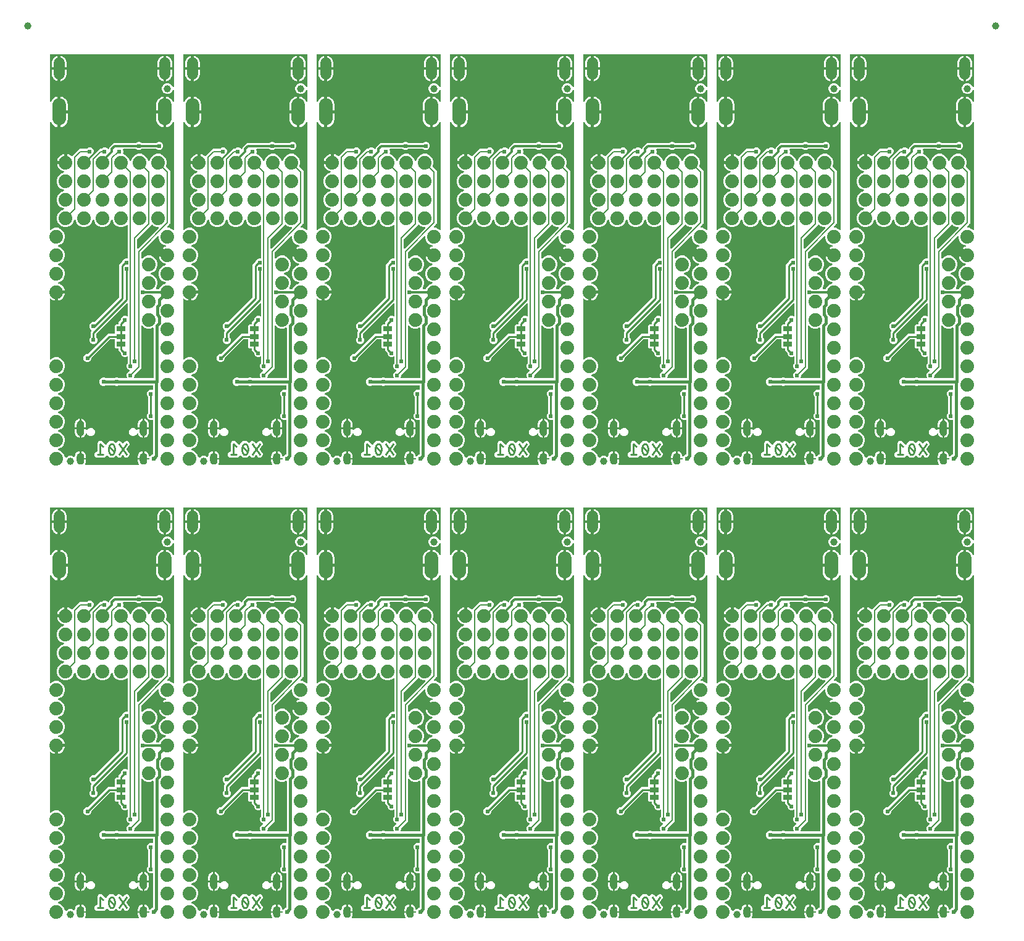
<source format=gbl>
G04 EAGLE Gerber RS-274X export*
G75*
%MOMM*%
%FSLAX34Y34*%
%LPD*%
%INBottom Copper*%
%IPPOS*%
%AMOC8*
5,1,8,0,0,1.08239X$1,22.5*%
G01*
%ADD10C,0.279400*%
%ADD11C,1.000000*%
%ADD12C,1.879600*%
%ADD13C,0.704800*%
%ADD14R,1.270000X0.660400*%
%ADD15C,1.500000*%
%ADD16C,1.875000*%
%ADD17C,0.604800*%
%ADD18C,0.254000*%
%ADD19C,0.304800*%
%ADD20C,0.457200*%
%ADD21C,0.609600*%
%ADD22C,0.406400*%
%ADD23C,0.203200*%

G36*
X673767Y625867D02*
X673767Y625867D01*
X673840Y625867D01*
X673907Y625887D01*
X673977Y625897D01*
X674043Y625926D01*
X674113Y625946D01*
X674172Y625984D01*
X674237Y626013D01*
X674292Y626059D01*
X674353Y626098D01*
X674400Y626151D01*
X674454Y626196D01*
X674494Y626257D01*
X674542Y626311D01*
X674572Y626374D01*
X674611Y626433D01*
X674633Y626502D01*
X674664Y626567D01*
X674676Y626637D01*
X674697Y626704D01*
X674699Y626776D01*
X674711Y626848D01*
X674703Y626918D01*
X674704Y626988D01*
X674686Y627058D01*
X674678Y627130D01*
X674653Y627185D01*
X674633Y627263D01*
X674571Y627367D01*
X674540Y627436D01*
X673993Y628254D01*
X673421Y629636D01*
X673129Y631103D01*
X673129Y633835D01*
X675671Y633835D01*
X675671Y631850D01*
X675673Y631847D01*
X675671Y631845D01*
X675796Y630732D01*
X675802Y630726D01*
X675799Y630721D01*
X676169Y629664D01*
X676176Y629660D01*
X676173Y629654D01*
X676769Y628706D01*
X676777Y628703D01*
X676776Y628698D01*
X677568Y627906D01*
X677576Y627905D01*
X677576Y627899D01*
X678524Y627303D01*
X678533Y627304D01*
X678534Y627299D01*
X679591Y626929D01*
X679599Y626931D01*
X679602Y626926D01*
X680715Y626801D01*
X680722Y626805D01*
X680726Y626801D01*
X681838Y626926D01*
X681844Y626932D01*
X681849Y626929D01*
X682906Y627299D01*
X682910Y627306D01*
X682916Y627303D01*
X683864Y627899D01*
X683867Y627907D01*
X683872Y627906D01*
X684664Y628698D01*
X684665Y628706D01*
X684671Y628706D01*
X685267Y629654D01*
X685266Y629663D01*
X685271Y629664D01*
X685641Y630721D01*
X685640Y630725D01*
X685642Y630727D01*
X685640Y630730D01*
X685644Y630732D01*
X685769Y631845D01*
X685767Y631848D01*
X685769Y631850D01*
X685769Y633835D01*
X688110Y633835D01*
X688168Y633843D01*
X688226Y633841D01*
X688308Y633863D01*
X688392Y633874D01*
X688445Y633898D01*
X688501Y633913D01*
X688574Y633956D01*
X688651Y633991D01*
X688696Y634028D01*
X688746Y634058D01*
X688804Y634120D01*
X688868Y634174D01*
X688900Y634223D01*
X688940Y634266D01*
X688979Y634341D01*
X689026Y634411D01*
X689043Y634467D01*
X689070Y634519D01*
X689081Y634587D01*
X689111Y634682D01*
X689114Y634782D01*
X689125Y634850D01*
X689117Y634908D01*
X689118Y634938D01*
X689119Y634966D01*
X689097Y635048D01*
X689085Y635132D01*
X689062Y635185D01*
X689047Y635242D01*
X689004Y635314D01*
X688969Y635391D01*
X688931Y635436D01*
X688902Y635486D01*
X688840Y635544D01*
X688786Y635608D01*
X688737Y635640D01*
X688694Y635680D01*
X688619Y635719D01*
X688549Y635766D01*
X688493Y635783D01*
X688441Y635810D01*
X688373Y635821D01*
X688278Y635851D01*
X688178Y635854D01*
X688110Y635865D01*
X685769Y635865D01*
X685769Y637850D01*
X685767Y637853D01*
X685769Y637856D01*
X685644Y638968D01*
X685638Y638974D01*
X685641Y638979D01*
X685271Y640036D01*
X685265Y640040D01*
X685267Y640046D01*
X684671Y640994D01*
X684663Y640997D01*
X684664Y641002D01*
X683872Y641794D01*
X683864Y641795D01*
X683864Y641801D01*
X682916Y642397D01*
X682907Y642396D01*
X682906Y642401D01*
X681849Y642771D01*
X681841Y642769D01*
X681838Y642774D01*
X681735Y642785D01*
X681735Y645387D01*
X682934Y645149D01*
X683970Y644720D01*
X684316Y644577D01*
X685333Y643897D01*
X685559Y643746D01*
X686616Y642689D01*
X687447Y641446D01*
X688019Y640064D01*
X688290Y638703D01*
X688314Y638635D01*
X688328Y638564D01*
X688360Y638501D01*
X688384Y638435D01*
X688426Y638376D01*
X688459Y638312D01*
X688507Y638260D01*
X688548Y638203D01*
X688605Y638158D01*
X688655Y638106D01*
X688716Y638070D01*
X688771Y638026D01*
X688838Y637998D01*
X688900Y637962D01*
X688968Y637944D01*
X689034Y637917D01*
X689105Y637910D01*
X689175Y637892D01*
X689246Y637894D01*
X689316Y637886D01*
X689387Y637898D01*
X689460Y637901D01*
X689527Y637922D01*
X689596Y637934D01*
X689661Y637966D01*
X689730Y637988D01*
X689779Y638023D01*
X689852Y638059D01*
X689942Y638139D01*
X690003Y638183D01*
X691538Y639718D01*
X693047Y640342D01*
X693048Y640343D01*
X693049Y640344D01*
X693168Y640414D01*
X693291Y640487D01*
X693292Y640488D01*
X693294Y640489D01*
X693391Y640593D01*
X693487Y640694D01*
X693487Y640695D01*
X693488Y640696D01*
X693553Y640822D01*
X693617Y640946D01*
X693617Y640948D01*
X693618Y640949D01*
X693620Y640963D01*
X693672Y641225D01*
X693669Y641256D01*
X693673Y641280D01*
X693673Y687034D01*
X693657Y687148D01*
X693647Y687262D01*
X693637Y687288D01*
X693633Y687316D01*
X693586Y687421D01*
X693545Y687528D01*
X693529Y687550D01*
X693517Y687575D01*
X693443Y687663D01*
X693374Y687754D01*
X693351Y687771D01*
X693334Y687792D01*
X693238Y687856D01*
X693146Y687925D01*
X693120Y687934D01*
X693097Y687950D01*
X692987Y687985D01*
X692880Y688025D01*
X692852Y688027D01*
X692826Y688036D01*
X692711Y688039D01*
X692597Y688048D01*
X692572Y688042D01*
X692542Y688043D01*
X692285Y687976D01*
X692269Y687972D01*
X691987Y687855D01*
X689773Y687855D01*
X687620Y688747D01*
X687537Y688769D01*
X687457Y688799D01*
X687400Y688804D01*
X687345Y688818D01*
X687259Y688816D01*
X687173Y688823D01*
X687118Y688812D01*
X687074Y688810D01*
X687076Y688818D01*
X687073Y688917D01*
X687078Y689017D01*
X687069Y689059D01*
X687067Y689102D01*
X687037Y689196D01*
X687014Y689293D01*
X686993Y689331D01*
X686980Y689372D01*
X686935Y689434D01*
X686875Y689542D01*
X686825Y689589D01*
X686785Y689646D01*
X686162Y690268D01*
X685315Y692313D01*
X685315Y694527D01*
X686162Y696572D01*
X686772Y697182D01*
X686824Y697251D01*
X686884Y697315D01*
X686910Y697365D01*
X686943Y697409D01*
X686974Y697491D01*
X687014Y697568D01*
X687022Y697616D01*
X687044Y697674D01*
X687051Y697758D01*
X687055Y697772D01*
X687057Y697824D01*
X687069Y697900D01*
X687069Y719420D01*
X687057Y719507D01*
X687054Y719595D01*
X687037Y719647D01*
X687029Y719702D01*
X686994Y719782D01*
X686967Y719865D01*
X686939Y719904D01*
X686913Y719961D01*
X686817Y720075D01*
X686772Y720138D01*
X686162Y720748D01*
X685315Y722793D01*
X685315Y725007D01*
X686162Y727052D01*
X687728Y728618D01*
X689773Y729465D01*
X691987Y729465D01*
X692269Y729348D01*
X692381Y729319D01*
X692490Y729284D01*
X692518Y729284D01*
X692545Y729277D01*
X692659Y729280D01*
X692774Y729277D01*
X692801Y729284D01*
X692829Y729285D01*
X692938Y729320D01*
X693049Y729349D01*
X693073Y729363D01*
X693100Y729372D01*
X693195Y729435D01*
X693294Y729494D01*
X693313Y729514D01*
X693336Y729530D01*
X693410Y729618D01*
X693488Y729701D01*
X693501Y729726D01*
X693519Y729747D01*
X693565Y729852D01*
X693618Y729955D01*
X693622Y729979D01*
X693634Y730007D01*
X693671Y730271D01*
X693673Y730286D01*
X693673Y734568D01*
X693665Y734626D01*
X693667Y734684D01*
X693645Y734766D01*
X693633Y734850D01*
X693610Y734903D01*
X693595Y734959D01*
X693552Y735032D01*
X693517Y735109D01*
X693479Y735154D01*
X693450Y735204D01*
X693388Y735262D01*
X693334Y735326D01*
X693285Y735358D01*
X693242Y735398D01*
X693167Y735437D01*
X693097Y735484D01*
X693041Y735501D01*
X692989Y735528D01*
X692921Y735539D01*
X692826Y735569D01*
X692726Y735572D01*
X692658Y735583D01*
X646981Y735583D01*
X646950Y735579D01*
X646919Y735581D01*
X646842Y735564D01*
X646699Y735543D01*
X646640Y735517D01*
X646592Y735506D01*
X644997Y734845D01*
X642783Y734845D01*
X641188Y735506D01*
X641158Y735514D01*
X641131Y735528D01*
X641053Y735541D01*
X640913Y735577D01*
X640848Y735575D01*
X640799Y735583D01*
X629201Y735583D01*
X629170Y735579D01*
X629139Y735581D01*
X629062Y735564D01*
X628919Y735543D01*
X628860Y735517D01*
X628812Y735506D01*
X627217Y734845D01*
X625003Y734845D01*
X622958Y735692D01*
X621392Y737258D01*
X620545Y739303D01*
X620545Y741517D01*
X621392Y743562D01*
X622958Y745128D01*
X625003Y745975D01*
X627217Y745975D01*
X628812Y745314D01*
X628842Y745306D01*
X628869Y745292D01*
X628947Y745279D01*
X629087Y745243D01*
X629152Y745245D01*
X629201Y745237D01*
X640799Y745237D01*
X640830Y745241D01*
X640861Y745239D01*
X640938Y745256D01*
X641081Y745277D01*
X641140Y745303D01*
X641188Y745314D01*
X642783Y745975D01*
X644997Y745975D01*
X646592Y745314D01*
X646622Y745306D01*
X646649Y745292D01*
X646727Y745279D01*
X646867Y745243D01*
X646932Y745245D01*
X646981Y745237D01*
X657080Y745237D01*
X657194Y745253D01*
X657309Y745263D01*
X657334Y745273D01*
X657362Y745277D01*
X657467Y745324D01*
X657574Y745365D01*
X657596Y745381D01*
X657621Y745393D01*
X657709Y745467D01*
X657801Y745536D01*
X657817Y745559D01*
X657838Y745576D01*
X657902Y745672D01*
X657971Y745764D01*
X657981Y745790D01*
X657996Y745813D01*
X658031Y745923D01*
X658071Y746030D01*
X658073Y746058D01*
X658082Y746084D01*
X658085Y746199D01*
X658094Y746313D01*
X658088Y746338D01*
X658089Y746368D01*
X658022Y746625D01*
X658018Y746641D01*
X657375Y748193D01*
X657375Y750407D01*
X658222Y752452D01*
X659788Y754018D01*
X661464Y754712D01*
X661490Y754727D01*
X661518Y754736D01*
X661612Y754799D01*
X661709Y754857D01*
X661729Y754878D01*
X661754Y754894D01*
X661827Y754981D01*
X661904Y755063D01*
X661918Y755089D01*
X661937Y755112D01*
X661983Y755215D01*
X662035Y755316D01*
X662040Y755345D01*
X662052Y755372D01*
X662068Y755484D01*
X662090Y755595D01*
X662087Y755624D01*
X662091Y755653D01*
X662075Y755765D01*
X662065Y755878D01*
X662055Y755905D01*
X662051Y755935D01*
X662004Y756038D01*
X661963Y756143D01*
X661945Y756167D01*
X661933Y756194D01*
X661860Y756280D01*
X661792Y756370D01*
X661768Y756388D01*
X661749Y756410D01*
X661683Y756452D01*
X661564Y756540D01*
X661505Y756562D01*
X661464Y756588D01*
X659788Y757282D01*
X658222Y758848D01*
X657375Y760893D01*
X657375Y763107D01*
X658222Y765152D01*
X659086Y766016D01*
X659138Y766085D01*
X659198Y766149D01*
X659224Y766199D01*
X659257Y766243D01*
X659288Y766325D01*
X659328Y766402D01*
X659336Y766450D01*
X659358Y766508D01*
X659370Y766656D01*
X659383Y766734D01*
X659383Y773920D01*
X659367Y774034D01*
X659357Y774149D01*
X659347Y774174D01*
X659343Y774202D01*
X659296Y774307D01*
X659255Y774414D01*
X659239Y774436D01*
X659227Y774461D01*
X659153Y774549D01*
X659084Y774641D01*
X659061Y774657D01*
X659044Y774678D01*
X658948Y774742D01*
X658856Y774811D01*
X658830Y774821D01*
X658807Y774836D01*
X658697Y774871D01*
X658590Y774911D01*
X658562Y774913D01*
X658536Y774922D01*
X658421Y774925D01*
X658307Y774934D01*
X658282Y774928D01*
X658252Y774929D01*
X657995Y774862D01*
X657979Y774858D01*
X656427Y774215D01*
X654213Y774215D01*
X652168Y775062D01*
X650602Y776628D01*
X649755Y778673D01*
X649755Y779535D01*
X649743Y779622D01*
X649740Y779709D01*
X649723Y779762D01*
X649715Y779817D01*
X649680Y779896D01*
X649653Y779980D01*
X649625Y780019D01*
X649599Y780076D01*
X649503Y780189D01*
X649458Y780253D01*
X648959Y780752D01*
X646429Y783282D01*
X646429Y785368D01*
X646421Y785426D01*
X646423Y785484D01*
X646401Y785566D01*
X646389Y785650D01*
X646366Y785703D01*
X646351Y785759D01*
X646308Y785832D01*
X646273Y785909D01*
X646235Y785954D01*
X646206Y786004D01*
X646144Y786062D01*
X646090Y786126D01*
X646041Y786158D01*
X645998Y786198D01*
X645923Y786237D01*
X645853Y786284D01*
X645797Y786301D01*
X645745Y786328D01*
X645677Y786339D01*
X645582Y786369D01*
X645482Y786372D01*
X645414Y786383D01*
X642838Y786383D01*
X641349Y787872D01*
X641349Y796580D01*
X641484Y796715D01*
X641505Y796744D01*
X641523Y796758D01*
X641536Y796778D01*
X641562Y796802D01*
X641604Y796875D01*
X641655Y796942D01*
X641667Y796975D01*
X641681Y796995D01*
X641688Y797017D01*
X641705Y797047D01*
X641726Y797129D01*
X641756Y797208D01*
X641759Y797243D01*
X641766Y797266D01*
X641767Y797290D01*
X641775Y797323D01*
X641773Y797407D01*
X641780Y797491D01*
X641773Y797525D01*
X641774Y797550D01*
X641767Y797574D01*
X641766Y797607D01*
X641740Y797687D01*
X641724Y797770D01*
X641709Y797799D01*
X641702Y797825D01*
X641688Y797848D01*
X641679Y797878D01*
X641639Y797934D01*
X641593Y798022D01*
X641571Y798045D01*
X641557Y798070D01*
X641512Y798112D01*
X641484Y798151D01*
X641103Y798532D01*
X641033Y798584D01*
X640969Y798644D01*
X640920Y798670D01*
X640876Y798703D01*
X640794Y798734D01*
X640716Y798774D01*
X640669Y798782D01*
X640610Y798804D01*
X640462Y798816D01*
X640385Y798829D01*
X635729Y798829D01*
X635642Y798817D01*
X635555Y798814D01*
X635502Y798797D01*
X635447Y798789D01*
X635368Y798754D01*
X635284Y798727D01*
X635245Y798699D01*
X635188Y798673D01*
X635075Y798577D01*
X635011Y798532D01*
X609747Y773268D01*
X609695Y773198D01*
X609635Y773134D01*
X609609Y773085D01*
X609576Y773041D01*
X609545Y772959D01*
X609505Y772881D01*
X609497Y772834D01*
X609475Y772775D01*
X609463Y772627D01*
X609450Y772550D01*
X609450Y771688D01*
X608603Y769643D01*
X607037Y768077D01*
X604992Y767230D01*
X602778Y767230D01*
X600733Y768077D01*
X599167Y769643D01*
X598320Y771688D01*
X598320Y773902D01*
X599167Y775947D01*
X600733Y777513D01*
X602778Y778360D01*
X603640Y778360D01*
X603727Y778372D01*
X603814Y778375D01*
X603867Y778392D01*
X603922Y778400D01*
X604001Y778435D01*
X604085Y778462D01*
X604124Y778490D01*
X604181Y778516D01*
X604294Y778612D01*
X604358Y778657D01*
X629622Y803921D01*
X632152Y806451D01*
X640385Y806451D01*
X640472Y806463D01*
X640559Y806466D01*
X640612Y806483D01*
X640667Y806491D01*
X640746Y806526D01*
X640830Y806553D01*
X640869Y806581D01*
X640926Y806607D01*
X641039Y806703D01*
X641103Y806748D01*
X641484Y807129D01*
X641519Y807176D01*
X641562Y807216D01*
X641604Y807289D01*
X641655Y807356D01*
X641676Y807411D01*
X641705Y807461D01*
X641726Y807543D01*
X641756Y807622D01*
X641761Y807680D01*
X641775Y807737D01*
X641773Y807821D01*
X641780Y807905D01*
X641768Y807963D01*
X641766Y808021D01*
X641740Y808101D01*
X641724Y808184D01*
X641697Y808236D01*
X641679Y808292D01*
X641639Y808348D01*
X641593Y808436D01*
X641524Y808509D01*
X641484Y808565D01*
X641349Y808700D01*
X641349Y817408D01*
X642838Y818897D01*
X645414Y818897D01*
X645472Y818905D01*
X645530Y818903D01*
X645612Y818925D01*
X645696Y818937D01*
X645749Y818960D01*
X645805Y818975D01*
X645878Y819018D01*
X645955Y819053D01*
X646000Y819091D01*
X646050Y819120D01*
X646108Y819182D01*
X646172Y819236D01*
X646204Y819285D01*
X646244Y819328D01*
X646283Y819403D01*
X646330Y819473D01*
X646347Y819529D01*
X646374Y819581D01*
X646385Y819649D01*
X646415Y819744D01*
X646418Y819844D01*
X646429Y819912D01*
X646429Y821998D01*
X649458Y825027D01*
X649510Y825097D01*
X649570Y825161D01*
X649596Y825210D01*
X649629Y825254D01*
X649660Y825336D01*
X649700Y825414D01*
X649708Y825461D01*
X649730Y825520D01*
X649742Y825668D01*
X649755Y825745D01*
X649755Y826607D01*
X650602Y828652D01*
X652168Y830218D01*
X654213Y831065D01*
X656427Y831065D01*
X657979Y830422D01*
X658091Y830393D01*
X658200Y830358D01*
X658228Y830358D01*
X658255Y830351D01*
X658369Y830354D01*
X658484Y830351D01*
X658511Y830358D01*
X658539Y830359D01*
X658648Y830394D01*
X658759Y830423D01*
X658783Y830437D01*
X658810Y830445D01*
X658905Y830509D01*
X659004Y830568D01*
X659023Y830588D01*
X659046Y830604D01*
X659120Y830692D01*
X659198Y830775D01*
X659211Y830800D01*
X659229Y830821D01*
X659275Y830926D01*
X659328Y831029D01*
X659332Y831053D01*
X659344Y831081D01*
X659381Y831345D01*
X659383Y831360D01*
X659383Y847123D01*
X659379Y847152D01*
X659382Y847181D01*
X659359Y847292D01*
X659343Y847405D01*
X659331Y847431D01*
X659326Y847460D01*
X659274Y847561D01*
X659227Y847664D01*
X659208Y847686D01*
X659195Y847712D01*
X659117Y847794D01*
X659044Y847881D01*
X659019Y847897D01*
X658999Y847919D01*
X658901Y847976D01*
X658807Y848039D01*
X658779Y848047D01*
X658754Y848062D01*
X658644Y848090D01*
X658536Y848124D01*
X658506Y848125D01*
X658478Y848132D01*
X658365Y848129D01*
X658252Y848132D01*
X658223Y848124D01*
X658194Y848123D01*
X658086Y848088D01*
X657977Y848060D01*
X657951Y848045D01*
X657923Y848036D01*
X657860Y847990D01*
X657732Y847915D01*
X657689Y847869D01*
X657650Y847841D01*
X616248Y806439D01*
X616196Y806369D01*
X616136Y806305D01*
X616110Y806256D01*
X616077Y806212D01*
X616046Y806130D01*
X616006Y806052D01*
X615998Y806005D01*
X615976Y805946D01*
X615964Y805798D01*
X615951Y805721D01*
X615951Y802280D01*
X615963Y802193D01*
X615966Y802105D01*
X615983Y802053D01*
X615991Y801998D01*
X616026Y801918D01*
X616053Y801835D01*
X616081Y801796D01*
X616107Y801739D01*
X616203Y801625D01*
X616248Y801562D01*
X616858Y800952D01*
X617705Y798907D01*
X617705Y796693D01*
X616858Y794648D01*
X615292Y793082D01*
X613247Y792235D01*
X611033Y792235D01*
X608988Y793082D01*
X607422Y794648D01*
X606575Y796693D01*
X606575Y798907D01*
X607422Y800952D01*
X608032Y801562D01*
X608084Y801631D01*
X608144Y801695D01*
X608170Y801745D01*
X608203Y801789D01*
X608234Y801871D01*
X608274Y801948D01*
X608282Y801996D01*
X608304Y802054D01*
X608316Y802202D01*
X608329Y802280D01*
X608329Y809298D01*
X609282Y810251D01*
X609351Y810343D01*
X609425Y810431D01*
X609436Y810456D01*
X609453Y810478D01*
X609494Y810585D01*
X609540Y810691D01*
X609544Y810718D01*
X609554Y810744D01*
X609564Y810858D01*
X609579Y810972D01*
X609575Y811000D01*
X609578Y811027D01*
X609555Y811140D01*
X609539Y811254D01*
X609527Y811279D01*
X609522Y811306D01*
X609469Y811408D01*
X609422Y811513D01*
X609404Y811534D01*
X609391Y811558D01*
X609312Y811642D01*
X609237Y811729D01*
X609216Y811742D01*
X609195Y811765D01*
X609004Y811877D01*
X607422Y813458D01*
X606575Y815503D01*
X606575Y817717D01*
X607422Y819762D01*
X608988Y821328D01*
X611033Y822175D01*
X613165Y822175D01*
X613252Y822187D01*
X613339Y822190D01*
X613392Y822207D01*
X613447Y822215D01*
X613526Y822250D01*
X613610Y822277D01*
X613649Y822305D01*
X613706Y822331D01*
X613819Y822427D01*
X613883Y822472D01*
X647402Y855991D01*
X647454Y856061D01*
X647514Y856125D01*
X647540Y856174D01*
X647573Y856218D01*
X647604Y856300D01*
X647644Y856378D01*
X647652Y856425D01*
X647674Y856484D01*
X647686Y856632D01*
X647699Y856709D01*
X647699Y901222D01*
X651660Y905183D01*
X651678Y905207D01*
X651702Y905228D01*
X651744Y905294D01*
X651831Y905410D01*
X651853Y905470D01*
X651880Y905512D01*
X652658Y907392D01*
X654224Y908958D01*
X656269Y909805D01*
X658368Y909805D01*
X658426Y909813D01*
X658484Y909811D01*
X658566Y909833D01*
X658650Y909845D01*
X658703Y909868D01*
X658759Y909883D01*
X658832Y909926D01*
X658909Y909961D01*
X658954Y909999D01*
X659004Y910028D01*
X659062Y910090D01*
X659126Y910144D01*
X659158Y910193D01*
X659198Y910236D01*
X659237Y910311D01*
X659284Y910381D01*
X659301Y910437D01*
X659328Y910489D01*
X659339Y910557D01*
X659369Y910652D01*
X659372Y910752D01*
X659383Y910820D01*
X659383Y955008D01*
X659379Y955037D01*
X659382Y955067D01*
X659359Y955178D01*
X659343Y955290D01*
X659331Y955317D01*
X659326Y955345D01*
X659273Y955446D01*
X659227Y955549D01*
X659208Y955572D01*
X659195Y955598D01*
X659117Y955680D01*
X659044Y955766D01*
X659019Y955782D01*
X658999Y955804D01*
X658901Y955861D01*
X658807Y955924D01*
X658779Y955933D01*
X658754Y955948D01*
X658644Y955975D01*
X658536Y956010D01*
X658506Y956010D01*
X658478Y956018D01*
X658365Y956014D01*
X658252Y956017D01*
X658223Y956009D01*
X658194Y956009D01*
X658086Y955974D01*
X657977Y955945D01*
X657951Y955930D01*
X657923Y955921D01*
X657859Y955875D01*
X657732Y955800D01*
X657689Y955754D01*
X657650Y955726D01*
X657003Y955079D01*
X652615Y953261D01*
X647865Y953261D01*
X643477Y955079D01*
X640119Y958437D01*
X638478Y962399D01*
X638463Y962424D01*
X638454Y962452D01*
X638391Y962546D01*
X638333Y962643D01*
X638312Y962664D01*
X638296Y962688D01*
X638209Y962761D01*
X638127Y962839D01*
X638101Y962852D01*
X638078Y962871D01*
X637975Y962917D01*
X637874Y962969D01*
X637845Y962974D01*
X637818Y962986D01*
X637706Y963002D01*
X637595Y963024D01*
X637566Y963021D01*
X637537Y963025D01*
X637425Y963009D01*
X637312Y962999D01*
X637285Y962989D01*
X637255Y962985D01*
X637152Y962938D01*
X637047Y962897D01*
X637023Y962880D01*
X636996Y962868D01*
X636910Y962794D01*
X636820Y962726D01*
X636802Y962702D01*
X636780Y962683D01*
X636738Y962617D01*
X636650Y962498D01*
X636628Y962439D01*
X636602Y962399D01*
X634961Y958437D01*
X631603Y955079D01*
X627215Y953261D01*
X622465Y953261D01*
X618077Y955079D01*
X614719Y958437D01*
X613078Y962399D01*
X613063Y962424D01*
X613054Y962452D01*
X612991Y962546D01*
X612933Y962643D01*
X612912Y962664D01*
X612896Y962688D01*
X612809Y962761D01*
X612727Y962839D01*
X612701Y962852D01*
X612678Y962871D01*
X612575Y962917D01*
X612474Y962969D01*
X612445Y962974D01*
X612418Y962986D01*
X612306Y963002D01*
X612195Y963024D01*
X612166Y963021D01*
X612137Y963025D01*
X612025Y963009D01*
X611912Y962999D01*
X611885Y962989D01*
X611855Y962985D01*
X611752Y962938D01*
X611647Y962897D01*
X611623Y962880D01*
X611596Y962868D01*
X611510Y962794D01*
X611420Y962726D01*
X611402Y962702D01*
X611380Y962683D01*
X611338Y962617D01*
X611250Y962498D01*
X611228Y962439D01*
X611202Y962399D01*
X609561Y958437D01*
X606203Y955079D01*
X601815Y953261D01*
X597065Y953261D01*
X592677Y955079D01*
X589319Y958437D01*
X587678Y962399D01*
X587663Y962424D01*
X587654Y962452D01*
X587591Y962546D01*
X587533Y962643D01*
X587512Y962664D01*
X587496Y962688D01*
X587409Y962761D01*
X587327Y962839D01*
X587301Y962852D01*
X587278Y962871D01*
X587175Y962917D01*
X587074Y962969D01*
X587045Y962974D01*
X587018Y962986D01*
X586906Y963002D01*
X586795Y963024D01*
X586766Y963021D01*
X586737Y963025D01*
X586625Y963009D01*
X586512Y962999D01*
X586485Y962989D01*
X586455Y962985D01*
X586352Y962938D01*
X586247Y962897D01*
X586223Y962880D01*
X586196Y962868D01*
X586110Y962794D01*
X586020Y962726D01*
X586002Y962702D01*
X585980Y962683D01*
X585938Y962617D01*
X585850Y962498D01*
X585828Y962439D01*
X585802Y962399D01*
X584161Y958437D01*
X580803Y955079D01*
X576415Y953261D01*
X571665Y953261D01*
X567277Y955079D01*
X563919Y958437D01*
X562101Y962825D01*
X562101Y967575D01*
X563919Y971963D01*
X567277Y975321D01*
X571239Y976962D01*
X571264Y976977D01*
X571292Y976986D01*
X571386Y977049D01*
X571483Y977107D01*
X571504Y977128D01*
X571528Y977144D01*
X571601Y977231D01*
X571679Y977313D01*
X571692Y977339D01*
X571711Y977362D01*
X571757Y977465D01*
X571809Y977566D01*
X571815Y977595D01*
X571826Y977622D01*
X571842Y977734D01*
X571864Y977845D01*
X571861Y977874D01*
X571865Y977903D01*
X571849Y978015D01*
X571839Y978128D01*
X571829Y978155D01*
X571825Y978184D01*
X571778Y978288D01*
X571737Y978393D01*
X571720Y978417D01*
X571708Y978444D01*
X571634Y978530D01*
X571566Y978620D01*
X571542Y978638D01*
X571523Y978660D01*
X571457Y978702D01*
X571338Y978790D01*
X571280Y978812D01*
X571239Y978838D01*
X567277Y980479D01*
X563919Y983837D01*
X562101Y988225D01*
X562101Y992975D01*
X563919Y997363D01*
X567277Y1000721D01*
X571239Y1002362D01*
X571264Y1002377D01*
X571292Y1002386D01*
X571386Y1002449D01*
X571483Y1002507D01*
X571504Y1002528D01*
X571528Y1002544D01*
X571601Y1002631D01*
X571679Y1002713D01*
X571692Y1002739D01*
X571711Y1002762D01*
X571757Y1002865D01*
X571809Y1002966D01*
X571815Y1002995D01*
X571826Y1003022D01*
X571842Y1003134D01*
X571864Y1003245D01*
X571861Y1003274D01*
X571865Y1003303D01*
X571849Y1003415D01*
X571839Y1003528D01*
X571829Y1003555D01*
X571825Y1003585D01*
X571778Y1003688D01*
X571737Y1003793D01*
X571720Y1003817D01*
X571708Y1003844D01*
X571634Y1003930D01*
X571566Y1004020D01*
X571542Y1004038D01*
X571523Y1004060D01*
X571457Y1004102D01*
X571338Y1004190D01*
X571280Y1004212D01*
X571239Y1004238D01*
X567277Y1005879D01*
X563919Y1009237D01*
X562101Y1013625D01*
X562101Y1018375D01*
X563919Y1022763D01*
X567277Y1026121D01*
X571395Y1027827D01*
X571430Y1027847D01*
X571468Y1027860D01*
X571492Y1027878D01*
X571519Y1027888D01*
X571575Y1027933D01*
X571640Y1027971D01*
X571668Y1028001D01*
X571701Y1028024D01*
X571720Y1028047D01*
X571742Y1028065D01*
X571783Y1028123D01*
X571835Y1028178D01*
X571854Y1028214D01*
X571879Y1028245D01*
X571891Y1028273D01*
X571907Y1028296D01*
X571931Y1028363D01*
X571966Y1028431D01*
X571973Y1028470D01*
X571989Y1028507D01*
X571992Y1028538D01*
X572002Y1028564D01*
X572006Y1028635D01*
X572021Y1028710D01*
X572017Y1028750D01*
X572022Y1028790D01*
X572017Y1028820D01*
X572018Y1028848D01*
X572003Y1028917D01*
X571996Y1028993D01*
X571982Y1029030D01*
X571975Y1029070D01*
X571962Y1029098D01*
X571956Y1029125D01*
X571921Y1029188D01*
X571894Y1029258D01*
X571870Y1029290D01*
X571853Y1029326D01*
X571832Y1029349D01*
X571819Y1029374D01*
X571768Y1029425D01*
X571723Y1029485D01*
X571691Y1029509D01*
X571664Y1029539D01*
X571638Y1029555D01*
X571618Y1029575D01*
X571564Y1029604D01*
X571495Y1029655D01*
X571457Y1029669D01*
X571424Y1029691D01*
X571369Y1029705D01*
X571320Y1029731D01*
X569457Y1030336D01*
X567783Y1031189D01*
X566262Y1032294D01*
X564934Y1033622D01*
X563829Y1035143D01*
X562976Y1036817D01*
X562395Y1038604D01*
X562274Y1039369D01*
X573024Y1039369D01*
X573082Y1039377D01*
X573140Y1039375D01*
X573222Y1039397D01*
X573305Y1039409D01*
X573359Y1039433D01*
X573415Y1039447D01*
X573488Y1039490D01*
X573565Y1039525D01*
X573609Y1039563D01*
X573660Y1039593D01*
X573717Y1039654D01*
X573782Y1039709D01*
X573814Y1039757D01*
X573854Y1039800D01*
X573893Y1039875D01*
X573939Y1039945D01*
X573957Y1040001D01*
X573984Y1040053D01*
X573995Y1040121D01*
X574025Y1040216D01*
X574028Y1040316D01*
X574039Y1040384D01*
X574039Y1041401D01*
X575056Y1041401D01*
X575114Y1041409D01*
X575172Y1041408D01*
X575254Y1041429D01*
X575337Y1041441D01*
X575391Y1041465D01*
X575447Y1041479D01*
X575520Y1041522D01*
X575597Y1041557D01*
X575642Y1041595D01*
X575692Y1041625D01*
X575750Y1041686D01*
X575814Y1041741D01*
X575846Y1041789D01*
X575886Y1041832D01*
X575925Y1041907D01*
X575971Y1041977D01*
X575989Y1042033D01*
X576016Y1042085D01*
X576027Y1042153D01*
X576057Y1042248D01*
X576060Y1042348D01*
X576071Y1042416D01*
X576071Y1053166D01*
X576836Y1053045D01*
X578623Y1052464D01*
X580297Y1051611D01*
X581856Y1050478D01*
X581876Y1050457D01*
X581949Y1050415D01*
X582016Y1050364D01*
X582071Y1050343D01*
X582121Y1050314D01*
X582203Y1050293D01*
X582281Y1050263D01*
X582340Y1050258D01*
X582397Y1050243D01*
X582481Y1050246D01*
X582565Y1050239D01*
X582622Y1050251D01*
X582681Y1050252D01*
X582761Y1050278D01*
X582843Y1050295D01*
X582896Y1050322D01*
X582951Y1050340D01*
X583008Y1050380D01*
X583096Y1050426D01*
X583169Y1050495D01*
X583225Y1050535D01*
X585564Y1052874D01*
X592887Y1060197D01*
X602327Y1060197D01*
X602413Y1060209D01*
X602501Y1060212D01*
X602553Y1060229D01*
X602608Y1060237D01*
X602688Y1060272D01*
X602771Y1060299D01*
X602810Y1060327D01*
X602867Y1060353D01*
X602981Y1060449D01*
X603044Y1060494D01*
X603908Y1061358D01*
X605953Y1062205D01*
X608167Y1062205D01*
X610212Y1061358D01*
X611778Y1059792D01*
X612625Y1057747D01*
X612625Y1055533D01*
X612076Y1054208D01*
X612054Y1054125D01*
X612024Y1054045D01*
X612019Y1053988D01*
X612005Y1053933D01*
X612007Y1053847D01*
X612000Y1053761D01*
X612011Y1053706D01*
X612013Y1053649D01*
X612039Y1053567D01*
X612056Y1053483D01*
X612082Y1053432D01*
X612100Y1053378D01*
X612148Y1053307D01*
X612187Y1053230D01*
X612226Y1053189D01*
X612258Y1053142D01*
X612324Y1053086D01*
X612383Y1053024D01*
X612432Y1052995D01*
X612476Y1052959D01*
X612554Y1052924D01*
X612628Y1052880D01*
X612683Y1052866D01*
X612735Y1052843D01*
X612821Y1052832D01*
X612904Y1052810D01*
X612961Y1052812D01*
X613017Y1052804D01*
X613102Y1052817D01*
X613188Y1052819D01*
X613242Y1052837D01*
X613298Y1052845D01*
X613377Y1052880D01*
X613458Y1052907D01*
X613499Y1052936D01*
X613557Y1052962D01*
X613668Y1053056D01*
X613732Y1053102D01*
X620827Y1060197D01*
X622646Y1060197D01*
X622733Y1060209D01*
X622821Y1060212D01*
X622873Y1060229D01*
X622928Y1060237D01*
X623008Y1060272D01*
X623091Y1060299D01*
X623130Y1060327D01*
X623187Y1060353D01*
X623301Y1060449D01*
X623364Y1060494D01*
X624228Y1061358D01*
X626273Y1062205D01*
X628487Y1062205D01*
X630532Y1061358D01*
X631742Y1060148D01*
X631766Y1060130D01*
X631785Y1060108D01*
X631879Y1060045D01*
X631969Y1059977D01*
X631997Y1059966D01*
X632021Y1059950D01*
X632129Y1059916D01*
X632235Y1059875D01*
X632264Y1059873D01*
X632292Y1059864D01*
X632406Y1059861D01*
X632518Y1059852D01*
X632547Y1059858D01*
X632576Y1059857D01*
X632686Y1059886D01*
X632797Y1059908D01*
X632823Y1059921D01*
X632851Y1059929D01*
X632949Y1059986D01*
X633049Y1060039D01*
X633071Y1060059D01*
X633096Y1060074D01*
X633173Y1060156D01*
X633255Y1060235D01*
X633270Y1060260D01*
X633290Y1060281D01*
X633342Y1060382D01*
X633399Y1060480D01*
X633406Y1060508D01*
X633420Y1060534D01*
X633433Y1060612D01*
X633469Y1060755D01*
X633467Y1060818D01*
X633475Y1060865D01*
X633475Y1062134D01*
X639666Y1068325D01*
X670144Y1068325D01*
X670231Y1068337D01*
X670319Y1068340D01*
X670371Y1068357D01*
X670426Y1068365D01*
X670506Y1068400D01*
X670589Y1068427D01*
X670628Y1068455D01*
X670685Y1068481D01*
X670799Y1068577D01*
X670862Y1068622D01*
X671218Y1068978D01*
X673263Y1069825D01*
X675477Y1069825D01*
X677522Y1068978D01*
X677878Y1068622D01*
X677947Y1068570D01*
X678011Y1068510D01*
X678061Y1068484D01*
X678105Y1068451D01*
X678187Y1068420D01*
X678264Y1068380D01*
X678312Y1068372D01*
X678370Y1068350D01*
X678518Y1068338D01*
X678596Y1068325D01*
X698084Y1068325D01*
X698171Y1068337D01*
X698259Y1068340D01*
X698311Y1068357D01*
X698366Y1068365D01*
X698446Y1068400D01*
X698529Y1068427D01*
X698568Y1068455D01*
X698625Y1068481D01*
X698739Y1068577D01*
X698802Y1068622D01*
X699158Y1068978D01*
X701203Y1069825D01*
X703417Y1069825D01*
X705462Y1068978D01*
X707028Y1067412D01*
X707875Y1065367D01*
X707875Y1063153D01*
X707028Y1061108D01*
X705462Y1059542D01*
X703417Y1058695D01*
X701203Y1058695D01*
X699158Y1059542D01*
X698802Y1059898D01*
X698733Y1059950D01*
X698669Y1060010D01*
X698619Y1060036D01*
X698575Y1060069D01*
X698493Y1060100D01*
X698416Y1060140D01*
X698368Y1060148D01*
X698310Y1060170D01*
X698162Y1060182D01*
X698084Y1060195D01*
X678596Y1060195D01*
X678509Y1060183D01*
X678421Y1060180D01*
X678369Y1060163D01*
X678314Y1060155D01*
X678234Y1060120D01*
X678151Y1060093D01*
X678112Y1060065D01*
X678055Y1060039D01*
X677941Y1059943D01*
X677878Y1059898D01*
X677522Y1059542D01*
X675477Y1058695D01*
X673263Y1058695D01*
X671218Y1059542D01*
X670862Y1059898D01*
X670793Y1059950D01*
X670729Y1060010D01*
X670679Y1060036D01*
X670635Y1060069D01*
X670553Y1060100D01*
X670476Y1060140D01*
X670428Y1060148D01*
X670370Y1060170D01*
X670222Y1060182D01*
X670144Y1060195D01*
X653770Y1060195D01*
X653656Y1060179D01*
X653542Y1060169D01*
X653516Y1060159D01*
X653488Y1060155D01*
X653384Y1060108D01*
X653277Y1060067D01*
X653254Y1060051D01*
X653229Y1060039D01*
X653141Y1059965D01*
X653050Y1059896D01*
X653033Y1059873D01*
X653012Y1059856D01*
X652948Y1059760D01*
X652880Y1059668D01*
X652870Y1059642D01*
X652854Y1059619D01*
X652820Y1059509D01*
X652779Y1059402D01*
X652777Y1059374D01*
X652769Y1059348D01*
X652766Y1059233D01*
X652757Y1059119D01*
X652762Y1059094D01*
X652761Y1059064D01*
X652828Y1058807D01*
X652832Y1058791D01*
X653265Y1057747D01*
X653265Y1055533D01*
X652782Y1054368D01*
X652768Y1054312D01*
X652744Y1054258D01*
X652732Y1054175D01*
X652711Y1054093D01*
X652713Y1054035D01*
X652705Y1053977D01*
X652717Y1053893D01*
X652719Y1053809D01*
X652737Y1053753D01*
X652746Y1053695D01*
X652780Y1053618D01*
X652806Y1053538D01*
X652839Y1053489D01*
X652863Y1053436D01*
X652917Y1053372D01*
X652964Y1053302D01*
X653009Y1053264D01*
X653047Y1053220D01*
X653106Y1053183D01*
X653182Y1053119D01*
X653273Y1053078D01*
X653332Y1053042D01*
X657003Y1051521D01*
X660361Y1048163D01*
X662002Y1044201D01*
X662017Y1044176D01*
X662026Y1044148D01*
X662089Y1044054D01*
X662147Y1043957D01*
X662168Y1043936D01*
X662184Y1043912D01*
X662271Y1043839D01*
X662353Y1043761D01*
X662379Y1043748D01*
X662402Y1043729D01*
X662505Y1043683D01*
X662606Y1043631D01*
X662635Y1043625D01*
X662662Y1043614D01*
X662774Y1043598D01*
X662885Y1043576D01*
X662914Y1043579D01*
X662943Y1043575D01*
X663055Y1043591D01*
X663168Y1043601D01*
X663195Y1043611D01*
X663224Y1043615D01*
X663328Y1043662D01*
X663433Y1043703D01*
X663457Y1043720D01*
X663484Y1043732D01*
X663570Y1043806D01*
X663660Y1043874D01*
X663678Y1043898D01*
X663700Y1043917D01*
X663742Y1043983D01*
X663830Y1044102D01*
X663852Y1044160D01*
X663878Y1044201D01*
X665519Y1048163D01*
X668877Y1051521D01*
X673265Y1053339D01*
X678015Y1053339D01*
X682403Y1051521D01*
X685761Y1048163D01*
X687402Y1044201D01*
X687417Y1044176D01*
X687426Y1044148D01*
X687489Y1044054D01*
X687547Y1043957D01*
X687568Y1043936D01*
X687584Y1043912D01*
X687671Y1043839D01*
X687753Y1043761D01*
X687779Y1043748D01*
X687802Y1043729D01*
X687905Y1043683D01*
X688006Y1043631D01*
X688035Y1043625D01*
X688062Y1043614D01*
X688174Y1043598D01*
X688285Y1043576D01*
X688314Y1043579D01*
X688343Y1043575D01*
X688455Y1043591D01*
X688568Y1043601D01*
X688595Y1043611D01*
X688624Y1043615D01*
X688728Y1043662D01*
X688833Y1043703D01*
X688857Y1043720D01*
X688884Y1043732D01*
X688970Y1043806D01*
X689060Y1043874D01*
X689078Y1043898D01*
X689100Y1043917D01*
X689142Y1043983D01*
X689230Y1044102D01*
X689252Y1044160D01*
X689278Y1044201D01*
X690919Y1048163D01*
X694277Y1051521D01*
X698665Y1053339D01*
X703415Y1053339D01*
X707803Y1051521D01*
X711161Y1048163D01*
X712979Y1043775D01*
X712979Y1039025D01*
X711910Y1036446D01*
X711910Y1036444D01*
X711909Y1036443D01*
X711875Y1036309D01*
X711839Y1036171D01*
X711839Y1036169D01*
X711839Y1036168D01*
X711844Y1036027D01*
X711848Y1035886D01*
X711848Y1035885D01*
X711848Y1035883D01*
X711891Y1035751D01*
X711934Y1035616D01*
X711935Y1035614D01*
X711936Y1035613D01*
X711944Y1035601D01*
X712093Y1035380D01*
X712116Y1035360D01*
X712130Y1035340D01*
X714916Y1032554D01*
X717297Y1030173D01*
X717297Y957377D01*
X713392Y953472D01*
X713378Y953454D01*
X713365Y953443D01*
X713362Y953438D01*
X713352Y953429D01*
X713289Y953335D01*
X713221Y953245D01*
X713211Y953217D01*
X713194Y953193D01*
X713160Y953085D01*
X713120Y952979D01*
X713117Y952950D01*
X713108Y952922D01*
X713106Y952808D01*
X713096Y952696D01*
X713102Y952667D01*
X713101Y952638D01*
X713130Y952528D01*
X713152Y952417D01*
X713166Y952391D01*
X713173Y952363D01*
X713231Y952265D01*
X713283Y952165D01*
X713303Y952143D01*
X713318Y952118D01*
X713401Y952041D01*
X713479Y951959D01*
X713504Y951944D01*
X713526Y951924D01*
X713626Y951872D01*
X713724Y951815D01*
X713753Y951808D01*
X713779Y951794D01*
X713856Y951781D01*
X714000Y951745D01*
X714062Y951747D01*
X714110Y951739D01*
X716115Y951739D01*
X720503Y949921D01*
X721150Y949274D01*
X721174Y949256D01*
X721193Y949234D01*
X721287Y949171D01*
X721377Y949103D01*
X721405Y949092D01*
X721429Y949076D01*
X721537Y949042D01*
X721643Y949002D01*
X721672Y948999D01*
X721700Y948990D01*
X721814Y948987D01*
X721926Y948978D01*
X721955Y948984D01*
X721984Y948983D01*
X722094Y949012D01*
X722205Y949034D01*
X722231Y949048D01*
X722259Y949055D01*
X722357Y949113D01*
X722457Y949165D01*
X722479Y949185D01*
X722504Y949200D01*
X722581Y949283D01*
X722663Y949361D01*
X722678Y949386D01*
X722698Y949407D01*
X722750Y949508D01*
X722807Y949606D01*
X722814Y949634D01*
X722828Y949661D01*
X722841Y949738D01*
X722877Y949882D01*
X722875Y949944D01*
X722883Y949992D01*
X722883Y1096306D01*
X722877Y1096352D01*
X722879Y1096398D01*
X722857Y1096492D01*
X722843Y1096587D01*
X722825Y1096629D01*
X722814Y1096675D01*
X722767Y1096759D01*
X722727Y1096847D01*
X722697Y1096882D01*
X722675Y1096922D01*
X722606Y1096990D01*
X722544Y1097064D01*
X722505Y1097089D01*
X722472Y1097122D01*
X722387Y1097168D01*
X722307Y1097221D01*
X722263Y1097235D01*
X722222Y1097257D01*
X722128Y1097278D01*
X722036Y1097307D01*
X721990Y1097308D01*
X721945Y1097318D01*
X721848Y1097312D01*
X721752Y1097314D01*
X721707Y1097303D01*
X721661Y1097300D01*
X721570Y1097267D01*
X721477Y1097243D01*
X721437Y1097219D01*
X721393Y1097203D01*
X721315Y1097147D01*
X721232Y1097097D01*
X721201Y1097064D01*
X721163Y1097037D01*
X721118Y1096976D01*
X721038Y1096890D01*
X721000Y1096816D01*
X720963Y1096767D01*
X720231Y1095330D01*
X719129Y1093812D01*
X717803Y1092486D01*
X716285Y1091384D01*
X714614Y1090532D01*
X712830Y1089953D01*
X712071Y1089832D01*
X712071Y1109934D01*
X712063Y1109992D01*
X712065Y1110050D01*
X712043Y1110132D01*
X712031Y1110215D01*
X712007Y1110269D01*
X711993Y1110325D01*
X711950Y1110398D01*
X711915Y1110475D01*
X711877Y1110519D01*
X711847Y1110570D01*
X711786Y1110627D01*
X711731Y1110692D01*
X711683Y1110724D01*
X711640Y1110764D01*
X711565Y1110803D01*
X711495Y1110849D01*
X711439Y1110867D01*
X711387Y1110894D01*
X711319Y1110905D01*
X711224Y1110935D01*
X711124Y1110938D01*
X711056Y1110949D01*
X710039Y1110949D01*
X710039Y1110951D01*
X711056Y1110951D01*
X711114Y1110959D01*
X711172Y1110958D01*
X711254Y1110979D01*
X711337Y1110991D01*
X711391Y1111015D01*
X711447Y1111029D01*
X711520Y1111072D01*
X711597Y1111107D01*
X711642Y1111145D01*
X711692Y1111175D01*
X711750Y1111236D01*
X711814Y1111291D01*
X711846Y1111339D01*
X711886Y1111382D01*
X711925Y1111457D01*
X711971Y1111527D01*
X711989Y1111583D01*
X712016Y1111635D01*
X712027Y1111703D01*
X712057Y1111798D01*
X712060Y1111898D01*
X712071Y1111966D01*
X712071Y1132068D01*
X712830Y1131947D01*
X714614Y1131368D01*
X716285Y1130516D01*
X717803Y1129414D01*
X719129Y1128088D01*
X720231Y1126570D01*
X720963Y1125133D01*
X720990Y1125095D01*
X721009Y1125053D01*
X721071Y1124979D01*
X721127Y1124900D01*
X721163Y1124872D01*
X721193Y1124836D01*
X721273Y1124783D01*
X721348Y1124722D01*
X721391Y1124704D01*
X721429Y1124679D01*
X721521Y1124649D01*
X721610Y1124612D01*
X721656Y1124607D01*
X721700Y1124593D01*
X721797Y1124590D01*
X721893Y1124579D01*
X721938Y1124587D01*
X721984Y1124586D01*
X722078Y1124610D01*
X722173Y1124626D01*
X722215Y1124646D01*
X722259Y1124657D01*
X722342Y1124707D01*
X722430Y1124748D01*
X722464Y1124779D01*
X722504Y1124803D01*
X722570Y1124873D01*
X722642Y1124937D01*
X722667Y1124976D01*
X722698Y1125010D01*
X722742Y1125096D01*
X722794Y1125177D01*
X722807Y1125222D01*
X722828Y1125263D01*
X722840Y1125337D01*
X722873Y1125451D01*
X722873Y1125534D01*
X722883Y1125594D01*
X722883Y1140265D01*
X722871Y1140350D01*
X722869Y1140436D01*
X722851Y1140490D01*
X722843Y1140546D01*
X722808Y1140625D01*
X722782Y1140707D01*
X722750Y1140754D01*
X722727Y1140806D01*
X722672Y1140871D01*
X722624Y1140943D01*
X722580Y1140979D01*
X722544Y1141023D01*
X722472Y1141070D01*
X722406Y1141126D01*
X722354Y1141149D01*
X722307Y1141180D01*
X722225Y1141206D01*
X722146Y1141241D01*
X722090Y1141249D01*
X722036Y1141266D01*
X721950Y1141268D01*
X721865Y1141280D01*
X721809Y1141272D01*
X721752Y1141274D01*
X721669Y1141252D01*
X721583Y1141240D01*
X721532Y1141216D01*
X721477Y1141202D01*
X721403Y1141158D01*
X721324Y1141122D01*
X721281Y1141086D01*
X721232Y1141056D01*
X721173Y1140994D01*
X721108Y1140938D01*
X721082Y1140896D01*
X721038Y1140849D01*
X720972Y1140720D01*
X720930Y1140653D01*
X720133Y1138728D01*
X718012Y1136607D01*
X715240Y1135459D01*
X712240Y1135459D01*
X709468Y1136607D01*
X707347Y1138728D01*
X706199Y1141500D01*
X706199Y1144500D01*
X707347Y1147272D01*
X709468Y1149393D01*
X712240Y1150541D01*
X715240Y1150541D01*
X718012Y1149393D01*
X720133Y1147272D01*
X720930Y1145347D01*
X720974Y1145273D01*
X721009Y1145194D01*
X721046Y1145151D01*
X721075Y1145102D01*
X721137Y1145043D01*
X721193Y1144977D01*
X721240Y1144946D01*
X721281Y1144907D01*
X721358Y1144867D01*
X721429Y1144820D01*
X721483Y1144802D01*
X721534Y1144776D01*
X721618Y1144760D01*
X721700Y1144734D01*
X721757Y1144732D01*
X721813Y1144721D01*
X721898Y1144729D01*
X721984Y1144726D01*
X722039Y1144741D01*
X722096Y1144746D01*
X722176Y1144777D01*
X722259Y1144798D01*
X722308Y1144827D01*
X722361Y1144848D01*
X722430Y1144900D01*
X722504Y1144944D01*
X722543Y1144985D01*
X722588Y1145019D01*
X722640Y1145088D01*
X722698Y1145151D01*
X722724Y1145202D01*
X722758Y1145247D01*
X722789Y1145327D01*
X722828Y1145404D01*
X722836Y1145453D01*
X722859Y1145513D01*
X722870Y1145658D01*
X722883Y1145735D01*
X722883Y1189228D01*
X722875Y1189286D01*
X722877Y1189344D01*
X722855Y1189426D01*
X722843Y1189510D01*
X722820Y1189563D01*
X722805Y1189619D01*
X722762Y1189692D01*
X722727Y1189769D01*
X722689Y1189814D01*
X722660Y1189864D01*
X722598Y1189922D01*
X722544Y1189986D01*
X722495Y1190018D01*
X722452Y1190058D01*
X722377Y1190097D01*
X722307Y1190144D01*
X722251Y1190161D01*
X722199Y1190188D01*
X722131Y1190199D01*
X722036Y1190229D01*
X721936Y1190232D01*
X721868Y1190243D01*
X553212Y1190243D01*
X553154Y1190235D01*
X553096Y1190237D01*
X553014Y1190215D01*
X552930Y1190203D01*
X552877Y1190180D01*
X552821Y1190165D01*
X552748Y1190122D01*
X552671Y1190087D01*
X552626Y1190049D01*
X552576Y1190020D01*
X552518Y1189958D01*
X552454Y1189904D01*
X552422Y1189855D01*
X552382Y1189812D01*
X552343Y1189737D01*
X552296Y1189667D01*
X552279Y1189611D01*
X552252Y1189559D01*
X552241Y1189491D01*
X552211Y1189396D01*
X552208Y1189296D01*
X552197Y1189228D01*
X552197Y1125594D01*
X552203Y1125548D01*
X552201Y1125502D01*
X552223Y1125408D01*
X552237Y1125313D01*
X552255Y1125271D01*
X552266Y1125225D01*
X552313Y1125141D01*
X552353Y1125053D01*
X552383Y1125018D01*
X552405Y1124978D01*
X552474Y1124910D01*
X552536Y1124836D01*
X552575Y1124811D01*
X552608Y1124778D01*
X552693Y1124732D01*
X552773Y1124679D01*
X552817Y1124665D01*
X552858Y1124643D01*
X552952Y1124622D01*
X553044Y1124593D01*
X553090Y1124592D01*
X553135Y1124582D01*
X553232Y1124588D01*
X553328Y1124586D01*
X553373Y1124597D01*
X553419Y1124600D01*
X553510Y1124633D01*
X553603Y1124657D01*
X553643Y1124681D01*
X553687Y1124697D01*
X553765Y1124753D01*
X553848Y1124803D01*
X553879Y1124836D01*
X553917Y1124863D01*
X553962Y1124924D01*
X554042Y1125010D01*
X554080Y1125084D01*
X554117Y1125133D01*
X554849Y1126570D01*
X555951Y1128088D01*
X557277Y1129414D01*
X558795Y1130516D01*
X560466Y1131368D01*
X562250Y1131947D01*
X563009Y1132068D01*
X563009Y1111966D01*
X563017Y1111908D01*
X563015Y1111850D01*
X563037Y1111768D01*
X563049Y1111685D01*
X563073Y1111631D01*
X563087Y1111575D01*
X563130Y1111502D01*
X563165Y1111425D01*
X563203Y1111381D01*
X563233Y1111330D01*
X563294Y1111273D01*
X563349Y1111208D01*
X563397Y1111176D01*
X563440Y1111136D01*
X563515Y1111097D01*
X563585Y1111051D01*
X563641Y1111033D01*
X563693Y1111006D01*
X563761Y1110995D01*
X563856Y1110965D01*
X563956Y1110962D01*
X564024Y1110951D01*
X565041Y1110951D01*
X565041Y1110949D01*
X564024Y1110949D01*
X563966Y1110941D01*
X563908Y1110942D01*
X563826Y1110921D01*
X563743Y1110909D01*
X563689Y1110885D01*
X563633Y1110871D01*
X563560Y1110828D01*
X563483Y1110793D01*
X563438Y1110755D01*
X563388Y1110725D01*
X563330Y1110664D01*
X563266Y1110609D01*
X563234Y1110561D01*
X563194Y1110518D01*
X563155Y1110443D01*
X563109Y1110373D01*
X563091Y1110317D01*
X563064Y1110265D01*
X563053Y1110197D01*
X563023Y1110102D01*
X563020Y1110002D01*
X563009Y1109934D01*
X563009Y1089832D01*
X562250Y1089953D01*
X560466Y1090532D01*
X558795Y1091384D01*
X557277Y1092486D01*
X555951Y1093812D01*
X554849Y1095330D01*
X554117Y1096767D01*
X554090Y1096805D01*
X554071Y1096847D01*
X554009Y1096921D01*
X553953Y1097000D01*
X553917Y1097028D01*
X553887Y1097064D01*
X553807Y1097117D01*
X553732Y1097178D01*
X553689Y1097196D01*
X553651Y1097221D01*
X553559Y1097251D01*
X553470Y1097288D01*
X553424Y1097293D01*
X553380Y1097307D01*
X553283Y1097310D01*
X553187Y1097321D01*
X553142Y1097313D01*
X553096Y1097314D01*
X553002Y1097290D01*
X552907Y1097274D01*
X552865Y1097254D01*
X552821Y1097243D01*
X552738Y1097193D01*
X552650Y1097152D01*
X552616Y1097121D01*
X552576Y1097097D01*
X552510Y1097027D01*
X552438Y1096963D01*
X552413Y1096924D01*
X552382Y1096890D01*
X552338Y1096804D01*
X552286Y1096723D01*
X552273Y1096678D01*
X552252Y1096637D01*
X552240Y1096563D01*
X552207Y1096449D01*
X552207Y1096366D01*
X552197Y1096306D01*
X552197Y949992D01*
X552201Y949963D01*
X552198Y949933D01*
X552221Y949822D01*
X552237Y949710D01*
X552249Y949683D01*
X552254Y949655D01*
X552307Y949554D01*
X552353Y949451D01*
X552372Y949428D01*
X552385Y949402D01*
X552463Y949320D01*
X552536Y949234D01*
X552561Y949218D01*
X552581Y949196D01*
X552679Y949139D01*
X552773Y949076D01*
X552801Y949067D01*
X552826Y949052D01*
X552936Y949025D01*
X553044Y948990D01*
X553074Y948990D01*
X553102Y948982D01*
X553215Y948986D01*
X553328Y948983D01*
X553357Y948991D01*
X553386Y948991D01*
X553494Y949026D01*
X553603Y949055D01*
X553629Y949070D01*
X553657Y949079D01*
X553721Y949125D01*
X553848Y949200D01*
X553891Y949246D01*
X553930Y949274D01*
X554577Y949921D01*
X558965Y951739D01*
X563715Y951739D01*
X568103Y949921D01*
X571461Y946563D01*
X573279Y942175D01*
X573279Y937425D01*
X571461Y933037D01*
X568103Y929679D01*
X564141Y928038D01*
X564116Y928023D01*
X564088Y928014D01*
X563994Y927951D01*
X563897Y927893D01*
X563876Y927872D01*
X563852Y927856D01*
X563779Y927769D01*
X563701Y927687D01*
X563688Y927661D01*
X563669Y927638D01*
X563623Y927535D01*
X563571Y927434D01*
X563565Y927405D01*
X563554Y927378D01*
X563538Y927266D01*
X563516Y927155D01*
X563519Y927126D01*
X563515Y927097D01*
X563531Y926985D01*
X563541Y926872D01*
X563551Y926845D01*
X563555Y926816D01*
X563602Y926712D01*
X563643Y926607D01*
X563660Y926583D01*
X563672Y926556D01*
X563746Y926470D01*
X563814Y926380D01*
X563838Y926362D01*
X563857Y926340D01*
X563923Y926298D01*
X564042Y926210D01*
X564100Y926188D01*
X564141Y926162D01*
X568103Y924521D01*
X571461Y921163D01*
X573279Y916775D01*
X573279Y912025D01*
X571461Y907637D01*
X568103Y904279D01*
X564141Y902638D01*
X564116Y902623D01*
X564088Y902614D01*
X563994Y902551D01*
X563897Y902493D01*
X563876Y902472D01*
X563852Y902456D01*
X563779Y902369D01*
X563701Y902287D01*
X563688Y902261D01*
X563669Y902238D01*
X563623Y902135D01*
X563571Y902034D01*
X563565Y902005D01*
X563554Y901978D01*
X563538Y901866D01*
X563516Y901755D01*
X563519Y901726D01*
X563515Y901697D01*
X563531Y901585D01*
X563541Y901472D01*
X563551Y901445D01*
X563555Y901416D01*
X563602Y901312D01*
X563643Y901207D01*
X563660Y901183D01*
X563672Y901156D01*
X563746Y901070D01*
X563814Y900980D01*
X563838Y900962D01*
X563857Y900940D01*
X563923Y900898D01*
X564042Y900810D01*
X564100Y900788D01*
X564141Y900762D01*
X568103Y899121D01*
X571461Y895763D01*
X573279Y891375D01*
X573279Y886625D01*
X571461Y882237D01*
X568103Y878879D01*
X563985Y877173D01*
X563954Y877155D01*
X563920Y877144D01*
X563892Y877124D01*
X563861Y877112D01*
X563805Y877067D01*
X563740Y877029D01*
X563715Y877003D01*
X563686Y876983D01*
X563664Y876956D01*
X563638Y876935D01*
X563597Y876877D01*
X563545Y876822D01*
X563528Y876790D01*
X563506Y876763D01*
X563492Y876731D01*
X563473Y876704D01*
X563449Y876637D01*
X563414Y876569D01*
X563408Y876534D01*
X563394Y876502D01*
X563389Y876467D01*
X563378Y876436D01*
X563374Y876365D01*
X563359Y876290D01*
X563362Y876255D01*
X563358Y876220D01*
X563363Y876185D01*
X563362Y876152D01*
X563377Y876082D01*
X563384Y876007D01*
X563397Y875974D01*
X563402Y875939D01*
X563417Y875907D01*
X563424Y875875D01*
X563459Y875812D01*
X563486Y875742D01*
X563507Y875713D01*
X563522Y875681D01*
X563545Y875655D01*
X563561Y875626D01*
X563612Y875575D01*
X563657Y875515D01*
X563686Y875494D01*
X563709Y875467D01*
X563738Y875448D01*
X563762Y875425D01*
X563816Y875396D01*
X563885Y875345D01*
X563918Y875332D01*
X563948Y875313D01*
X564007Y875297D01*
X564060Y875269D01*
X565923Y874664D01*
X567597Y873811D01*
X569118Y872706D01*
X570446Y871378D01*
X571551Y869857D01*
X572404Y868183D01*
X572985Y866396D01*
X573106Y865631D01*
X562356Y865631D01*
X562298Y865623D01*
X562240Y865625D01*
X562158Y865603D01*
X562075Y865591D01*
X562021Y865567D01*
X561965Y865553D01*
X561892Y865510D01*
X561815Y865475D01*
X561771Y865437D01*
X561720Y865407D01*
X561663Y865346D01*
X561598Y865291D01*
X561566Y865243D01*
X561526Y865200D01*
X561487Y865125D01*
X561441Y865055D01*
X561423Y864999D01*
X561396Y864947D01*
X561385Y864879D01*
X561355Y864784D01*
X561352Y864684D01*
X561341Y864616D01*
X561341Y863599D01*
X560324Y863599D01*
X560266Y863591D01*
X560208Y863592D01*
X560126Y863571D01*
X560043Y863559D01*
X559989Y863535D01*
X559933Y863521D01*
X559860Y863478D01*
X559783Y863443D01*
X559738Y863405D01*
X559688Y863375D01*
X559630Y863314D01*
X559566Y863259D01*
X559534Y863211D01*
X559494Y863168D01*
X559455Y863093D01*
X559409Y863023D01*
X559391Y862967D01*
X559364Y862915D01*
X559353Y862847D01*
X559323Y862752D01*
X559320Y862652D01*
X559309Y862584D01*
X559309Y851834D01*
X558544Y851955D01*
X556757Y852536D01*
X555083Y853389D01*
X553809Y854315D01*
X553728Y854358D01*
X553651Y854409D01*
X553602Y854424D01*
X553558Y854448D01*
X553468Y854467D01*
X553380Y854495D01*
X553329Y854496D01*
X553279Y854506D01*
X553188Y854500D01*
X553096Y854502D01*
X553047Y854489D01*
X552996Y854485D01*
X552909Y854453D01*
X552821Y854430D01*
X552777Y854404D01*
X552729Y854387D01*
X552655Y854332D01*
X552576Y854285D01*
X552541Y854248D01*
X552501Y854218D01*
X552445Y854145D01*
X552382Y854078D01*
X552358Y854032D01*
X552328Y853992D01*
X552294Y853906D01*
X552252Y853824D01*
X552245Y853781D01*
X552224Y853727D01*
X552209Y853569D01*
X552197Y853493D01*
X552197Y772192D01*
X552201Y772163D01*
X552198Y772133D01*
X552221Y772022D01*
X552237Y771910D01*
X552249Y771883D01*
X552254Y771855D01*
X552307Y771754D01*
X552353Y771651D01*
X552372Y771628D01*
X552385Y771602D01*
X552463Y771520D01*
X552536Y771434D01*
X552561Y771418D01*
X552581Y771396D01*
X552679Y771339D01*
X552773Y771276D01*
X552801Y771267D01*
X552826Y771252D01*
X552936Y771225D01*
X553044Y771190D01*
X553074Y771190D01*
X553102Y771182D01*
X553215Y771186D01*
X553328Y771183D01*
X553357Y771191D01*
X553386Y771191D01*
X553494Y771226D01*
X553603Y771255D01*
X553629Y771270D01*
X553657Y771279D01*
X553721Y771325D01*
X553848Y771400D01*
X553891Y771446D01*
X553930Y771474D01*
X554577Y772121D01*
X558965Y773939D01*
X563715Y773939D01*
X568103Y772121D01*
X571461Y768763D01*
X573279Y764375D01*
X573279Y759625D01*
X571461Y755237D01*
X568103Y751879D01*
X564141Y750238D01*
X564116Y750223D01*
X564088Y750214D01*
X563994Y750151D01*
X563897Y750093D01*
X563876Y750072D01*
X563852Y750056D01*
X563779Y749969D01*
X563701Y749887D01*
X563688Y749861D01*
X563669Y749838D01*
X563623Y749735D01*
X563571Y749634D01*
X563565Y749605D01*
X563554Y749578D01*
X563538Y749466D01*
X563516Y749355D01*
X563519Y749326D01*
X563515Y749297D01*
X563531Y749185D01*
X563541Y749072D01*
X563551Y749045D01*
X563555Y749016D01*
X563602Y748912D01*
X563643Y748807D01*
X563660Y748783D01*
X563672Y748756D01*
X563746Y748670D01*
X563814Y748580D01*
X563838Y748562D01*
X563857Y748540D01*
X563923Y748498D01*
X564042Y748410D01*
X564100Y748388D01*
X564141Y748362D01*
X568103Y746721D01*
X571461Y743363D01*
X573279Y738975D01*
X573279Y734225D01*
X571461Y729837D01*
X568103Y726479D01*
X564141Y724838D01*
X564116Y724823D01*
X564088Y724814D01*
X563994Y724751D01*
X563897Y724693D01*
X563876Y724672D01*
X563852Y724656D01*
X563779Y724569D01*
X563701Y724487D01*
X563688Y724461D01*
X563669Y724438D01*
X563623Y724335D01*
X563571Y724234D01*
X563565Y724205D01*
X563554Y724178D01*
X563538Y724066D01*
X563516Y723955D01*
X563519Y723926D01*
X563515Y723897D01*
X563531Y723785D01*
X563541Y723672D01*
X563551Y723645D01*
X563555Y723616D01*
X563602Y723512D01*
X563643Y723407D01*
X563660Y723383D01*
X563672Y723356D01*
X563746Y723270D01*
X563814Y723180D01*
X563838Y723162D01*
X563857Y723140D01*
X563923Y723098D01*
X564042Y723010D01*
X564100Y722988D01*
X564141Y722962D01*
X568103Y721321D01*
X571461Y717963D01*
X573279Y713575D01*
X573279Y708825D01*
X571461Y704437D01*
X568103Y701079D01*
X564141Y699438D01*
X564116Y699423D01*
X564088Y699414D01*
X563994Y699351D01*
X563897Y699293D01*
X563876Y699272D01*
X563852Y699256D01*
X563779Y699169D01*
X563701Y699087D01*
X563688Y699061D01*
X563669Y699038D01*
X563623Y698935D01*
X563571Y698834D01*
X563565Y698805D01*
X563554Y698778D01*
X563538Y698666D01*
X563516Y698555D01*
X563519Y698526D01*
X563515Y698497D01*
X563531Y698385D01*
X563541Y698272D01*
X563551Y698245D01*
X563555Y698215D01*
X563602Y698112D01*
X563643Y698007D01*
X563660Y697983D01*
X563672Y697956D01*
X563746Y697870D01*
X563814Y697780D01*
X563838Y697762D01*
X563857Y697740D01*
X563923Y697698D01*
X564042Y697610D01*
X564100Y697588D01*
X564141Y697562D01*
X568103Y695921D01*
X571461Y692563D01*
X573279Y688175D01*
X573279Y683425D01*
X571461Y679037D01*
X568103Y675679D01*
X564141Y674038D01*
X564116Y674023D01*
X564088Y674014D01*
X563994Y673951D01*
X563897Y673893D01*
X563876Y673872D01*
X563852Y673856D01*
X563779Y673769D01*
X563701Y673687D01*
X563688Y673661D01*
X563669Y673638D01*
X563623Y673535D01*
X563571Y673434D01*
X563565Y673405D01*
X563554Y673378D01*
X563538Y673266D01*
X563516Y673155D01*
X563519Y673126D01*
X563515Y673097D01*
X563531Y672985D01*
X563541Y672872D01*
X563551Y672845D01*
X563555Y672816D01*
X563602Y672712D01*
X563643Y672607D01*
X563660Y672583D01*
X563672Y672556D01*
X563746Y672470D01*
X563814Y672380D01*
X563838Y672362D01*
X563857Y672340D01*
X563923Y672298D01*
X564042Y672210D01*
X564100Y672188D01*
X564141Y672162D01*
X568103Y670521D01*
X571461Y667163D01*
X573279Y662775D01*
X573279Y658025D01*
X571461Y653637D01*
X568103Y650279D01*
X564141Y648638D01*
X564116Y648623D01*
X564088Y648614D01*
X563994Y648551D01*
X563897Y648493D01*
X563876Y648472D01*
X563852Y648456D01*
X563779Y648369D01*
X563701Y648287D01*
X563688Y648261D01*
X563669Y648238D01*
X563623Y648135D01*
X563571Y648034D01*
X563565Y648005D01*
X563554Y647978D01*
X563538Y647866D01*
X563516Y647755D01*
X563519Y647726D01*
X563515Y647697D01*
X563531Y647585D01*
X563541Y647472D01*
X563551Y647445D01*
X563555Y647416D01*
X563602Y647312D01*
X563643Y647207D01*
X563660Y647183D01*
X563672Y647156D01*
X563746Y647070D01*
X563814Y646980D01*
X563838Y646962D01*
X563857Y646940D01*
X563923Y646898D01*
X564042Y646810D01*
X564100Y646788D01*
X564141Y646762D01*
X568103Y645121D01*
X571461Y641763D01*
X573279Y637375D01*
X573279Y637194D01*
X573283Y637165D01*
X573280Y637136D01*
X573303Y637024D01*
X573319Y636912D01*
X573331Y636886D01*
X573336Y636857D01*
X573389Y636756D01*
X573435Y636653D01*
X573454Y636631D01*
X573467Y636605D01*
X573545Y636522D01*
X573618Y636436D01*
X573643Y636420D01*
X573663Y636399D01*
X573761Y636341D01*
X573855Y636278D01*
X573883Y636270D01*
X573908Y636255D01*
X574018Y636227D01*
X574126Y636193D01*
X574156Y636192D01*
X574184Y636185D01*
X574297Y636188D01*
X574410Y636185D01*
X574439Y636193D01*
X574468Y636194D01*
X574576Y636229D01*
X574685Y636257D01*
X574711Y636272D01*
X574739Y636281D01*
X574803Y636327D01*
X574930Y636402D01*
X574973Y636448D01*
X575012Y636476D01*
X576119Y637583D01*
X578890Y638731D01*
X581890Y638731D01*
X584661Y637583D01*
X585036Y637208D01*
X585060Y637190D01*
X585078Y637168D01*
X585173Y637105D01*
X585263Y637037D01*
X585291Y637027D01*
X585315Y637010D01*
X585423Y636976D01*
X585529Y636936D01*
X585558Y636934D01*
X585586Y636925D01*
X585699Y636922D01*
X585812Y636912D01*
X585841Y636918D01*
X585870Y636917D01*
X585980Y636946D01*
X586091Y636968D01*
X586117Y636982D01*
X586145Y636989D01*
X586243Y637047D01*
X586343Y637099D01*
X586365Y637120D01*
X586390Y637134D01*
X586467Y637217D01*
X586549Y637295D01*
X586564Y637320D01*
X586584Y637342D01*
X586636Y637443D01*
X586693Y637540D01*
X586700Y637569D01*
X586714Y637595D01*
X586727Y637672D01*
X586763Y637816D01*
X586761Y637878D01*
X586769Y637926D01*
X586769Y638598D01*
X587061Y640064D01*
X587633Y641446D01*
X588464Y642689D01*
X589521Y643746D01*
X590764Y644577D01*
X592146Y645149D01*
X593345Y645387D01*
X593345Y642785D01*
X593242Y642774D01*
X593236Y642768D01*
X593231Y642771D01*
X592174Y642401D01*
X592170Y642395D01*
X592164Y642397D01*
X591216Y641801D01*
X591213Y641793D01*
X591208Y641794D01*
X590416Y641002D01*
X590415Y640994D01*
X590409Y640994D01*
X589813Y640046D01*
X589814Y640037D01*
X589809Y640036D01*
X589439Y638979D01*
X589441Y638971D01*
X589436Y638968D01*
X589311Y637856D01*
X589313Y637852D01*
X589311Y637850D01*
X589311Y631850D01*
X589313Y631847D01*
X589311Y631845D01*
X589436Y630732D01*
X589442Y630726D01*
X589439Y630721D01*
X589809Y629664D01*
X589816Y629660D01*
X589813Y629654D01*
X590409Y628706D01*
X590417Y628703D01*
X590416Y628698D01*
X591208Y627906D01*
X591216Y627905D01*
X591216Y627899D01*
X592164Y627303D01*
X592173Y627304D01*
X592174Y627299D01*
X593231Y626929D01*
X593239Y626931D01*
X593242Y626926D01*
X594355Y626801D01*
X594362Y626805D01*
X594366Y626801D01*
X595478Y626926D01*
X595484Y626932D01*
X595489Y626929D01*
X596546Y627299D01*
X596550Y627306D01*
X596556Y627303D01*
X597504Y627899D01*
X597507Y627907D01*
X597512Y627906D01*
X598304Y628698D01*
X598305Y628706D01*
X598311Y628706D01*
X598907Y629654D01*
X598906Y629663D01*
X598911Y629664D01*
X599281Y630721D01*
X599280Y630725D01*
X599282Y630727D01*
X599280Y630730D01*
X599284Y630732D01*
X599409Y631845D01*
X599407Y631848D01*
X599409Y631850D01*
X599409Y633835D01*
X601951Y633835D01*
X601951Y631102D01*
X601659Y629636D01*
X601087Y628254D01*
X600540Y627436D01*
X600509Y627371D01*
X600469Y627311D01*
X600447Y627243D01*
X600417Y627180D01*
X600405Y627109D01*
X600383Y627040D01*
X600381Y626969D01*
X600369Y626900D01*
X600377Y626828D01*
X600376Y626756D01*
X600393Y626687D01*
X600401Y626617D01*
X600429Y626550D01*
X600447Y626481D01*
X600483Y626420D01*
X600511Y626355D01*
X600556Y626298D01*
X600593Y626236D01*
X600644Y626188D01*
X600688Y626133D01*
X600747Y626091D01*
X600800Y626042D01*
X600863Y626010D01*
X600920Y625969D01*
X600989Y625945D01*
X601053Y625912D01*
X601112Y625902D01*
X601189Y625876D01*
X601309Y625869D01*
X601384Y625857D01*
X673696Y625857D01*
X673767Y625867D01*
G37*
G36*
X308007Y625867D02*
X308007Y625867D01*
X308080Y625867D01*
X308147Y625887D01*
X308217Y625897D01*
X308283Y625926D01*
X308353Y625946D01*
X308412Y625984D01*
X308477Y626013D01*
X308532Y626059D01*
X308593Y626098D01*
X308640Y626151D01*
X308694Y626196D01*
X308734Y626257D01*
X308782Y626311D01*
X308812Y626374D01*
X308851Y626433D01*
X308873Y626502D01*
X308904Y626567D01*
X308916Y626637D01*
X308937Y626704D01*
X308939Y626776D01*
X308951Y626848D01*
X308943Y626918D01*
X308944Y626988D01*
X308926Y627058D01*
X308918Y627130D01*
X308893Y627185D01*
X308873Y627263D01*
X308811Y627367D01*
X308780Y627436D01*
X308233Y628254D01*
X307661Y629636D01*
X307369Y631103D01*
X307369Y633835D01*
X309911Y633835D01*
X309911Y631850D01*
X309913Y631847D01*
X309911Y631845D01*
X310036Y630732D01*
X310042Y630726D01*
X310039Y630721D01*
X310409Y629664D01*
X310416Y629660D01*
X310413Y629654D01*
X311009Y628706D01*
X311017Y628703D01*
X311016Y628698D01*
X311808Y627906D01*
X311816Y627905D01*
X311816Y627899D01*
X312764Y627303D01*
X312773Y627304D01*
X312774Y627299D01*
X313831Y626929D01*
X313839Y626931D01*
X313842Y626926D01*
X314955Y626801D01*
X314962Y626805D01*
X314966Y626801D01*
X316078Y626926D01*
X316084Y626932D01*
X316089Y626929D01*
X317146Y627299D01*
X317150Y627306D01*
X317156Y627303D01*
X318104Y627899D01*
X318107Y627907D01*
X318112Y627906D01*
X318904Y628698D01*
X318905Y628706D01*
X318911Y628706D01*
X319507Y629654D01*
X319506Y629663D01*
X319511Y629664D01*
X319881Y630721D01*
X319880Y630725D01*
X319882Y630727D01*
X319880Y630730D01*
X319884Y630732D01*
X320009Y631845D01*
X320007Y631848D01*
X320009Y631850D01*
X320009Y633835D01*
X322350Y633835D01*
X322408Y633843D01*
X322466Y633841D01*
X322548Y633863D01*
X322632Y633874D01*
X322685Y633898D01*
X322741Y633913D01*
X322814Y633956D01*
X322891Y633991D01*
X322936Y634028D01*
X322986Y634058D01*
X323044Y634120D01*
X323108Y634174D01*
X323140Y634223D01*
X323180Y634266D01*
X323219Y634341D01*
X323266Y634411D01*
X323283Y634467D01*
X323310Y634519D01*
X323321Y634587D01*
X323351Y634682D01*
X323354Y634782D01*
X323365Y634850D01*
X323357Y634908D01*
X323358Y634938D01*
X323359Y634966D01*
X323337Y635048D01*
X323325Y635132D01*
X323302Y635185D01*
X323287Y635242D01*
X323244Y635314D01*
X323209Y635391D01*
X323171Y635436D01*
X323142Y635486D01*
X323080Y635544D01*
X323026Y635608D01*
X322977Y635640D01*
X322934Y635680D01*
X322859Y635719D01*
X322789Y635766D01*
X322733Y635783D01*
X322681Y635810D01*
X322613Y635821D01*
X322518Y635851D01*
X322418Y635854D01*
X322350Y635865D01*
X320009Y635865D01*
X320009Y637850D01*
X320007Y637853D01*
X320009Y637856D01*
X319884Y638968D01*
X319878Y638974D01*
X319881Y638979D01*
X319511Y640036D01*
X319505Y640040D01*
X319507Y640046D01*
X318911Y640994D01*
X318903Y640997D01*
X318904Y641002D01*
X318112Y641794D01*
X318104Y641795D01*
X318104Y641801D01*
X317156Y642397D01*
X317147Y642396D01*
X317146Y642401D01*
X316089Y642771D01*
X316081Y642769D01*
X316078Y642774D01*
X315975Y642785D01*
X315975Y645387D01*
X317174Y645149D01*
X317941Y644831D01*
X318556Y644577D01*
X319354Y644043D01*
X319799Y643746D01*
X320856Y642689D01*
X321687Y641446D01*
X322259Y640064D01*
X322530Y638703D01*
X322554Y638635D01*
X322568Y638564D01*
X322600Y638501D01*
X322624Y638435D01*
X322666Y638376D01*
X322699Y638312D01*
X322747Y638260D01*
X322788Y638203D01*
X322845Y638158D01*
X322895Y638106D01*
X322956Y638070D01*
X323011Y638026D01*
X323078Y637998D01*
X323140Y637962D01*
X323208Y637944D01*
X323274Y637917D01*
X323345Y637910D01*
X323415Y637892D01*
X323486Y637894D01*
X323556Y637886D01*
X323627Y637898D01*
X323700Y637901D01*
X323767Y637922D01*
X323836Y637934D01*
X323901Y637966D01*
X323970Y637988D01*
X324019Y638023D01*
X324092Y638059D01*
X324182Y638139D01*
X324243Y638183D01*
X325778Y639718D01*
X327287Y640342D01*
X327288Y640343D01*
X327289Y640344D01*
X327408Y640414D01*
X327531Y640487D01*
X327532Y640488D01*
X327534Y640489D01*
X327631Y640593D01*
X327727Y640694D01*
X327727Y640695D01*
X327728Y640696D01*
X327793Y640822D01*
X327857Y640946D01*
X327857Y640948D01*
X327858Y640949D01*
X327860Y640964D01*
X327912Y641225D01*
X327909Y641256D01*
X327913Y641280D01*
X327913Y687034D01*
X327897Y687148D01*
X327887Y687263D01*
X327877Y687288D01*
X327873Y687316D01*
X327827Y687421D01*
X327785Y687528D01*
X327769Y687550D01*
X327757Y687575D01*
X327683Y687663D01*
X327614Y687755D01*
X327591Y687771D01*
X327574Y687792D01*
X327478Y687856D01*
X327386Y687925D01*
X327360Y687935D01*
X327337Y687950D01*
X327227Y687985D01*
X327120Y688025D01*
X327092Y688027D01*
X327066Y688036D01*
X326951Y688039D01*
X326837Y688048D01*
X326812Y688042D01*
X326782Y688043D01*
X326524Y687976D01*
X326509Y687972D01*
X326227Y687855D01*
X324013Y687855D01*
X321860Y688747D01*
X321777Y688769D01*
X321696Y688799D01*
X321640Y688804D01*
X321585Y688818D01*
X321499Y688816D01*
X321413Y688823D01*
X321357Y688812D01*
X321314Y688810D01*
X321316Y688817D01*
X321313Y688917D01*
X321318Y689016D01*
X321309Y689059D01*
X321307Y689102D01*
X321277Y689196D01*
X321254Y689293D01*
X321233Y689331D01*
X321220Y689372D01*
X321175Y689434D01*
X321116Y689542D01*
X321065Y689589D01*
X321025Y689645D01*
X320402Y690268D01*
X319555Y692313D01*
X319555Y694527D01*
X320402Y696572D01*
X321012Y697182D01*
X321064Y697251D01*
X321124Y697315D01*
X321150Y697365D01*
X321183Y697409D01*
X321214Y697491D01*
X321254Y697568D01*
X321262Y697616D01*
X321284Y697674D01*
X321291Y697758D01*
X321295Y697772D01*
X321297Y697824D01*
X321309Y697899D01*
X321309Y719420D01*
X321297Y719507D01*
X321294Y719595D01*
X321277Y719647D01*
X321269Y719702D01*
X321234Y719782D01*
X321207Y719865D01*
X321179Y719904D01*
X321153Y719961D01*
X321057Y720075D01*
X321012Y720138D01*
X320402Y720748D01*
X319555Y722793D01*
X319555Y725007D01*
X320402Y727052D01*
X321968Y728618D01*
X324013Y729465D01*
X326227Y729465D01*
X326509Y729348D01*
X326621Y729319D01*
X326730Y729284D01*
X326758Y729284D01*
X326785Y729277D01*
X326899Y729280D01*
X327014Y729277D01*
X327041Y729284D01*
X327069Y729285D01*
X327178Y729320D01*
X327289Y729349D01*
X327313Y729363D01*
X327340Y729372D01*
X327435Y729435D01*
X327534Y729494D01*
X327553Y729514D01*
X327576Y729530D01*
X327650Y729618D01*
X327728Y729701D01*
X327741Y729726D01*
X327759Y729747D01*
X327805Y729852D01*
X327858Y729955D01*
X327862Y729979D01*
X327874Y730007D01*
X327911Y730271D01*
X327913Y730286D01*
X327913Y734568D01*
X327905Y734626D01*
X327907Y734684D01*
X327885Y734766D01*
X327873Y734850D01*
X327850Y734903D01*
X327835Y734959D01*
X327792Y735032D01*
X327757Y735109D01*
X327719Y735154D01*
X327690Y735204D01*
X327628Y735262D01*
X327574Y735326D01*
X327525Y735358D01*
X327482Y735398D01*
X327407Y735437D01*
X327337Y735484D01*
X327281Y735501D01*
X327229Y735528D01*
X327161Y735539D01*
X327066Y735569D01*
X326966Y735572D01*
X326898Y735583D01*
X281221Y735583D01*
X281190Y735579D01*
X281159Y735581D01*
X281082Y735564D01*
X280939Y735543D01*
X280880Y735517D01*
X280832Y735506D01*
X279237Y734845D01*
X277023Y734845D01*
X275428Y735506D01*
X275398Y735514D01*
X275371Y735528D01*
X275293Y735541D01*
X275153Y735577D01*
X275088Y735575D01*
X275039Y735583D01*
X263441Y735583D01*
X263410Y735579D01*
X263379Y735581D01*
X263302Y735564D01*
X263159Y735543D01*
X263100Y735517D01*
X263052Y735506D01*
X261457Y734845D01*
X259243Y734845D01*
X257198Y735692D01*
X255632Y737258D01*
X254785Y739303D01*
X254785Y741517D01*
X255632Y743562D01*
X257198Y745128D01*
X259243Y745975D01*
X261457Y745975D01*
X263052Y745314D01*
X263082Y745306D01*
X263109Y745292D01*
X263187Y745279D01*
X263327Y745243D01*
X263392Y745245D01*
X263441Y745237D01*
X275039Y745237D01*
X275070Y745241D01*
X275101Y745239D01*
X275178Y745256D01*
X275321Y745277D01*
X275380Y745303D01*
X275428Y745314D01*
X277023Y745975D01*
X279237Y745975D01*
X280832Y745314D01*
X280862Y745306D01*
X280889Y745292D01*
X280967Y745279D01*
X281107Y745243D01*
X281172Y745245D01*
X281221Y745237D01*
X291320Y745237D01*
X291434Y745253D01*
X291549Y745263D01*
X291574Y745273D01*
X291602Y745277D01*
X291707Y745324D01*
X291814Y745365D01*
X291836Y745381D01*
X291861Y745393D01*
X291949Y745467D01*
X292041Y745536D01*
X292057Y745559D01*
X292078Y745576D01*
X292142Y745672D01*
X292211Y745764D01*
X292221Y745790D01*
X292236Y745813D01*
X292271Y745923D01*
X292311Y746030D01*
X292313Y746058D01*
X292322Y746084D01*
X292325Y746199D01*
X292334Y746313D01*
X292328Y746338D01*
X292329Y746368D01*
X292262Y746625D01*
X292258Y746641D01*
X291615Y748193D01*
X291615Y750407D01*
X292462Y752452D01*
X294028Y754018D01*
X295704Y754712D01*
X295730Y754727D01*
X295758Y754736D01*
X295852Y754799D01*
X295949Y754857D01*
X295969Y754878D01*
X295994Y754894D01*
X296067Y754981D01*
X296144Y755063D01*
X296158Y755089D01*
X296177Y755112D01*
X296223Y755215D01*
X296275Y755316D01*
X296280Y755345D01*
X296292Y755372D01*
X296308Y755484D01*
X296330Y755595D01*
X296327Y755624D01*
X296331Y755653D01*
X296315Y755765D01*
X296305Y755878D01*
X296295Y755905D01*
X296291Y755934D01*
X296244Y756038D01*
X296203Y756143D01*
X296185Y756167D01*
X296173Y756194D01*
X296100Y756280D01*
X296032Y756370D01*
X296008Y756388D01*
X295989Y756410D01*
X295923Y756452D01*
X295804Y756540D01*
X295745Y756562D01*
X295704Y756588D01*
X294028Y757282D01*
X292462Y758848D01*
X291615Y760893D01*
X291615Y763107D01*
X292462Y765152D01*
X293326Y766016D01*
X293378Y766085D01*
X293438Y766149D01*
X293464Y766199D01*
X293497Y766243D01*
X293528Y766325D01*
X293568Y766402D01*
X293576Y766450D01*
X293598Y766508D01*
X293610Y766656D01*
X293623Y766734D01*
X293623Y773920D01*
X293607Y774034D01*
X293597Y774149D01*
X293587Y774174D01*
X293583Y774202D01*
X293536Y774307D01*
X293495Y774414D01*
X293479Y774436D01*
X293467Y774461D01*
X293393Y774549D01*
X293324Y774641D01*
X293301Y774657D01*
X293284Y774678D01*
X293188Y774742D01*
X293096Y774811D01*
X293070Y774821D01*
X293047Y774836D01*
X292937Y774871D01*
X292830Y774911D01*
X292802Y774913D01*
X292776Y774922D01*
X292661Y774925D01*
X292547Y774934D01*
X292522Y774928D01*
X292492Y774929D01*
X292235Y774862D01*
X292219Y774858D01*
X290667Y774215D01*
X288453Y774215D01*
X286408Y775062D01*
X284842Y776628D01*
X283995Y778673D01*
X283995Y779535D01*
X283983Y779622D01*
X283980Y779709D01*
X283963Y779762D01*
X283955Y779817D01*
X283920Y779896D01*
X283893Y779980D01*
X283865Y780019D01*
X283839Y780076D01*
X283743Y780189D01*
X283698Y780253D01*
X280669Y783282D01*
X280669Y785368D01*
X280661Y785426D01*
X280663Y785484D01*
X280641Y785566D01*
X280629Y785650D01*
X280606Y785703D01*
X280591Y785759D01*
X280548Y785832D01*
X280513Y785909D01*
X280475Y785954D01*
X280446Y786004D01*
X280384Y786062D01*
X280330Y786126D01*
X280281Y786158D01*
X280238Y786198D01*
X280163Y786237D01*
X280093Y786284D01*
X280037Y786301D01*
X279985Y786328D01*
X279917Y786339D01*
X279822Y786369D01*
X279722Y786372D01*
X279654Y786383D01*
X277078Y786383D01*
X275589Y787872D01*
X275589Y796580D01*
X275724Y796715D01*
X275745Y796743D01*
X275763Y796758D01*
X275776Y796778D01*
X275802Y796802D01*
X275844Y796875D01*
X275895Y796942D01*
X275907Y796975D01*
X275921Y796995D01*
X275928Y797017D01*
X275945Y797047D01*
X275966Y797129D01*
X275996Y797208D01*
X275999Y797243D01*
X276006Y797266D01*
X276007Y797290D01*
X276015Y797323D01*
X276013Y797407D01*
X276020Y797491D01*
X276013Y797524D01*
X276014Y797550D01*
X276007Y797575D01*
X276006Y797607D01*
X275980Y797687D01*
X275964Y797770D01*
X275949Y797799D01*
X275942Y797825D01*
X275928Y797848D01*
X275919Y797878D01*
X275879Y797934D01*
X275833Y798022D01*
X275812Y798045D01*
X275797Y798070D01*
X275752Y798112D01*
X275724Y798151D01*
X275343Y798532D01*
X275273Y798584D01*
X275209Y798644D01*
X275160Y798670D01*
X275116Y798703D01*
X275034Y798734D01*
X274956Y798774D01*
X274909Y798782D01*
X274850Y798804D01*
X274702Y798816D01*
X274625Y798829D01*
X269969Y798829D01*
X269882Y798817D01*
X269795Y798814D01*
X269742Y798797D01*
X269687Y798789D01*
X269608Y798754D01*
X269524Y798727D01*
X269485Y798699D01*
X269428Y798673D01*
X269315Y798577D01*
X269251Y798532D01*
X243987Y773268D01*
X243935Y773198D01*
X243875Y773134D01*
X243849Y773085D01*
X243816Y773041D01*
X243785Y772959D01*
X243745Y772881D01*
X243737Y772834D01*
X243715Y772775D01*
X243703Y772627D01*
X243690Y772550D01*
X243690Y771688D01*
X242843Y769643D01*
X241277Y768077D01*
X239232Y767230D01*
X237018Y767230D01*
X234973Y768077D01*
X233407Y769643D01*
X232560Y771688D01*
X232560Y773902D01*
X233407Y775947D01*
X234973Y777513D01*
X237018Y778360D01*
X237880Y778360D01*
X237967Y778372D01*
X238054Y778375D01*
X238107Y778392D01*
X238162Y778400D01*
X238241Y778435D01*
X238325Y778462D01*
X238364Y778490D01*
X238421Y778516D01*
X238534Y778612D01*
X238598Y778657D01*
X266392Y806451D01*
X274625Y806451D01*
X274712Y806463D01*
X274799Y806466D01*
X274852Y806483D01*
X274907Y806491D01*
X274986Y806526D01*
X275070Y806553D01*
X275109Y806581D01*
X275166Y806607D01*
X275279Y806703D01*
X275343Y806748D01*
X275724Y807129D01*
X275759Y807176D01*
X275802Y807216D01*
X275844Y807289D01*
X275895Y807356D01*
X275916Y807411D01*
X275945Y807461D01*
X275966Y807543D01*
X275996Y807622D01*
X276001Y807680D01*
X276015Y807737D01*
X276013Y807821D01*
X276020Y807905D01*
X276008Y807963D01*
X276006Y808021D01*
X275980Y808101D01*
X275964Y808184D01*
X275937Y808236D01*
X275919Y808292D01*
X275879Y808348D01*
X275833Y808436D01*
X275764Y808509D01*
X275724Y808565D01*
X275589Y808700D01*
X275589Y817408D01*
X277078Y818897D01*
X279654Y818897D01*
X279712Y818905D01*
X279770Y818903D01*
X279852Y818925D01*
X279936Y818937D01*
X279989Y818960D01*
X280045Y818975D01*
X280118Y819018D01*
X280195Y819053D01*
X280240Y819091D01*
X280290Y819120D01*
X280348Y819182D01*
X280412Y819236D01*
X280444Y819285D01*
X280484Y819328D01*
X280523Y819403D01*
X280570Y819473D01*
X280587Y819529D01*
X280614Y819581D01*
X280625Y819649D01*
X280655Y819744D01*
X280658Y819844D01*
X280669Y819912D01*
X280669Y821998D01*
X283698Y825027D01*
X283750Y825097D01*
X283810Y825161D01*
X283836Y825210D01*
X283869Y825254D01*
X283900Y825336D01*
X283940Y825414D01*
X283948Y825461D01*
X283970Y825520D01*
X283982Y825668D01*
X283995Y825745D01*
X283995Y826607D01*
X284842Y828652D01*
X286408Y830218D01*
X288453Y831065D01*
X290667Y831065D01*
X292219Y830422D01*
X292331Y830393D01*
X292440Y830358D01*
X292468Y830358D01*
X292495Y830351D01*
X292609Y830354D01*
X292724Y830351D01*
X292751Y830358D01*
X292779Y830359D01*
X292888Y830394D01*
X292999Y830423D01*
X293023Y830437D01*
X293050Y830445D01*
X293145Y830509D01*
X293244Y830568D01*
X293263Y830588D01*
X293286Y830604D01*
X293360Y830692D01*
X293438Y830775D01*
X293451Y830800D01*
X293469Y830821D01*
X293515Y830926D01*
X293568Y831029D01*
X293572Y831053D01*
X293584Y831081D01*
X293621Y831345D01*
X293623Y831360D01*
X293623Y847123D01*
X293619Y847152D01*
X293622Y847181D01*
X293599Y847292D01*
X293583Y847405D01*
X293571Y847431D01*
X293566Y847460D01*
X293514Y847561D01*
X293467Y847664D01*
X293448Y847686D01*
X293435Y847712D01*
X293357Y847794D01*
X293284Y847881D01*
X293259Y847897D01*
X293239Y847919D01*
X293141Y847976D01*
X293047Y848039D01*
X293019Y848047D01*
X292994Y848062D01*
X292884Y848090D01*
X292776Y848124D01*
X292746Y848125D01*
X292718Y848132D01*
X292605Y848129D01*
X292492Y848132D01*
X292463Y848124D01*
X292434Y848123D01*
X292326Y848088D01*
X292217Y848060D01*
X292191Y848045D01*
X292163Y848036D01*
X292100Y847990D01*
X291972Y847915D01*
X291929Y847869D01*
X291890Y847841D01*
X250488Y806439D01*
X250436Y806369D01*
X250376Y806305D01*
X250350Y806256D01*
X250317Y806212D01*
X250286Y806130D01*
X250246Y806052D01*
X250238Y806005D01*
X250216Y805946D01*
X250204Y805798D01*
X250191Y805721D01*
X250191Y802280D01*
X250203Y802193D01*
X250206Y802105D01*
X250223Y802053D01*
X250231Y801998D01*
X250266Y801918D01*
X250293Y801835D01*
X250321Y801796D01*
X250347Y801739D01*
X250443Y801625D01*
X250488Y801562D01*
X251098Y800952D01*
X251945Y798907D01*
X251945Y796693D01*
X251098Y794648D01*
X249532Y793082D01*
X247487Y792235D01*
X245273Y792235D01*
X243228Y793082D01*
X241662Y794648D01*
X240815Y796693D01*
X240815Y798907D01*
X241662Y800952D01*
X242272Y801562D01*
X242324Y801631D01*
X242384Y801695D01*
X242410Y801745D01*
X242443Y801789D01*
X242474Y801871D01*
X242514Y801948D01*
X242522Y801996D01*
X242544Y802054D01*
X242556Y802202D01*
X242569Y802280D01*
X242569Y809298D01*
X243522Y810251D01*
X243591Y810343D01*
X243665Y810431D01*
X243676Y810456D01*
X243693Y810478D01*
X243734Y810585D01*
X243780Y810691D01*
X243784Y810718D01*
X243794Y810744D01*
X243804Y810858D01*
X243819Y810972D01*
X243815Y811000D01*
X243818Y811027D01*
X243795Y811140D01*
X243779Y811254D01*
X243767Y811279D01*
X243762Y811306D01*
X243709Y811408D01*
X243662Y811513D01*
X243644Y811534D01*
X243631Y811558D01*
X243552Y811642D01*
X243477Y811729D01*
X243456Y811742D01*
X243435Y811765D01*
X243244Y811877D01*
X241662Y813458D01*
X240815Y815503D01*
X240815Y817717D01*
X241662Y819762D01*
X243228Y821328D01*
X245273Y822175D01*
X247405Y822175D01*
X247492Y822187D01*
X247579Y822190D01*
X247632Y822207D01*
X247687Y822215D01*
X247766Y822250D01*
X247850Y822277D01*
X247889Y822305D01*
X247946Y822331D01*
X248059Y822427D01*
X248123Y822472D01*
X281642Y855991D01*
X281694Y856061D01*
X281754Y856125D01*
X281780Y856174D01*
X281813Y856218D01*
X281844Y856300D01*
X281884Y856378D01*
X281892Y856425D01*
X281914Y856484D01*
X281926Y856632D01*
X281939Y856709D01*
X281939Y901222D01*
X284469Y903752D01*
X285900Y905183D01*
X285918Y905208D01*
X285942Y905228D01*
X285983Y905294D01*
X286071Y905410D01*
X286094Y905470D01*
X286120Y905512D01*
X286898Y907392D01*
X288464Y908958D01*
X290509Y909805D01*
X292608Y909805D01*
X292666Y909813D01*
X292724Y909811D01*
X292806Y909833D01*
X292890Y909845D01*
X292943Y909868D01*
X292999Y909883D01*
X293072Y909926D01*
X293149Y909961D01*
X293194Y909999D01*
X293244Y910028D01*
X293302Y910090D01*
X293366Y910144D01*
X293398Y910193D01*
X293438Y910236D01*
X293477Y910311D01*
X293524Y910381D01*
X293541Y910437D01*
X293568Y910489D01*
X293579Y910557D01*
X293609Y910652D01*
X293612Y910752D01*
X293623Y910820D01*
X293623Y955008D01*
X293619Y955037D01*
X293622Y955067D01*
X293599Y955178D01*
X293583Y955290D01*
X293571Y955317D01*
X293566Y955345D01*
X293513Y955446D01*
X293467Y955549D01*
X293448Y955572D01*
X293435Y955598D01*
X293357Y955680D01*
X293284Y955766D01*
X293259Y955782D01*
X293239Y955804D01*
X293141Y955861D01*
X293047Y955924D01*
X293019Y955933D01*
X292994Y955948D01*
X292884Y955975D01*
X292776Y956010D01*
X292746Y956010D01*
X292718Y956018D01*
X292605Y956014D01*
X292492Y956017D01*
X292463Y956009D01*
X292434Y956009D01*
X292326Y955974D01*
X292217Y955945D01*
X292191Y955930D01*
X292163Y955921D01*
X292099Y955875D01*
X291972Y955800D01*
X291929Y955754D01*
X291890Y955726D01*
X291243Y955079D01*
X286855Y953261D01*
X282105Y953261D01*
X277717Y955079D01*
X274359Y958437D01*
X272718Y962399D01*
X272703Y962424D01*
X272694Y962452D01*
X272631Y962546D01*
X272573Y962643D01*
X272552Y962664D01*
X272536Y962688D01*
X272449Y962761D01*
X272367Y962839D01*
X272341Y962852D01*
X272318Y962871D01*
X272215Y962917D01*
X272114Y962969D01*
X272085Y962975D01*
X272058Y962986D01*
X271946Y963002D01*
X271835Y963024D01*
X271806Y963021D01*
X271777Y963025D01*
X271665Y963009D01*
X271552Y962999D01*
X271525Y962989D01*
X271495Y962985D01*
X271392Y962938D01*
X271287Y962897D01*
X271263Y962880D01*
X271236Y962868D01*
X271150Y962794D01*
X271060Y962726D01*
X271042Y962702D01*
X271020Y962683D01*
X270978Y962617D01*
X270890Y962498D01*
X270868Y962440D01*
X270842Y962399D01*
X269201Y958437D01*
X265843Y955079D01*
X261455Y953261D01*
X256705Y953261D01*
X252317Y955079D01*
X248959Y958437D01*
X247318Y962399D01*
X247303Y962424D01*
X247294Y962452D01*
X247231Y962546D01*
X247173Y962643D01*
X247152Y962664D01*
X247136Y962688D01*
X247049Y962761D01*
X246967Y962839D01*
X246941Y962852D01*
X246918Y962871D01*
X246815Y962917D01*
X246714Y962969D01*
X246685Y962975D01*
X246658Y962986D01*
X246546Y963002D01*
X246435Y963024D01*
X246406Y963021D01*
X246377Y963025D01*
X246265Y963009D01*
X246152Y962999D01*
X246125Y962989D01*
X246095Y962985D01*
X245992Y962938D01*
X245887Y962897D01*
X245863Y962880D01*
X245836Y962868D01*
X245750Y962794D01*
X245660Y962726D01*
X245642Y962702D01*
X245620Y962683D01*
X245578Y962617D01*
X245490Y962498D01*
X245468Y962440D01*
X245442Y962399D01*
X243801Y958437D01*
X240443Y955079D01*
X236055Y953261D01*
X231305Y953261D01*
X226917Y955079D01*
X223559Y958437D01*
X221918Y962399D01*
X221903Y962424D01*
X221894Y962452D01*
X221831Y962546D01*
X221773Y962643D01*
X221752Y962664D01*
X221736Y962688D01*
X221649Y962761D01*
X221567Y962839D01*
X221541Y962852D01*
X221518Y962871D01*
X221415Y962917D01*
X221314Y962969D01*
X221285Y962975D01*
X221258Y962986D01*
X221146Y963002D01*
X221035Y963024D01*
X221006Y963021D01*
X220977Y963025D01*
X220865Y963009D01*
X220752Y962999D01*
X220725Y962989D01*
X220695Y962985D01*
X220592Y962938D01*
X220487Y962897D01*
X220463Y962880D01*
X220436Y962868D01*
X220350Y962794D01*
X220260Y962726D01*
X220242Y962702D01*
X220220Y962683D01*
X220178Y962617D01*
X220090Y962498D01*
X220068Y962440D01*
X220042Y962399D01*
X218401Y958437D01*
X215043Y955079D01*
X210655Y953261D01*
X205905Y953261D01*
X201517Y955079D01*
X198159Y958437D01*
X196341Y962825D01*
X196341Y967575D01*
X198159Y971963D01*
X201517Y975321D01*
X205479Y976962D01*
X205504Y976977D01*
X205532Y976986D01*
X205626Y977049D01*
X205723Y977107D01*
X205744Y977128D01*
X205768Y977144D01*
X205841Y977231D01*
X205919Y977313D01*
X205932Y977339D01*
X205951Y977362D01*
X205997Y977465D01*
X206049Y977566D01*
X206055Y977595D01*
X206066Y977622D01*
X206082Y977734D01*
X206104Y977845D01*
X206101Y977874D01*
X206105Y977903D01*
X206089Y978015D01*
X206079Y978128D01*
X206069Y978155D01*
X206065Y978184D01*
X206018Y978288D01*
X205977Y978393D01*
X205960Y978417D01*
X205948Y978444D01*
X205874Y978530D01*
X205806Y978620D01*
X205782Y978638D01*
X205763Y978660D01*
X205697Y978702D01*
X205578Y978790D01*
X205520Y978812D01*
X205479Y978838D01*
X201517Y980479D01*
X198159Y983837D01*
X196341Y988225D01*
X196341Y992975D01*
X198159Y997363D01*
X201517Y1000721D01*
X205479Y1002362D01*
X205504Y1002377D01*
X205532Y1002386D01*
X205626Y1002449D01*
X205723Y1002507D01*
X205744Y1002528D01*
X205768Y1002544D01*
X205841Y1002631D01*
X205919Y1002713D01*
X205932Y1002739D01*
X205951Y1002762D01*
X205997Y1002865D01*
X206049Y1002966D01*
X206055Y1002995D01*
X206066Y1003022D01*
X206082Y1003134D01*
X206104Y1003245D01*
X206101Y1003274D01*
X206105Y1003303D01*
X206089Y1003415D01*
X206079Y1003528D01*
X206069Y1003555D01*
X206065Y1003584D01*
X206018Y1003688D01*
X205977Y1003793D01*
X205960Y1003817D01*
X205948Y1003844D01*
X205874Y1003930D01*
X205806Y1004020D01*
X205782Y1004038D01*
X205763Y1004060D01*
X205697Y1004102D01*
X205578Y1004190D01*
X205520Y1004212D01*
X205479Y1004238D01*
X201517Y1005879D01*
X198159Y1009237D01*
X196341Y1013625D01*
X196341Y1018375D01*
X198159Y1022763D01*
X201517Y1026121D01*
X205635Y1027827D01*
X205670Y1027847D01*
X205708Y1027860D01*
X205732Y1027878D01*
X205759Y1027888D01*
X205815Y1027933D01*
X205880Y1027971D01*
X205908Y1028001D01*
X205941Y1028024D01*
X205960Y1028047D01*
X205982Y1028065D01*
X206023Y1028123D01*
X206075Y1028178D01*
X206094Y1028214D01*
X206119Y1028245D01*
X206131Y1028273D01*
X206147Y1028296D01*
X206171Y1028363D01*
X206206Y1028431D01*
X206213Y1028470D01*
X206229Y1028507D01*
X206232Y1028538D01*
X206242Y1028564D01*
X206246Y1028635D01*
X206261Y1028710D01*
X206257Y1028750D01*
X206262Y1028790D01*
X206257Y1028820D01*
X206258Y1028848D01*
X206243Y1028917D01*
X206236Y1028993D01*
X206222Y1029030D01*
X206215Y1029070D01*
X206202Y1029098D01*
X206196Y1029125D01*
X206161Y1029188D01*
X206134Y1029258D01*
X206110Y1029290D01*
X206093Y1029326D01*
X206072Y1029349D01*
X206059Y1029374D01*
X206008Y1029425D01*
X205963Y1029485D01*
X205931Y1029509D01*
X205904Y1029539D01*
X205878Y1029555D01*
X205858Y1029575D01*
X205804Y1029604D01*
X205735Y1029655D01*
X205697Y1029669D01*
X205664Y1029691D01*
X205609Y1029705D01*
X205560Y1029731D01*
X203697Y1030336D01*
X202023Y1031189D01*
X200502Y1032294D01*
X199174Y1033622D01*
X198069Y1035143D01*
X197216Y1036817D01*
X196635Y1038604D01*
X196514Y1039369D01*
X207264Y1039369D01*
X207322Y1039377D01*
X207380Y1039375D01*
X207462Y1039397D01*
X207545Y1039409D01*
X207599Y1039433D01*
X207655Y1039447D01*
X207728Y1039490D01*
X207805Y1039525D01*
X207849Y1039563D01*
X207900Y1039593D01*
X207957Y1039654D01*
X208022Y1039709D01*
X208054Y1039757D01*
X208094Y1039800D01*
X208133Y1039875D01*
X208179Y1039945D01*
X208197Y1040001D01*
X208224Y1040053D01*
X208235Y1040121D01*
X208265Y1040216D01*
X208268Y1040316D01*
X208279Y1040384D01*
X208279Y1041401D01*
X209296Y1041401D01*
X209354Y1041409D01*
X209412Y1041408D01*
X209494Y1041429D01*
X209577Y1041441D01*
X209631Y1041465D01*
X209687Y1041479D01*
X209760Y1041522D01*
X209837Y1041557D01*
X209882Y1041595D01*
X209932Y1041625D01*
X209990Y1041686D01*
X210054Y1041741D01*
X210086Y1041789D01*
X210126Y1041832D01*
X210165Y1041907D01*
X210211Y1041977D01*
X210229Y1042033D01*
X210256Y1042085D01*
X210267Y1042153D01*
X210297Y1042248D01*
X210300Y1042348D01*
X210311Y1042416D01*
X210311Y1053166D01*
X211076Y1053045D01*
X212863Y1052464D01*
X214537Y1051611D01*
X216096Y1050478D01*
X216116Y1050457D01*
X216189Y1050415D01*
X216256Y1050364D01*
X216311Y1050343D01*
X216361Y1050314D01*
X216443Y1050293D01*
X216521Y1050263D01*
X216580Y1050258D01*
X216637Y1050243D01*
X216721Y1050246D01*
X216805Y1050239D01*
X216862Y1050251D01*
X216921Y1050252D01*
X217001Y1050278D01*
X217083Y1050295D01*
X217136Y1050322D01*
X217191Y1050340D01*
X217248Y1050380D01*
X217336Y1050426D01*
X217409Y1050495D01*
X217465Y1050535D01*
X219804Y1052874D01*
X224746Y1057816D01*
X227127Y1060197D01*
X236566Y1060197D01*
X236653Y1060209D01*
X236741Y1060212D01*
X236793Y1060229D01*
X236848Y1060237D01*
X236928Y1060272D01*
X237011Y1060299D01*
X237050Y1060327D01*
X237107Y1060353D01*
X237221Y1060449D01*
X237284Y1060494D01*
X238148Y1061358D01*
X240193Y1062205D01*
X242407Y1062205D01*
X244452Y1061358D01*
X246018Y1059792D01*
X246865Y1057747D01*
X246865Y1055533D01*
X246316Y1054208D01*
X246294Y1054125D01*
X246264Y1054045D01*
X246259Y1053988D01*
X246245Y1053933D01*
X246247Y1053847D01*
X246240Y1053761D01*
X246252Y1053706D01*
X246253Y1053649D01*
X246279Y1053567D01*
X246296Y1053483D01*
X246322Y1053432D01*
X246340Y1053378D01*
X246388Y1053306D01*
X246427Y1053230D01*
X246466Y1053189D01*
X246498Y1053142D01*
X246564Y1053086D01*
X246623Y1053024D01*
X246672Y1052995D01*
X246716Y1052959D01*
X246794Y1052924D01*
X246868Y1052880D01*
X246923Y1052866D01*
X246975Y1052843D01*
X247061Y1052832D01*
X247144Y1052810D01*
X247201Y1052812D01*
X247257Y1052804D01*
X247342Y1052817D01*
X247428Y1052819D01*
X247482Y1052837D01*
X247538Y1052845D01*
X247617Y1052880D01*
X247698Y1052907D01*
X247739Y1052936D01*
X247797Y1052962D01*
X247908Y1053056D01*
X247972Y1053102D01*
X255067Y1060197D01*
X256887Y1060197D01*
X256973Y1060209D01*
X257061Y1060212D01*
X257113Y1060229D01*
X257168Y1060237D01*
X257248Y1060272D01*
X257331Y1060299D01*
X257370Y1060327D01*
X257427Y1060353D01*
X257541Y1060449D01*
X257604Y1060494D01*
X258468Y1061358D01*
X260513Y1062205D01*
X262727Y1062205D01*
X264772Y1061358D01*
X265982Y1060148D01*
X266006Y1060130D01*
X266025Y1060108D01*
X266119Y1060045D01*
X266209Y1059977D01*
X266237Y1059966D01*
X266261Y1059950D01*
X266369Y1059916D01*
X266475Y1059875D01*
X266504Y1059873D01*
X266532Y1059864D01*
X266646Y1059861D01*
X266758Y1059852D01*
X266787Y1059858D01*
X266816Y1059857D01*
X266926Y1059886D01*
X267037Y1059908D01*
X267063Y1059921D01*
X267091Y1059929D01*
X267189Y1059986D01*
X267289Y1060039D01*
X267311Y1060059D01*
X267336Y1060074D01*
X267413Y1060156D01*
X267495Y1060235D01*
X267510Y1060260D01*
X267530Y1060281D01*
X267582Y1060382D01*
X267639Y1060480D01*
X267646Y1060508D01*
X267660Y1060534D01*
X267673Y1060612D01*
X267709Y1060755D01*
X267707Y1060818D01*
X267715Y1060865D01*
X267715Y1062134D01*
X273906Y1068325D01*
X304384Y1068325D01*
X304471Y1068337D01*
X304559Y1068340D01*
X304611Y1068357D01*
X304666Y1068365D01*
X304746Y1068400D01*
X304829Y1068427D01*
X304868Y1068455D01*
X304925Y1068481D01*
X305039Y1068577D01*
X305102Y1068622D01*
X305458Y1068978D01*
X307503Y1069825D01*
X309717Y1069825D01*
X311762Y1068978D01*
X312118Y1068622D01*
X312187Y1068570D01*
X312251Y1068510D01*
X312301Y1068484D01*
X312345Y1068451D01*
X312427Y1068420D01*
X312504Y1068380D01*
X312552Y1068372D01*
X312610Y1068350D01*
X312758Y1068338D01*
X312836Y1068325D01*
X332324Y1068325D01*
X332411Y1068337D01*
X332499Y1068340D01*
X332551Y1068357D01*
X332606Y1068365D01*
X332686Y1068400D01*
X332769Y1068427D01*
X332808Y1068455D01*
X332865Y1068481D01*
X332979Y1068577D01*
X333042Y1068622D01*
X333398Y1068978D01*
X335443Y1069825D01*
X337657Y1069825D01*
X339702Y1068978D01*
X341268Y1067412D01*
X342115Y1065367D01*
X342115Y1063153D01*
X341268Y1061108D01*
X339702Y1059542D01*
X337657Y1058695D01*
X335443Y1058695D01*
X333398Y1059542D01*
X333042Y1059898D01*
X332973Y1059950D01*
X332909Y1060010D01*
X332859Y1060036D01*
X332815Y1060069D01*
X332733Y1060100D01*
X332656Y1060140D01*
X332608Y1060148D01*
X332550Y1060170D01*
X332402Y1060182D01*
X332324Y1060195D01*
X312836Y1060195D01*
X312749Y1060183D01*
X312661Y1060180D01*
X312609Y1060163D01*
X312554Y1060155D01*
X312474Y1060120D01*
X312391Y1060093D01*
X312352Y1060065D01*
X312295Y1060039D01*
X312181Y1059943D01*
X312118Y1059898D01*
X311762Y1059542D01*
X309717Y1058695D01*
X307503Y1058695D01*
X305458Y1059542D01*
X305102Y1059898D01*
X305033Y1059950D01*
X304969Y1060010D01*
X304919Y1060036D01*
X304875Y1060069D01*
X304793Y1060100D01*
X304716Y1060140D01*
X304668Y1060148D01*
X304610Y1060170D01*
X304462Y1060182D01*
X304384Y1060195D01*
X288010Y1060195D01*
X287896Y1060179D01*
X287782Y1060169D01*
X287756Y1060159D01*
X287728Y1060155D01*
X287624Y1060108D01*
X287517Y1060067D01*
X287494Y1060051D01*
X287469Y1060039D01*
X287381Y1059965D01*
X287290Y1059896D01*
X287273Y1059873D01*
X287252Y1059856D01*
X287188Y1059760D01*
X287120Y1059668D01*
X287110Y1059642D01*
X287094Y1059619D01*
X287060Y1059509D01*
X287019Y1059402D01*
X287017Y1059374D01*
X287009Y1059348D01*
X287006Y1059233D01*
X286997Y1059119D01*
X287002Y1059094D01*
X287001Y1059064D01*
X287068Y1058807D01*
X287072Y1058791D01*
X287505Y1057747D01*
X287505Y1055533D01*
X287022Y1054368D01*
X287008Y1054312D01*
X286984Y1054258D01*
X286972Y1054175D01*
X286951Y1054093D01*
X286953Y1054035D01*
X286945Y1053977D01*
X286957Y1053893D01*
X286959Y1053809D01*
X286977Y1053753D01*
X286986Y1053695D01*
X287020Y1053618D01*
X287046Y1053538D01*
X287079Y1053489D01*
X287103Y1053436D01*
X287157Y1053372D01*
X287204Y1053302D01*
X287249Y1053264D01*
X287287Y1053220D01*
X287346Y1053183D01*
X287422Y1053119D01*
X287513Y1053078D01*
X287572Y1053042D01*
X291243Y1051521D01*
X294601Y1048163D01*
X296242Y1044201D01*
X296257Y1044176D01*
X296266Y1044148D01*
X296329Y1044054D01*
X296387Y1043957D01*
X296408Y1043936D01*
X296424Y1043912D01*
X296511Y1043839D01*
X296593Y1043761D01*
X296619Y1043748D01*
X296642Y1043729D01*
X296745Y1043683D01*
X296846Y1043631D01*
X296875Y1043625D01*
X296902Y1043614D01*
X297014Y1043598D01*
X297125Y1043576D01*
X297154Y1043579D01*
X297183Y1043575D01*
X297295Y1043591D01*
X297408Y1043601D01*
X297435Y1043611D01*
X297464Y1043615D01*
X297568Y1043662D01*
X297673Y1043703D01*
X297697Y1043720D01*
X297724Y1043732D01*
X297810Y1043806D01*
X297900Y1043874D01*
X297918Y1043898D01*
X297940Y1043917D01*
X297982Y1043983D01*
X298070Y1044102D01*
X298092Y1044160D01*
X298118Y1044201D01*
X299759Y1048163D01*
X303117Y1051521D01*
X307505Y1053339D01*
X312255Y1053339D01*
X316643Y1051521D01*
X320001Y1048163D01*
X321642Y1044201D01*
X321657Y1044176D01*
X321666Y1044148D01*
X321729Y1044054D01*
X321787Y1043957D01*
X321808Y1043936D01*
X321824Y1043912D01*
X321911Y1043839D01*
X321993Y1043761D01*
X322019Y1043748D01*
X322042Y1043729D01*
X322145Y1043683D01*
X322246Y1043631D01*
X322275Y1043625D01*
X322302Y1043614D01*
X322414Y1043598D01*
X322525Y1043576D01*
X322554Y1043579D01*
X322583Y1043575D01*
X322695Y1043591D01*
X322808Y1043601D01*
X322835Y1043611D01*
X322864Y1043615D01*
X322968Y1043662D01*
X323073Y1043703D01*
X323097Y1043720D01*
X323124Y1043732D01*
X323210Y1043806D01*
X323300Y1043874D01*
X323318Y1043898D01*
X323340Y1043917D01*
X323382Y1043983D01*
X323470Y1044102D01*
X323492Y1044160D01*
X323518Y1044201D01*
X325159Y1048163D01*
X328517Y1051521D01*
X332905Y1053339D01*
X337655Y1053339D01*
X342043Y1051521D01*
X345401Y1048163D01*
X347219Y1043775D01*
X347219Y1039025D01*
X346150Y1036446D01*
X346150Y1036444D01*
X346149Y1036443D01*
X346115Y1036309D01*
X346079Y1036171D01*
X346079Y1036169D01*
X346079Y1036168D01*
X346084Y1036027D01*
X346088Y1035886D01*
X346088Y1035885D01*
X346088Y1035883D01*
X346131Y1035751D01*
X346174Y1035616D01*
X346175Y1035614D01*
X346176Y1035613D01*
X346184Y1035601D01*
X346333Y1035380D01*
X346356Y1035360D01*
X346370Y1035340D01*
X349156Y1032554D01*
X351537Y1030173D01*
X351537Y957377D01*
X347632Y953472D01*
X347618Y953454D01*
X347605Y953443D01*
X347602Y953438D01*
X347592Y953429D01*
X347529Y953335D01*
X347461Y953245D01*
X347451Y953217D01*
X347434Y953193D01*
X347400Y953085D01*
X347360Y952979D01*
X347357Y952950D01*
X347348Y952922D01*
X347346Y952808D01*
X347336Y952696D01*
X347342Y952667D01*
X347341Y952638D01*
X347370Y952528D01*
X347392Y952417D01*
X347406Y952391D01*
X347413Y952363D01*
X347471Y952265D01*
X347523Y952165D01*
X347543Y952143D01*
X347558Y952118D01*
X347641Y952041D01*
X347719Y951959D01*
X347744Y951944D01*
X347766Y951924D01*
X347866Y951872D01*
X347964Y951815D01*
X347993Y951808D01*
X348019Y951794D01*
X348096Y951781D01*
X348240Y951745D01*
X348302Y951747D01*
X348350Y951739D01*
X350355Y951739D01*
X354743Y949921D01*
X355390Y949274D01*
X355414Y949256D01*
X355433Y949234D01*
X355527Y949171D01*
X355617Y949103D01*
X355645Y949092D01*
X355669Y949076D01*
X355777Y949042D01*
X355883Y949002D01*
X355912Y948999D01*
X355940Y948990D01*
X356054Y948987D01*
X356166Y948978D01*
X356195Y948984D01*
X356224Y948983D01*
X356334Y949012D01*
X356445Y949034D01*
X356471Y949048D01*
X356499Y949055D01*
X356597Y949113D01*
X356697Y949165D01*
X356719Y949185D01*
X356744Y949200D01*
X356821Y949283D01*
X356903Y949361D01*
X356918Y949386D01*
X356938Y949407D01*
X356990Y949508D01*
X357047Y949606D01*
X357054Y949634D01*
X357068Y949661D01*
X357081Y949738D01*
X357117Y949882D01*
X357115Y949944D01*
X357123Y949992D01*
X357123Y1096306D01*
X357117Y1096352D01*
X357119Y1096398D01*
X357097Y1096492D01*
X357083Y1096587D01*
X357065Y1096629D01*
X357054Y1096675D01*
X357007Y1096759D01*
X356967Y1096847D01*
X356937Y1096882D01*
X356915Y1096922D01*
X356846Y1096990D01*
X356784Y1097064D01*
X356745Y1097089D01*
X356712Y1097122D01*
X356627Y1097168D01*
X356547Y1097221D01*
X356503Y1097235D01*
X356462Y1097257D01*
X356368Y1097278D01*
X356276Y1097307D01*
X356230Y1097308D01*
X356185Y1097318D01*
X356088Y1097312D01*
X355992Y1097314D01*
X355947Y1097303D01*
X355901Y1097300D01*
X355810Y1097267D01*
X355717Y1097243D01*
X355677Y1097219D01*
X355633Y1097203D01*
X355555Y1097147D01*
X355472Y1097097D01*
X355441Y1097064D01*
X355403Y1097037D01*
X355358Y1096976D01*
X355278Y1096890D01*
X355240Y1096816D01*
X355203Y1096767D01*
X354471Y1095330D01*
X353369Y1093812D01*
X352043Y1092486D01*
X350525Y1091384D01*
X348854Y1090532D01*
X347070Y1089953D01*
X346311Y1089832D01*
X346311Y1109934D01*
X346303Y1109992D01*
X346305Y1110050D01*
X346283Y1110132D01*
X346271Y1110215D01*
X346247Y1110269D01*
X346233Y1110325D01*
X346190Y1110398D01*
X346155Y1110475D01*
X346117Y1110519D01*
X346087Y1110570D01*
X346026Y1110627D01*
X345971Y1110692D01*
X345923Y1110724D01*
X345880Y1110764D01*
X345805Y1110803D01*
X345735Y1110849D01*
X345679Y1110867D01*
X345627Y1110894D01*
X345559Y1110905D01*
X345464Y1110935D01*
X345364Y1110938D01*
X345296Y1110949D01*
X344279Y1110949D01*
X344279Y1110951D01*
X345296Y1110951D01*
X345354Y1110959D01*
X345412Y1110958D01*
X345494Y1110979D01*
X345577Y1110991D01*
X345631Y1111015D01*
X345687Y1111029D01*
X345760Y1111072D01*
X345837Y1111107D01*
X345882Y1111145D01*
X345932Y1111175D01*
X345990Y1111236D01*
X346054Y1111291D01*
X346086Y1111339D01*
X346126Y1111382D01*
X346165Y1111457D01*
X346211Y1111527D01*
X346229Y1111583D01*
X346256Y1111635D01*
X346267Y1111703D01*
X346297Y1111798D01*
X346300Y1111898D01*
X346311Y1111966D01*
X346311Y1132068D01*
X347070Y1131947D01*
X348854Y1131368D01*
X350525Y1130516D01*
X352043Y1129414D01*
X353369Y1128088D01*
X354471Y1126570D01*
X355203Y1125133D01*
X355230Y1125095D01*
X355249Y1125053D01*
X355311Y1124979D01*
X355367Y1124900D01*
X355403Y1124872D01*
X355433Y1124836D01*
X355513Y1124783D01*
X355588Y1124722D01*
X355631Y1124704D01*
X355669Y1124679D01*
X355761Y1124649D01*
X355850Y1124612D01*
X355896Y1124607D01*
X355940Y1124593D01*
X356037Y1124590D01*
X356133Y1124579D01*
X356178Y1124587D01*
X356224Y1124586D01*
X356318Y1124610D01*
X356413Y1124626D01*
X356455Y1124646D01*
X356499Y1124657D01*
X356582Y1124707D01*
X356670Y1124748D01*
X356704Y1124779D01*
X356744Y1124803D01*
X356810Y1124873D01*
X356882Y1124937D01*
X356907Y1124976D01*
X356938Y1125010D01*
X356982Y1125096D01*
X357034Y1125177D01*
X357047Y1125222D01*
X357068Y1125263D01*
X357080Y1125337D01*
X357113Y1125451D01*
X357113Y1125534D01*
X357123Y1125594D01*
X357123Y1140265D01*
X357111Y1140350D01*
X357109Y1140436D01*
X357091Y1140490D01*
X357083Y1140546D01*
X357048Y1140625D01*
X357022Y1140707D01*
X356990Y1140754D01*
X356967Y1140806D01*
X356912Y1140871D01*
X356864Y1140943D01*
X356820Y1140979D01*
X356784Y1141023D01*
X356712Y1141071D01*
X356646Y1141126D01*
X356594Y1141149D01*
X356547Y1141180D01*
X356465Y1141206D01*
X356386Y1141241D01*
X356330Y1141249D01*
X356276Y1141266D01*
X356190Y1141268D01*
X356105Y1141280D01*
X356049Y1141272D01*
X355992Y1141274D01*
X355909Y1141252D01*
X355823Y1141240D01*
X355772Y1141216D01*
X355717Y1141202D01*
X355643Y1141158D01*
X355564Y1141122D01*
X355521Y1141086D01*
X355472Y1141056D01*
X355413Y1140994D01*
X355348Y1140938D01*
X355322Y1140896D01*
X355278Y1140849D01*
X355212Y1140720D01*
X355170Y1140653D01*
X354373Y1138728D01*
X352252Y1136607D01*
X349480Y1135459D01*
X346480Y1135459D01*
X343708Y1136607D01*
X341587Y1138728D01*
X340439Y1141500D01*
X340439Y1144500D01*
X341587Y1147272D01*
X343708Y1149393D01*
X346480Y1150541D01*
X349480Y1150541D01*
X352252Y1149393D01*
X354373Y1147272D01*
X355170Y1145347D01*
X355214Y1145272D01*
X355249Y1145194D01*
X355286Y1145151D01*
X355315Y1145102D01*
X355377Y1145043D01*
X355433Y1144977D01*
X355480Y1144946D01*
X355521Y1144907D01*
X355598Y1144867D01*
X355669Y1144820D01*
X355723Y1144802D01*
X355774Y1144776D01*
X355858Y1144760D01*
X355940Y1144734D01*
X355997Y1144732D01*
X356053Y1144721D01*
X356138Y1144729D01*
X356224Y1144726D01*
X356279Y1144741D01*
X356336Y1144746D01*
X356417Y1144777D01*
X356499Y1144798D01*
X356548Y1144827D01*
X356601Y1144848D01*
X356670Y1144900D01*
X356744Y1144944D01*
X356783Y1144985D01*
X356828Y1145019D01*
X356880Y1145088D01*
X356938Y1145151D01*
X356964Y1145202D01*
X356998Y1145247D01*
X357029Y1145327D01*
X357068Y1145404D01*
X357076Y1145453D01*
X357099Y1145513D01*
X357110Y1145658D01*
X357123Y1145735D01*
X357123Y1189228D01*
X357115Y1189286D01*
X357117Y1189344D01*
X357095Y1189426D01*
X357083Y1189510D01*
X357060Y1189563D01*
X357045Y1189619D01*
X357002Y1189692D01*
X356967Y1189769D01*
X356929Y1189814D01*
X356900Y1189864D01*
X356838Y1189922D01*
X356784Y1189986D01*
X356735Y1190018D01*
X356692Y1190058D01*
X356617Y1190097D01*
X356547Y1190144D01*
X356491Y1190161D01*
X356439Y1190188D01*
X356371Y1190199D01*
X356276Y1190229D01*
X356176Y1190232D01*
X356108Y1190243D01*
X187452Y1190243D01*
X187394Y1190235D01*
X187336Y1190237D01*
X187254Y1190215D01*
X187170Y1190203D01*
X187117Y1190180D01*
X187061Y1190165D01*
X186988Y1190122D01*
X186911Y1190087D01*
X186866Y1190049D01*
X186816Y1190020D01*
X186758Y1189958D01*
X186694Y1189904D01*
X186662Y1189855D01*
X186622Y1189812D01*
X186583Y1189737D01*
X186536Y1189667D01*
X186519Y1189611D01*
X186492Y1189559D01*
X186481Y1189491D01*
X186451Y1189396D01*
X186448Y1189296D01*
X186437Y1189228D01*
X186437Y1125594D01*
X186443Y1125548D01*
X186441Y1125502D01*
X186463Y1125408D01*
X186477Y1125313D01*
X186495Y1125271D01*
X186506Y1125225D01*
X186553Y1125141D01*
X186593Y1125053D01*
X186623Y1125018D01*
X186645Y1124978D01*
X186714Y1124910D01*
X186776Y1124836D01*
X186815Y1124811D01*
X186848Y1124778D01*
X186933Y1124732D01*
X187013Y1124679D01*
X187057Y1124665D01*
X187098Y1124643D01*
X187192Y1124622D01*
X187284Y1124593D01*
X187330Y1124592D01*
X187375Y1124582D01*
X187472Y1124588D01*
X187568Y1124586D01*
X187613Y1124597D01*
X187659Y1124600D01*
X187750Y1124633D01*
X187843Y1124657D01*
X187883Y1124681D01*
X187927Y1124697D01*
X188005Y1124753D01*
X188088Y1124803D01*
X188119Y1124836D01*
X188157Y1124863D01*
X188202Y1124924D01*
X188282Y1125010D01*
X188320Y1125084D01*
X188357Y1125133D01*
X189089Y1126570D01*
X190191Y1128088D01*
X191517Y1129414D01*
X193035Y1130516D01*
X194706Y1131368D01*
X196490Y1131947D01*
X197249Y1132068D01*
X197249Y1111966D01*
X197257Y1111908D01*
X197255Y1111850D01*
X197277Y1111768D01*
X197289Y1111685D01*
X197313Y1111631D01*
X197327Y1111575D01*
X197370Y1111502D01*
X197405Y1111425D01*
X197443Y1111381D01*
X197473Y1111330D01*
X197534Y1111273D01*
X197589Y1111208D01*
X197637Y1111176D01*
X197680Y1111136D01*
X197755Y1111097D01*
X197825Y1111051D01*
X197881Y1111033D01*
X197933Y1111006D01*
X198001Y1110995D01*
X198096Y1110965D01*
X198196Y1110962D01*
X198264Y1110951D01*
X199281Y1110951D01*
X199281Y1110949D01*
X198264Y1110949D01*
X198206Y1110941D01*
X198148Y1110942D01*
X198066Y1110921D01*
X197983Y1110909D01*
X197929Y1110885D01*
X197873Y1110871D01*
X197800Y1110828D01*
X197723Y1110793D01*
X197678Y1110755D01*
X197628Y1110725D01*
X197570Y1110664D01*
X197506Y1110609D01*
X197474Y1110561D01*
X197434Y1110518D01*
X197395Y1110443D01*
X197349Y1110373D01*
X197331Y1110317D01*
X197304Y1110265D01*
X197293Y1110197D01*
X197263Y1110102D01*
X197260Y1110002D01*
X197249Y1109934D01*
X197249Y1089832D01*
X196490Y1089953D01*
X194706Y1090532D01*
X193035Y1091384D01*
X191517Y1092486D01*
X190191Y1093812D01*
X189089Y1095330D01*
X188357Y1096767D01*
X188330Y1096805D01*
X188311Y1096847D01*
X188249Y1096920D01*
X188193Y1097000D01*
X188157Y1097029D01*
X188127Y1097064D01*
X188047Y1097117D01*
X187972Y1097178D01*
X187929Y1097196D01*
X187891Y1097221D01*
X187799Y1097251D01*
X187710Y1097288D01*
X187664Y1097293D01*
X187620Y1097307D01*
X187523Y1097310D01*
X187427Y1097321D01*
X187382Y1097313D01*
X187336Y1097314D01*
X187242Y1097290D01*
X187147Y1097274D01*
X187105Y1097254D01*
X187061Y1097243D01*
X186978Y1097193D01*
X186890Y1097152D01*
X186856Y1097121D01*
X186816Y1097097D01*
X186750Y1097027D01*
X186678Y1096963D01*
X186653Y1096924D01*
X186622Y1096890D01*
X186578Y1096804D01*
X186526Y1096722D01*
X186513Y1096678D01*
X186492Y1096637D01*
X186480Y1096563D01*
X186447Y1096449D01*
X186447Y1096366D01*
X186437Y1096306D01*
X186437Y949992D01*
X186441Y949963D01*
X186438Y949933D01*
X186461Y949822D01*
X186477Y949710D01*
X186489Y949683D01*
X186494Y949655D01*
X186547Y949554D01*
X186593Y949451D01*
X186612Y949428D01*
X186625Y949402D01*
X186703Y949320D01*
X186776Y949234D01*
X186801Y949218D01*
X186821Y949196D01*
X186919Y949139D01*
X187013Y949076D01*
X187041Y949067D01*
X187066Y949052D01*
X187176Y949025D01*
X187284Y948990D01*
X187314Y948990D01*
X187342Y948982D01*
X187455Y948986D01*
X187568Y948983D01*
X187597Y948991D01*
X187626Y948991D01*
X187734Y949026D01*
X187843Y949055D01*
X187869Y949070D01*
X187897Y949079D01*
X187961Y949125D01*
X188088Y949200D01*
X188131Y949246D01*
X188170Y949274D01*
X188817Y949921D01*
X193205Y951739D01*
X197955Y951739D01*
X202343Y949921D01*
X205701Y946563D01*
X207519Y942175D01*
X207519Y937425D01*
X205701Y933037D01*
X202343Y929679D01*
X198381Y928038D01*
X198356Y928023D01*
X198328Y928014D01*
X198234Y927951D01*
X198137Y927893D01*
X198116Y927872D01*
X198092Y927856D01*
X198019Y927769D01*
X197941Y927687D01*
X197928Y927661D01*
X197909Y927638D01*
X197863Y927535D01*
X197811Y927434D01*
X197805Y927405D01*
X197794Y927378D01*
X197778Y927266D01*
X197756Y927155D01*
X197759Y927126D01*
X197755Y927097D01*
X197771Y926985D01*
X197781Y926872D01*
X197791Y926845D01*
X197795Y926816D01*
X197842Y926712D01*
X197883Y926607D01*
X197900Y926583D01*
X197912Y926556D01*
X197986Y926470D01*
X198054Y926380D01*
X198078Y926362D01*
X198097Y926340D01*
X198163Y926298D01*
X198282Y926210D01*
X198340Y926188D01*
X198381Y926162D01*
X202343Y924521D01*
X205701Y921163D01*
X207519Y916775D01*
X207519Y912025D01*
X205701Y907637D01*
X202343Y904279D01*
X198381Y902638D01*
X198356Y902623D01*
X198328Y902614D01*
X198234Y902551D01*
X198137Y902493D01*
X198116Y902472D01*
X198092Y902456D01*
X198019Y902369D01*
X197941Y902287D01*
X197928Y902261D01*
X197909Y902238D01*
X197863Y902135D01*
X197811Y902034D01*
X197805Y902005D01*
X197794Y901978D01*
X197778Y901866D01*
X197756Y901755D01*
X197759Y901726D01*
X197755Y901697D01*
X197771Y901585D01*
X197781Y901472D01*
X197791Y901445D01*
X197795Y901416D01*
X197842Y901312D01*
X197883Y901207D01*
X197900Y901183D01*
X197912Y901156D01*
X197986Y901070D01*
X198054Y900980D01*
X198078Y900962D01*
X198097Y900940D01*
X198163Y900898D01*
X198282Y900810D01*
X198340Y900788D01*
X198381Y900762D01*
X202343Y899121D01*
X205701Y895763D01*
X207519Y891375D01*
X207519Y886625D01*
X205701Y882237D01*
X202343Y878879D01*
X198225Y877173D01*
X198190Y877153D01*
X198152Y877140D01*
X198128Y877122D01*
X198101Y877112D01*
X198045Y877067D01*
X197980Y877029D01*
X197952Y876999D01*
X197919Y876976D01*
X197900Y876953D01*
X197878Y876935D01*
X197837Y876877D01*
X197785Y876822D01*
X197766Y876786D01*
X197741Y876755D01*
X197729Y876727D01*
X197713Y876704D01*
X197689Y876637D01*
X197654Y876569D01*
X197647Y876530D01*
X197631Y876493D01*
X197628Y876462D01*
X197618Y876436D01*
X197614Y876365D01*
X197599Y876290D01*
X197603Y876250D01*
X197598Y876210D01*
X197603Y876180D01*
X197602Y876152D01*
X197617Y876083D01*
X197624Y876007D01*
X197638Y875970D01*
X197645Y875930D01*
X197658Y875902D01*
X197664Y875875D01*
X197699Y875812D01*
X197726Y875742D01*
X197750Y875710D01*
X197767Y875674D01*
X197788Y875651D01*
X197801Y875626D01*
X197852Y875575D01*
X197897Y875515D01*
X197929Y875491D01*
X197956Y875461D01*
X197982Y875445D01*
X198002Y875425D01*
X198056Y875396D01*
X198125Y875345D01*
X198163Y875331D01*
X198196Y875309D01*
X198251Y875295D01*
X198300Y875269D01*
X200163Y874664D01*
X201837Y873811D01*
X203358Y872706D01*
X204686Y871378D01*
X205791Y869857D01*
X206644Y868183D01*
X207225Y866396D01*
X207346Y865631D01*
X196596Y865631D01*
X196538Y865623D01*
X196480Y865625D01*
X196398Y865603D01*
X196315Y865591D01*
X196261Y865567D01*
X196205Y865553D01*
X196132Y865510D01*
X196055Y865475D01*
X196011Y865437D01*
X195960Y865407D01*
X195903Y865346D01*
X195838Y865291D01*
X195806Y865243D01*
X195766Y865200D01*
X195727Y865125D01*
X195681Y865055D01*
X195663Y864999D01*
X195636Y864947D01*
X195625Y864879D01*
X195595Y864784D01*
X195592Y864684D01*
X195581Y864616D01*
X195581Y863599D01*
X194564Y863599D01*
X194506Y863591D01*
X194448Y863592D01*
X194366Y863571D01*
X194283Y863559D01*
X194229Y863535D01*
X194173Y863521D01*
X194100Y863478D01*
X194023Y863443D01*
X193978Y863405D01*
X193928Y863375D01*
X193870Y863314D01*
X193806Y863259D01*
X193774Y863211D01*
X193734Y863168D01*
X193695Y863093D01*
X193649Y863023D01*
X193631Y862967D01*
X193604Y862915D01*
X193593Y862847D01*
X193563Y862752D01*
X193560Y862652D01*
X193549Y862584D01*
X193549Y851834D01*
X192784Y851955D01*
X190997Y852536D01*
X189323Y853389D01*
X188049Y854315D01*
X187967Y854358D01*
X187891Y854409D01*
X187842Y854424D01*
X187798Y854448D01*
X187708Y854467D01*
X187620Y854495D01*
X187569Y854496D01*
X187519Y854506D01*
X187428Y854500D01*
X187336Y854502D01*
X187287Y854489D01*
X187236Y854485D01*
X187149Y854453D01*
X187061Y854430D01*
X187017Y854404D01*
X186969Y854387D01*
X186895Y854332D01*
X186816Y854285D01*
X186781Y854248D01*
X186741Y854218D01*
X186685Y854145D01*
X186622Y854078D01*
X186599Y854032D01*
X186568Y853992D01*
X186534Y853906D01*
X186492Y853824D01*
X186485Y853780D01*
X186464Y853727D01*
X186449Y853569D01*
X186437Y853493D01*
X186437Y772192D01*
X186441Y772163D01*
X186438Y772133D01*
X186461Y772022D01*
X186477Y771910D01*
X186489Y771883D01*
X186494Y771855D01*
X186547Y771754D01*
X186593Y771651D01*
X186612Y771628D01*
X186625Y771602D01*
X186703Y771520D01*
X186776Y771434D01*
X186801Y771418D01*
X186821Y771396D01*
X186919Y771339D01*
X187013Y771276D01*
X187041Y771267D01*
X187066Y771252D01*
X187176Y771225D01*
X187284Y771190D01*
X187314Y771190D01*
X187342Y771182D01*
X187455Y771186D01*
X187568Y771183D01*
X187597Y771191D01*
X187626Y771191D01*
X187734Y771226D01*
X187843Y771255D01*
X187869Y771270D01*
X187897Y771279D01*
X187961Y771325D01*
X188088Y771400D01*
X188131Y771446D01*
X188170Y771474D01*
X188817Y772121D01*
X193205Y773939D01*
X197955Y773939D01*
X202343Y772121D01*
X205701Y768763D01*
X207519Y764375D01*
X207519Y759625D01*
X205701Y755237D01*
X202343Y751879D01*
X198381Y750238D01*
X198356Y750223D01*
X198328Y750214D01*
X198234Y750151D01*
X198137Y750093D01*
X198116Y750072D01*
X198092Y750056D01*
X198019Y749969D01*
X197941Y749887D01*
X197928Y749861D01*
X197909Y749838D01*
X197863Y749735D01*
X197811Y749634D01*
X197805Y749605D01*
X197794Y749578D01*
X197778Y749466D01*
X197756Y749355D01*
X197759Y749326D01*
X197755Y749297D01*
X197771Y749185D01*
X197781Y749072D01*
X197791Y749045D01*
X197795Y749016D01*
X197842Y748912D01*
X197883Y748807D01*
X197900Y748783D01*
X197912Y748756D01*
X197986Y748670D01*
X198054Y748580D01*
X198078Y748562D01*
X198097Y748540D01*
X198163Y748498D01*
X198282Y748410D01*
X198340Y748388D01*
X198381Y748362D01*
X202343Y746721D01*
X205701Y743363D01*
X207519Y738975D01*
X207519Y734225D01*
X205701Y729837D01*
X202343Y726479D01*
X198381Y724838D01*
X198356Y724823D01*
X198328Y724814D01*
X198234Y724751D01*
X198137Y724693D01*
X198116Y724672D01*
X198092Y724656D01*
X198019Y724569D01*
X197941Y724487D01*
X197928Y724461D01*
X197909Y724438D01*
X197863Y724335D01*
X197811Y724234D01*
X197805Y724205D01*
X197794Y724178D01*
X197778Y724066D01*
X197756Y723955D01*
X197759Y723926D01*
X197755Y723897D01*
X197771Y723785D01*
X197781Y723672D01*
X197791Y723645D01*
X197795Y723616D01*
X197842Y723512D01*
X197883Y723407D01*
X197900Y723383D01*
X197912Y723356D01*
X197986Y723270D01*
X198054Y723180D01*
X198078Y723162D01*
X198097Y723140D01*
X198163Y723098D01*
X198282Y723010D01*
X198340Y722988D01*
X198381Y722962D01*
X202343Y721321D01*
X205701Y717963D01*
X207519Y713575D01*
X207519Y708825D01*
X205701Y704437D01*
X202343Y701079D01*
X198381Y699438D01*
X198356Y699423D01*
X198328Y699414D01*
X198234Y699351D01*
X198137Y699293D01*
X198116Y699272D01*
X198092Y699256D01*
X198019Y699169D01*
X197941Y699087D01*
X197928Y699061D01*
X197909Y699038D01*
X197863Y698935D01*
X197811Y698834D01*
X197805Y698805D01*
X197794Y698778D01*
X197778Y698666D01*
X197756Y698555D01*
X197759Y698526D01*
X197755Y698497D01*
X197771Y698385D01*
X197781Y698272D01*
X197791Y698245D01*
X197795Y698216D01*
X197842Y698112D01*
X197883Y698007D01*
X197900Y697983D01*
X197912Y697956D01*
X197986Y697870D01*
X198054Y697780D01*
X198078Y697762D01*
X198097Y697740D01*
X198163Y697698D01*
X198282Y697610D01*
X198340Y697588D01*
X198381Y697562D01*
X202343Y695921D01*
X205701Y692563D01*
X207519Y688175D01*
X207519Y683425D01*
X205701Y679037D01*
X202343Y675679D01*
X198381Y674038D01*
X198356Y674023D01*
X198328Y674014D01*
X198234Y673951D01*
X198137Y673893D01*
X198116Y673872D01*
X198092Y673856D01*
X198019Y673769D01*
X197941Y673687D01*
X197928Y673661D01*
X197909Y673638D01*
X197863Y673535D01*
X197811Y673434D01*
X197805Y673405D01*
X197794Y673378D01*
X197778Y673266D01*
X197756Y673155D01*
X197759Y673126D01*
X197755Y673097D01*
X197771Y672985D01*
X197781Y672872D01*
X197791Y672845D01*
X197795Y672816D01*
X197842Y672712D01*
X197883Y672607D01*
X197900Y672583D01*
X197912Y672556D01*
X197986Y672470D01*
X198054Y672380D01*
X198078Y672362D01*
X198097Y672340D01*
X198163Y672298D01*
X198282Y672210D01*
X198340Y672188D01*
X198381Y672162D01*
X202343Y670521D01*
X205701Y667163D01*
X207519Y662775D01*
X207519Y658025D01*
X205701Y653637D01*
X202343Y650279D01*
X198381Y648638D01*
X198356Y648623D01*
X198328Y648614D01*
X198234Y648551D01*
X198137Y648493D01*
X198116Y648472D01*
X198092Y648456D01*
X198019Y648369D01*
X197941Y648287D01*
X197928Y648261D01*
X197909Y648238D01*
X197863Y648135D01*
X197811Y648034D01*
X197805Y648005D01*
X197794Y647978D01*
X197778Y647866D01*
X197756Y647755D01*
X197759Y647726D01*
X197755Y647697D01*
X197771Y647585D01*
X197781Y647472D01*
X197791Y647445D01*
X197795Y647416D01*
X197842Y647312D01*
X197883Y647207D01*
X197900Y647183D01*
X197912Y647156D01*
X197986Y647070D01*
X198054Y646980D01*
X198078Y646962D01*
X198097Y646940D01*
X198163Y646898D01*
X198282Y646810D01*
X198340Y646788D01*
X198381Y646762D01*
X202343Y645121D01*
X205701Y641763D01*
X207519Y637375D01*
X207519Y637194D01*
X207523Y637165D01*
X207520Y637136D01*
X207543Y637024D01*
X207559Y636912D01*
X207571Y636886D01*
X207576Y636857D01*
X207629Y636756D01*
X207675Y636653D01*
X207694Y636631D01*
X207707Y636605D01*
X207785Y636522D01*
X207858Y636436D01*
X207883Y636420D01*
X207903Y636399D01*
X208001Y636341D01*
X208095Y636278D01*
X208123Y636270D01*
X208148Y636255D01*
X208258Y636227D01*
X208366Y636193D01*
X208396Y636192D01*
X208424Y636185D01*
X208537Y636188D01*
X208650Y636185D01*
X208679Y636193D01*
X208708Y636194D01*
X208816Y636229D01*
X208925Y636257D01*
X208951Y636272D01*
X208979Y636281D01*
X209043Y636327D01*
X209170Y636402D01*
X209213Y636448D01*
X209252Y636476D01*
X210359Y637583D01*
X213130Y638731D01*
X216130Y638731D01*
X218901Y637583D01*
X219276Y637208D01*
X219300Y637190D01*
X219318Y637168D01*
X219413Y637105D01*
X219503Y637037D01*
X219531Y637027D01*
X219555Y637010D01*
X219663Y636976D01*
X219769Y636936D01*
X219798Y636934D01*
X219826Y636925D01*
X219939Y636922D01*
X220052Y636912D01*
X220081Y636918D01*
X220110Y636917D01*
X220220Y636946D01*
X220331Y636968D01*
X220357Y636982D01*
X220385Y636989D01*
X220483Y637047D01*
X220583Y637099D01*
X220605Y637120D01*
X220630Y637134D01*
X220707Y637217D01*
X220789Y637295D01*
X220804Y637320D01*
X220824Y637342D01*
X220876Y637443D01*
X220933Y637540D01*
X220940Y637569D01*
X220954Y637595D01*
X220967Y637672D01*
X221003Y637816D01*
X221001Y637878D01*
X221009Y637926D01*
X221009Y638598D01*
X221301Y640064D01*
X221873Y641446D01*
X222704Y642689D01*
X223761Y643746D01*
X225004Y644577D01*
X226386Y645149D01*
X227585Y645387D01*
X227585Y642785D01*
X227482Y642774D01*
X227476Y642768D01*
X227471Y642771D01*
X226414Y642401D01*
X226410Y642395D01*
X226404Y642397D01*
X225456Y641801D01*
X225453Y641793D01*
X225448Y641794D01*
X224656Y641002D01*
X224655Y640994D01*
X224649Y640994D01*
X224053Y640046D01*
X224054Y640037D01*
X224049Y640036D01*
X223679Y638979D01*
X223681Y638971D01*
X223676Y638968D01*
X223551Y637856D01*
X223553Y637852D01*
X223551Y637850D01*
X223551Y631850D01*
X223553Y631847D01*
X223551Y631845D01*
X223676Y630732D01*
X223682Y630726D01*
X223679Y630721D01*
X224049Y629664D01*
X224056Y629660D01*
X224053Y629654D01*
X224649Y628706D01*
X224657Y628703D01*
X224656Y628698D01*
X225448Y627906D01*
X225456Y627905D01*
X225456Y627899D01*
X226404Y627303D01*
X226413Y627304D01*
X226414Y627299D01*
X227471Y626929D01*
X227479Y626931D01*
X227482Y626926D01*
X228595Y626801D01*
X228602Y626805D01*
X228606Y626801D01*
X229718Y626926D01*
X229724Y626932D01*
X229729Y626929D01*
X230786Y627299D01*
X230790Y627306D01*
X230796Y627303D01*
X231744Y627899D01*
X231747Y627907D01*
X231752Y627906D01*
X232544Y628698D01*
X232545Y628706D01*
X232551Y628706D01*
X233147Y629654D01*
X233146Y629663D01*
X233151Y629664D01*
X233521Y630721D01*
X233520Y630725D01*
X233522Y630727D01*
X233520Y630730D01*
X233524Y630732D01*
X233649Y631845D01*
X233647Y631848D01*
X233649Y631850D01*
X233649Y633835D01*
X236191Y633835D01*
X236191Y631102D01*
X235899Y629636D01*
X235327Y628254D01*
X234780Y627436D01*
X234749Y627371D01*
X234709Y627311D01*
X234687Y627243D01*
X234657Y627180D01*
X234645Y627109D01*
X234623Y627040D01*
X234621Y626969D01*
X234609Y626900D01*
X234617Y626828D01*
X234616Y626756D01*
X234633Y626687D01*
X234641Y626617D01*
X234669Y626550D01*
X234687Y626481D01*
X234723Y626420D01*
X234751Y626355D01*
X234796Y626298D01*
X234833Y626236D01*
X234884Y626188D01*
X234928Y626133D01*
X234987Y626091D01*
X235040Y626042D01*
X235103Y626010D01*
X235160Y625969D01*
X235229Y625945D01*
X235293Y625912D01*
X235352Y625902D01*
X235429Y625876D01*
X235549Y625869D01*
X235624Y625857D01*
X307936Y625857D01*
X308007Y625867D01*
G37*
G36*
X125127Y625867D02*
X125127Y625867D01*
X125200Y625867D01*
X125267Y625887D01*
X125337Y625897D01*
X125403Y625926D01*
X125473Y625946D01*
X125532Y625984D01*
X125597Y626013D01*
X125652Y626059D01*
X125713Y626098D01*
X125760Y626151D01*
X125814Y626196D01*
X125854Y626257D01*
X125902Y626311D01*
X125932Y626374D01*
X125971Y626433D01*
X125993Y626502D01*
X126024Y626567D01*
X126036Y626637D01*
X126057Y626704D01*
X126059Y626776D01*
X126071Y626848D01*
X126063Y626918D01*
X126064Y626988D01*
X126046Y627058D01*
X126038Y627130D01*
X126013Y627185D01*
X125993Y627263D01*
X125931Y627367D01*
X125900Y627436D01*
X125353Y628254D01*
X124781Y629636D01*
X124489Y631103D01*
X124489Y633835D01*
X127031Y633835D01*
X127031Y631850D01*
X127033Y631847D01*
X127031Y631845D01*
X127156Y630732D01*
X127162Y630726D01*
X127159Y630721D01*
X127529Y629664D01*
X127536Y629660D01*
X127533Y629654D01*
X128129Y628706D01*
X128137Y628703D01*
X128136Y628698D01*
X128928Y627906D01*
X128936Y627905D01*
X128936Y627899D01*
X129884Y627303D01*
X129893Y627304D01*
X129894Y627299D01*
X130951Y626929D01*
X130959Y626931D01*
X130962Y626926D01*
X132075Y626801D01*
X132082Y626805D01*
X132086Y626801D01*
X133198Y626926D01*
X133204Y626932D01*
X133209Y626929D01*
X134266Y627299D01*
X134270Y627306D01*
X134276Y627303D01*
X135224Y627899D01*
X135227Y627907D01*
X135232Y627906D01*
X136024Y628698D01*
X136025Y628706D01*
X136031Y628706D01*
X136627Y629654D01*
X136626Y629663D01*
X136631Y629664D01*
X137001Y630721D01*
X137000Y630725D01*
X137002Y630727D01*
X137000Y630730D01*
X137004Y630732D01*
X137129Y631845D01*
X137127Y631848D01*
X137129Y631850D01*
X137129Y633835D01*
X139470Y633835D01*
X139528Y633843D01*
X139586Y633841D01*
X139668Y633863D01*
X139752Y633874D01*
X139805Y633898D01*
X139861Y633913D01*
X139934Y633956D01*
X140011Y633991D01*
X140056Y634028D01*
X140106Y634058D01*
X140164Y634120D01*
X140228Y634174D01*
X140260Y634223D01*
X140300Y634266D01*
X140339Y634341D01*
X140386Y634411D01*
X140403Y634467D01*
X140430Y634519D01*
X140441Y634587D01*
X140471Y634682D01*
X140474Y634782D01*
X140485Y634850D01*
X140477Y634908D01*
X140478Y634938D01*
X140479Y634966D01*
X140457Y635048D01*
X140445Y635132D01*
X140422Y635185D01*
X140407Y635242D01*
X140364Y635314D01*
X140329Y635391D01*
X140291Y635436D01*
X140262Y635486D01*
X140200Y635544D01*
X140146Y635608D01*
X140097Y635640D01*
X140054Y635680D01*
X139979Y635719D01*
X139909Y635766D01*
X139853Y635783D01*
X139801Y635810D01*
X139733Y635821D01*
X139638Y635851D01*
X139538Y635854D01*
X139470Y635865D01*
X137129Y635865D01*
X137129Y637850D01*
X137127Y637853D01*
X137129Y637856D01*
X137004Y638968D01*
X136998Y638974D01*
X137001Y638979D01*
X136631Y640036D01*
X136625Y640040D01*
X136627Y640046D01*
X136031Y640994D01*
X136023Y640997D01*
X136024Y641002D01*
X135232Y641794D01*
X135224Y641795D01*
X135224Y641801D01*
X134276Y642397D01*
X134267Y642396D01*
X134266Y642401D01*
X133209Y642771D01*
X133201Y642769D01*
X133198Y642774D01*
X133095Y642785D01*
X133095Y645387D01*
X134294Y645149D01*
X135211Y644769D01*
X135676Y644577D01*
X136599Y643960D01*
X136919Y643746D01*
X137976Y642689D01*
X138807Y641446D01*
X139379Y640064D01*
X139650Y638703D01*
X139674Y638635D01*
X139688Y638564D01*
X139720Y638501D01*
X139744Y638435D01*
X139786Y638376D01*
X139819Y638312D01*
X139867Y638261D01*
X139908Y638203D01*
X139965Y638158D01*
X140015Y638106D01*
X140076Y638070D01*
X140131Y638026D01*
X140198Y637998D01*
X140260Y637962D01*
X140328Y637944D01*
X140394Y637917D01*
X140466Y637910D01*
X140535Y637892D01*
X140606Y637894D01*
X140676Y637886D01*
X140747Y637899D01*
X140820Y637901D01*
X140887Y637922D01*
X140956Y637935D01*
X141021Y637966D01*
X141090Y637988D01*
X141139Y638023D01*
X141212Y638059D01*
X141302Y638139D01*
X141363Y638183D01*
X142898Y639718D01*
X144407Y640342D01*
X144408Y640343D01*
X144409Y640344D01*
X144528Y640414D01*
X144651Y640487D01*
X144652Y640488D01*
X144654Y640489D01*
X144751Y640593D01*
X144847Y640694D01*
X144847Y640695D01*
X144848Y640696D01*
X144913Y640822D01*
X144977Y640946D01*
X144977Y640948D01*
X144978Y640949D01*
X144980Y640964D01*
X145032Y641225D01*
X145029Y641256D01*
X145033Y641280D01*
X145033Y687034D01*
X145017Y687148D01*
X145007Y687262D01*
X144997Y687288D01*
X144993Y687316D01*
X144946Y687421D01*
X144905Y687528D01*
X144889Y687550D01*
X144877Y687575D01*
X144803Y687663D01*
X144734Y687754D01*
X144711Y687771D01*
X144694Y687792D01*
X144598Y687856D01*
X144506Y687925D01*
X144480Y687934D01*
X144457Y687950D01*
X144347Y687985D01*
X144240Y688025D01*
X144212Y688027D01*
X144186Y688036D01*
X144071Y688039D01*
X143957Y688048D01*
X143932Y688042D01*
X143902Y688043D01*
X143645Y687976D01*
X143629Y687972D01*
X143347Y687855D01*
X141133Y687855D01*
X138980Y688747D01*
X138897Y688769D01*
X138816Y688799D01*
X138760Y688804D01*
X138705Y688818D01*
X138619Y688816D01*
X138533Y688823D01*
X138477Y688812D01*
X138434Y688810D01*
X138436Y688817D01*
X138433Y688917D01*
X138438Y689016D01*
X138429Y689058D01*
X138427Y689102D01*
X138397Y689196D01*
X138374Y689293D01*
X138353Y689331D01*
X138340Y689372D01*
X138295Y689434D01*
X138235Y689542D01*
X138185Y689589D01*
X138145Y689645D01*
X137522Y690268D01*
X136675Y692313D01*
X136675Y694527D01*
X137522Y696572D01*
X138132Y697182D01*
X138184Y697251D01*
X138244Y697315D01*
X138270Y697365D01*
X138303Y697409D01*
X138334Y697491D01*
X138374Y697568D01*
X138382Y697616D01*
X138404Y697674D01*
X138411Y697758D01*
X138415Y697772D01*
X138417Y697824D01*
X138429Y697900D01*
X138429Y719420D01*
X138417Y719507D01*
X138414Y719595D01*
X138397Y719647D01*
X138389Y719702D01*
X138354Y719782D01*
X138327Y719865D01*
X138299Y719904D01*
X138273Y719961D01*
X138177Y720075D01*
X138132Y720138D01*
X137522Y720748D01*
X136675Y722793D01*
X136675Y725007D01*
X137522Y727052D01*
X139088Y728618D01*
X141133Y729465D01*
X143347Y729465D01*
X143629Y729348D01*
X143741Y729319D01*
X143850Y729284D01*
X143878Y729284D01*
X143905Y729277D01*
X144019Y729280D01*
X144134Y729277D01*
X144161Y729284D01*
X144189Y729285D01*
X144298Y729320D01*
X144409Y729349D01*
X144433Y729363D01*
X144460Y729372D01*
X144555Y729435D01*
X144654Y729494D01*
X144673Y729514D01*
X144696Y729530D01*
X144770Y729618D01*
X144848Y729701D01*
X144861Y729726D01*
X144879Y729747D01*
X144925Y729852D01*
X144978Y729955D01*
X144982Y729979D01*
X144994Y730007D01*
X145031Y730271D01*
X145033Y730286D01*
X145033Y734568D01*
X145025Y734626D01*
X145027Y734684D01*
X145005Y734766D01*
X144993Y734850D01*
X144970Y734903D01*
X144955Y734959D01*
X144912Y735032D01*
X144877Y735109D01*
X144839Y735154D01*
X144810Y735204D01*
X144748Y735262D01*
X144694Y735326D01*
X144645Y735358D01*
X144602Y735398D01*
X144527Y735437D01*
X144457Y735484D01*
X144401Y735501D01*
X144349Y735528D01*
X144281Y735539D01*
X144186Y735569D01*
X144086Y735572D01*
X144018Y735583D01*
X98341Y735583D01*
X98310Y735579D01*
X98279Y735581D01*
X98202Y735564D01*
X98059Y735543D01*
X98000Y735517D01*
X97952Y735506D01*
X96357Y734845D01*
X94143Y734845D01*
X92548Y735506D01*
X92518Y735514D01*
X92491Y735528D01*
X92413Y735541D01*
X92273Y735577D01*
X92208Y735575D01*
X92159Y735583D01*
X80561Y735583D01*
X80530Y735579D01*
X80499Y735581D01*
X80422Y735564D01*
X80279Y735543D01*
X80220Y735517D01*
X80172Y735506D01*
X78577Y734845D01*
X76363Y734845D01*
X74318Y735692D01*
X72752Y737258D01*
X71905Y739303D01*
X71905Y741517D01*
X72752Y743562D01*
X74318Y745128D01*
X76363Y745975D01*
X78577Y745975D01*
X80172Y745314D01*
X80202Y745306D01*
X80229Y745292D01*
X80307Y745279D01*
X80447Y745243D01*
X80512Y745245D01*
X80561Y745237D01*
X92159Y745237D01*
X92190Y745241D01*
X92221Y745239D01*
X92298Y745256D01*
X92441Y745277D01*
X92500Y745303D01*
X92548Y745314D01*
X94143Y745975D01*
X96357Y745975D01*
X97952Y745314D01*
X97982Y745306D01*
X98009Y745292D01*
X98087Y745279D01*
X98227Y745243D01*
X98292Y745245D01*
X98341Y745237D01*
X108440Y745237D01*
X108554Y745253D01*
X108669Y745263D01*
X108694Y745273D01*
X108722Y745277D01*
X108827Y745324D01*
X108934Y745365D01*
X108956Y745381D01*
X108981Y745393D01*
X109069Y745467D01*
X109161Y745536D01*
X109177Y745559D01*
X109198Y745576D01*
X109262Y745672D01*
X109331Y745764D01*
X109341Y745790D01*
X109356Y745813D01*
X109391Y745923D01*
X109431Y746030D01*
X109433Y746058D01*
X109442Y746084D01*
X109445Y746199D01*
X109454Y746313D01*
X109448Y746338D01*
X109449Y746368D01*
X109382Y746625D01*
X109378Y746641D01*
X108735Y748193D01*
X108735Y750407D01*
X109582Y752452D01*
X111148Y754018D01*
X112824Y754712D01*
X112850Y754727D01*
X112878Y754736D01*
X112972Y754799D01*
X113069Y754857D01*
X113089Y754878D01*
X113114Y754894D01*
X113187Y754981D01*
X113264Y755063D01*
X113278Y755089D01*
X113297Y755112D01*
X113343Y755215D01*
X113395Y755316D01*
X113400Y755345D01*
X113412Y755372D01*
X113428Y755484D01*
X113450Y755595D01*
X113447Y755624D01*
X113451Y755653D01*
X113435Y755765D01*
X113425Y755878D01*
X113415Y755905D01*
X113411Y755935D01*
X113364Y756038D01*
X113323Y756143D01*
X113305Y756167D01*
X113293Y756194D01*
X113220Y756280D01*
X113152Y756370D01*
X113128Y756388D01*
X113109Y756410D01*
X113043Y756452D01*
X112924Y756540D01*
X112865Y756562D01*
X112824Y756588D01*
X111148Y757282D01*
X109582Y758848D01*
X108735Y760893D01*
X108735Y763107D01*
X109582Y765152D01*
X110446Y766016D01*
X110498Y766085D01*
X110558Y766149D01*
X110584Y766199D01*
X110617Y766243D01*
X110648Y766325D01*
X110688Y766402D01*
X110696Y766450D01*
X110718Y766508D01*
X110730Y766656D01*
X110743Y766734D01*
X110743Y773920D01*
X110727Y774034D01*
X110717Y774149D01*
X110707Y774174D01*
X110703Y774202D01*
X110656Y774307D01*
X110615Y774414D01*
X110599Y774436D01*
X110587Y774461D01*
X110513Y774549D01*
X110444Y774641D01*
X110421Y774657D01*
X110404Y774678D01*
X110308Y774742D01*
X110216Y774811D01*
X110190Y774821D01*
X110167Y774836D01*
X110057Y774871D01*
X109950Y774911D01*
X109922Y774913D01*
X109896Y774922D01*
X109781Y774925D01*
X109667Y774934D01*
X109642Y774928D01*
X109612Y774929D01*
X109355Y774862D01*
X109339Y774858D01*
X107787Y774215D01*
X105573Y774215D01*
X103528Y775062D01*
X101962Y776628D01*
X101115Y778673D01*
X101115Y779535D01*
X101103Y779622D01*
X101100Y779709D01*
X101083Y779762D01*
X101075Y779817D01*
X101040Y779896D01*
X101013Y779980D01*
X100985Y780019D01*
X100959Y780076D01*
X100863Y780189D01*
X100818Y780253D01*
X97789Y783282D01*
X97789Y785368D01*
X97781Y785426D01*
X97783Y785484D01*
X97761Y785566D01*
X97749Y785650D01*
X97726Y785703D01*
X97711Y785759D01*
X97668Y785832D01*
X97633Y785909D01*
X97595Y785954D01*
X97566Y786004D01*
X97504Y786062D01*
X97450Y786126D01*
X97401Y786158D01*
X97358Y786198D01*
X97283Y786237D01*
X97213Y786284D01*
X97157Y786301D01*
X97105Y786328D01*
X97037Y786339D01*
X96942Y786369D01*
X96842Y786372D01*
X96774Y786383D01*
X94198Y786383D01*
X92709Y787872D01*
X92709Y796580D01*
X92844Y796715D01*
X92865Y796743D01*
X92883Y796758D01*
X92896Y796778D01*
X92922Y796802D01*
X92964Y796875D01*
X93015Y796942D01*
X93027Y796975D01*
X93041Y796995D01*
X93048Y797017D01*
X93065Y797047D01*
X93086Y797129D01*
X93116Y797208D01*
X93119Y797243D01*
X93126Y797266D01*
X93127Y797290D01*
X93135Y797323D01*
X93133Y797407D01*
X93140Y797491D01*
X93133Y797524D01*
X93134Y797550D01*
X93127Y797575D01*
X93126Y797607D01*
X93100Y797687D01*
X93084Y797770D01*
X93069Y797799D01*
X93062Y797825D01*
X93048Y797848D01*
X93039Y797878D01*
X92999Y797934D01*
X92953Y798022D01*
X92932Y798045D01*
X92917Y798070D01*
X92872Y798112D01*
X92844Y798151D01*
X92463Y798532D01*
X92393Y798584D01*
X92329Y798644D01*
X92280Y798670D01*
X92236Y798703D01*
X92154Y798734D01*
X92076Y798774D01*
X92029Y798782D01*
X91970Y798804D01*
X91822Y798816D01*
X91745Y798829D01*
X87089Y798829D01*
X87002Y798817D01*
X86915Y798814D01*
X86862Y798797D01*
X86807Y798789D01*
X86728Y798754D01*
X86644Y798727D01*
X86605Y798699D01*
X86548Y798673D01*
X86435Y798577D01*
X86371Y798532D01*
X61107Y773268D01*
X61055Y773198D01*
X60995Y773134D01*
X60969Y773085D01*
X60936Y773041D01*
X60905Y772959D01*
X60865Y772881D01*
X60857Y772834D01*
X60835Y772775D01*
X60823Y772627D01*
X60810Y772550D01*
X60810Y771688D01*
X59963Y769643D01*
X58397Y768077D01*
X56352Y767230D01*
X54138Y767230D01*
X52093Y768077D01*
X50527Y769643D01*
X49680Y771688D01*
X49680Y773902D01*
X50527Y775947D01*
X52093Y777513D01*
X54138Y778360D01*
X55000Y778360D01*
X55087Y778372D01*
X55174Y778375D01*
X55227Y778392D01*
X55282Y778400D01*
X55361Y778435D01*
X55445Y778462D01*
X55484Y778490D01*
X55541Y778516D01*
X55654Y778612D01*
X55718Y778657D01*
X83512Y806451D01*
X91745Y806451D01*
X91832Y806463D01*
X91919Y806466D01*
X91972Y806483D01*
X92027Y806491D01*
X92106Y806526D01*
X92190Y806553D01*
X92229Y806581D01*
X92286Y806607D01*
X92399Y806703D01*
X92463Y806748D01*
X92844Y807129D01*
X92879Y807176D01*
X92922Y807216D01*
X92964Y807289D01*
X93015Y807356D01*
X93036Y807411D01*
X93065Y807461D01*
X93086Y807543D01*
X93116Y807622D01*
X93121Y807680D01*
X93135Y807737D01*
X93133Y807821D01*
X93140Y807905D01*
X93128Y807963D01*
X93126Y808021D01*
X93100Y808101D01*
X93084Y808184D01*
X93057Y808236D01*
X93039Y808292D01*
X92999Y808348D01*
X92953Y808436D01*
X92884Y808509D01*
X92844Y808565D01*
X92709Y808700D01*
X92709Y817408D01*
X94198Y818897D01*
X96774Y818897D01*
X96832Y818905D01*
X96890Y818903D01*
X96972Y818925D01*
X97056Y818937D01*
X97109Y818960D01*
X97165Y818975D01*
X97238Y819018D01*
X97315Y819053D01*
X97360Y819091D01*
X97410Y819120D01*
X97468Y819182D01*
X97532Y819236D01*
X97564Y819285D01*
X97604Y819328D01*
X97643Y819403D01*
X97690Y819473D01*
X97707Y819529D01*
X97734Y819581D01*
X97745Y819649D01*
X97775Y819744D01*
X97778Y819844D01*
X97789Y819912D01*
X97789Y821998D01*
X100818Y825027D01*
X100870Y825097D01*
X100930Y825161D01*
X100956Y825210D01*
X100989Y825254D01*
X101020Y825336D01*
X101060Y825414D01*
X101068Y825461D01*
X101090Y825520D01*
X101102Y825668D01*
X101115Y825745D01*
X101115Y826607D01*
X101962Y828652D01*
X103528Y830218D01*
X105573Y831065D01*
X107787Y831065D01*
X109339Y830422D01*
X109451Y830393D01*
X109560Y830358D01*
X109588Y830358D01*
X109615Y830351D01*
X109729Y830354D01*
X109844Y830351D01*
X109871Y830358D01*
X109899Y830359D01*
X110008Y830394D01*
X110119Y830423D01*
X110143Y830437D01*
X110170Y830445D01*
X110265Y830509D01*
X110364Y830568D01*
X110383Y830588D01*
X110406Y830604D01*
X110480Y830692D01*
X110558Y830775D01*
X110571Y830800D01*
X110589Y830821D01*
X110635Y830926D01*
X110688Y831029D01*
X110692Y831053D01*
X110704Y831081D01*
X110741Y831345D01*
X110743Y831360D01*
X110743Y847123D01*
X110739Y847152D01*
X110742Y847181D01*
X110719Y847292D01*
X110703Y847405D01*
X110691Y847431D01*
X110686Y847460D01*
X110634Y847561D01*
X110587Y847664D01*
X110568Y847686D01*
X110555Y847712D01*
X110477Y847794D01*
X110404Y847881D01*
X110379Y847897D01*
X110359Y847919D01*
X110261Y847976D01*
X110167Y848039D01*
X110139Y848047D01*
X110114Y848062D01*
X110004Y848090D01*
X109896Y848124D01*
X109866Y848125D01*
X109838Y848132D01*
X109725Y848129D01*
X109612Y848132D01*
X109583Y848124D01*
X109554Y848123D01*
X109446Y848088D01*
X109337Y848060D01*
X109311Y848045D01*
X109283Y848036D01*
X109220Y847990D01*
X109092Y847915D01*
X109049Y847869D01*
X109010Y847841D01*
X67608Y806439D01*
X67556Y806369D01*
X67496Y806305D01*
X67470Y806256D01*
X67437Y806212D01*
X67406Y806130D01*
X67366Y806052D01*
X67358Y806005D01*
X67336Y805946D01*
X67324Y805798D01*
X67311Y805721D01*
X67311Y802280D01*
X67323Y802193D01*
X67326Y802105D01*
X67343Y802053D01*
X67351Y801998D01*
X67386Y801918D01*
X67413Y801835D01*
X67441Y801796D01*
X67467Y801739D01*
X67563Y801625D01*
X67608Y801562D01*
X68218Y800952D01*
X69065Y798907D01*
X69065Y796693D01*
X68218Y794648D01*
X66652Y793082D01*
X64607Y792235D01*
X62393Y792235D01*
X60348Y793082D01*
X58782Y794648D01*
X57935Y796693D01*
X57935Y798907D01*
X58782Y800952D01*
X59392Y801562D01*
X59444Y801631D01*
X59504Y801695D01*
X59530Y801745D01*
X59563Y801789D01*
X59594Y801871D01*
X59634Y801948D01*
X59642Y801996D01*
X59664Y802054D01*
X59676Y802202D01*
X59689Y802280D01*
X59689Y809298D01*
X60642Y810251D01*
X60711Y810343D01*
X60785Y810431D01*
X60796Y810456D01*
X60813Y810478D01*
X60854Y810586D01*
X60900Y810691D01*
X60904Y810718D01*
X60914Y810744D01*
X60924Y810859D01*
X60939Y810972D01*
X60935Y811000D01*
X60938Y811027D01*
X60915Y811140D01*
X60899Y811254D01*
X60887Y811279D01*
X60882Y811306D01*
X60829Y811408D01*
X60782Y811513D01*
X60764Y811534D01*
X60751Y811558D01*
X60672Y811642D01*
X60597Y811729D01*
X60576Y811742D01*
X60555Y811765D01*
X60364Y811877D01*
X58782Y813458D01*
X57935Y815503D01*
X57935Y817717D01*
X58782Y819762D01*
X60348Y821328D01*
X62393Y822175D01*
X64525Y822175D01*
X64612Y822187D01*
X64699Y822190D01*
X64752Y822207D01*
X64807Y822215D01*
X64886Y822250D01*
X64970Y822277D01*
X65009Y822305D01*
X65066Y822331D01*
X65179Y822427D01*
X65243Y822472D01*
X98762Y855991D01*
X98814Y856061D01*
X98874Y856125D01*
X98900Y856174D01*
X98933Y856218D01*
X98964Y856300D01*
X99004Y856378D01*
X99012Y856425D01*
X99034Y856484D01*
X99046Y856632D01*
X99059Y856709D01*
X99059Y901222D01*
X103020Y905183D01*
X103038Y905207D01*
X103062Y905228D01*
X103104Y905294D01*
X103191Y905410D01*
X103213Y905470D01*
X103240Y905512D01*
X104018Y907392D01*
X105584Y908958D01*
X107629Y909805D01*
X109728Y909805D01*
X109786Y909813D01*
X109844Y909811D01*
X109926Y909833D01*
X110010Y909845D01*
X110063Y909868D01*
X110119Y909883D01*
X110192Y909926D01*
X110269Y909961D01*
X110314Y909999D01*
X110364Y910028D01*
X110422Y910090D01*
X110486Y910144D01*
X110518Y910193D01*
X110558Y910236D01*
X110597Y910311D01*
X110644Y910381D01*
X110661Y910437D01*
X110688Y910489D01*
X110699Y910557D01*
X110729Y910652D01*
X110732Y910752D01*
X110743Y910820D01*
X110743Y955008D01*
X110739Y955037D01*
X110742Y955067D01*
X110719Y955178D01*
X110703Y955290D01*
X110691Y955317D01*
X110686Y955345D01*
X110633Y955446D01*
X110587Y955549D01*
X110568Y955572D01*
X110555Y955598D01*
X110477Y955680D01*
X110404Y955766D01*
X110379Y955782D01*
X110359Y955804D01*
X110261Y955861D01*
X110167Y955924D01*
X110139Y955933D01*
X110114Y955948D01*
X110004Y955975D01*
X109896Y956010D01*
X109866Y956010D01*
X109838Y956018D01*
X109725Y956014D01*
X109612Y956017D01*
X109583Y956009D01*
X109554Y956009D01*
X109446Y955974D01*
X109337Y955945D01*
X109311Y955930D01*
X109283Y955921D01*
X109219Y955875D01*
X109092Y955800D01*
X109049Y955754D01*
X109010Y955726D01*
X108363Y955079D01*
X103975Y953261D01*
X99225Y953261D01*
X94837Y955079D01*
X91479Y958437D01*
X89838Y962399D01*
X89823Y962424D01*
X89814Y962452D01*
X89751Y962546D01*
X89693Y962643D01*
X89672Y962664D01*
X89656Y962688D01*
X89569Y962761D01*
X89487Y962839D01*
X89461Y962852D01*
X89438Y962871D01*
X89335Y962917D01*
X89234Y962969D01*
X89205Y962974D01*
X89178Y962986D01*
X89066Y963002D01*
X88955Y963024D01*
X88926Y963021D01*
X88897Y963025D01*
X88785Y963009D01*
X88672Y962999D01*
X88645Y962989D01*
X88615Y962985D01*
X88512Y962938D01*
X88407Y962897D01*
X88383Y962880D01*
X88356Y962868D01*
X88270Y962794D01*
X88180Y962726D01*
X88162Y962702D01*
X88140Y962683D01*
X88098Y962617D01*
X88010Y962498D01*
X87988Y962439D01*
X87962Y962399D01*
X86321Y958437D01*
X82963Y955079D01*
X78575Y953261D01*
X73825Y953261D01*
X69437Y955079D01*
X66079Y958437D01*
X64438Y962399D01*
X64423Y962424D01*
X64414Y962452D01*
X64351Y962546D01*
X64293Y962643D01*
X64272Y962664D01*
X64256Y962688D01*
X64169Y962761D01*
X64087Y962839D01*
X64061Y962852D01*
X64038Y962871D01*
X63935Y962917D01*
X63834Y962969D01*
X63805Y962974D01*
X63778Y962986D01*
X63666Y963002D01*
X63555Y963024D01*
X63526Y963021D01*
X63497Y963025D01*
X63385Y963009D01*
X63272Y962999D01*
X63245Y962989D01*
X63215Y962985D01*
X63112Y962938D01*
X63007Y962897D01*
X62983Y962880D01*
X62956Y962868D01*
X62870Y962794D01*
X62780Y962726D01*
X62762Y962702D01*
X62740Y962683D01*
X62698Y962617D01*
X62610Y962498D01*
X62588Y962439D01*
X62562Y962399D01*
X60921Y958437D01*
X57563Y955079D01*
X53175Y953261D01*
X48425Y953261D01*
X44037Y955079D01*
X40679Y958437D01*
X39038Y962399D01*
X39023Y962424D01*
X39014Y962452D01*
X38951Y962546D01*
X38893Y962643D01*
X38872Y962664D01*
X38856Y962688D01*
X38769Y962761D01*
X38687Y962839D01*
X38661Y962852D01*
X38638Y962871D01*
X38535Y962917D01*
X38434Y962969D01*
X38405Y962974D01*
X38378Y962986D01*
X38266Y963002D01*
X38155Y963024D01*
X38126Y963021D01*
X38097Y963025D01*
X37985Y963009D01*
X37872Y962999D01*
X37845Y962989D01*
X37815Y962985D01*
X37712Y962938D01*
X37607Y962897D01*
X37583Y962880D01*
X37556Y962868D01*
X37470Y962794D01*
X37380Y962726D01*
X37362Y962702D01*
X37340Y962683D01*
X37298Y962617D01*
X37210Y962498D01*
X37188Y962439D01*
X37162Y962399D01*
X35521Y958437D01*
X32163Y955079D01*
X27775Y953261D01*
X23025Y953261D01*
X18637Y955079D01*
X15279Y958437D01*
X13461Y962825D01*
X13461Y967575D01*
X15279Y971963D01*
X18637Y975321D01*
X22599Y976962D01*
X22624Y976977D01*
X22652Y976986D01*
X22746Y977049D01*
X22843Y977107D01*
X22864Y977128D01*
X22888Y977144D01*
X22961Y977231D01*
X23039Y977313D01*
X23052Y977339D01*
X23071Y977362D01*
X23117Y977465D01*
X23169Y977566D01*
X23175Y977595D01*
X23186Y977622D01*
X23202Y977734D01*
X23224Y977845D01*
X23221Y977874D01*
X23225Y977903D01*
X23209Y978015D01*
X23199Y978128D01*
X23189Y978155D01*
X23185Y978185D01*
X23138Y978288D01*
X23097Y978393D01*
X23080Y978417D01*
X23068Y978444D01*
X22994Y978530D01*
X22926Y978620D01*
X22902Y978638D01*
X22883Y978660D01*
X22817Y978702D01*
X22698Y978790D01*
X22640Y978812D01*
X22599Y978838D01*
X18637Y980479D01*
X15279Y983837D01*
X13461Y988225D01*
X13461Y992975D01*
X15279Y997363D01*
X18637Y1000721D01*
X22599Y1002362D01*
X22624Y1002377D01*
X22652Y1002386D01*
X22746Y1002449D01*
X22843Y1002507D01*
X22864Y1002528D01*
X22888Y1002544D01*
X22961Y1002631D01*
X23039Y1002713D01*
X23052Y1002739D01*
X23071Y1002762D01*
X23117Y1002865D01*
X23169Y1002966D01*
X23175Y1002995D01*
X23186Y1003022D01*
X23202Y1003134D01*
X23224Y1003245D01*
X23221Y1003274D01*
X23225Y1003303D01*
X23209Y1003415D01*
X23199Y1003528D01*
X23189Y1003555D01*
X23185Y1003584D01*
X23138Y1003688D01*
X23097Y1003793D01*
X23080Y1003817D01*
X23068Y1003844D01*
X22994Y1003930D01*
X22926Y1004020D01*
X22902Y1004038D01*
X22883Y1004060D01*
X22817Y1004102D01*
X22698Y1004190D01*
X22640Y1004212D01*
X22599Y1004238D01*
X18637Y1005879D01*
X15279Y1009237D01*
X13461Y1013625D01*
X13461Y1018375D01*
X15279Y1022763D01*
X18637Y1026121D01*
X22755Y1027827D01*
X22790Y1027847D01*
X22828Y1027860D01*
X22852Y1027878D01*
X22879Y1027888D01*
X22935Y1027933D01*
X23000Y1027971D01*
X23028Y1028001D01*
X23061Y1028024D01*
X23080Y1028047D01*
X23102Y1028065D01*
X23143Y1028123D01*
X23195Y1028178D01*
X23214Y1028214D01*
X23239Y1028245D01*
X23251Y1028273D01*
X23267Y1028296D01*
X23291Y1028363D01*
X23326Y1028431D01*
X23333Y1028470D01*
X23349Y1028507D01*
X23352Y1028538D01*
X23362Y1028564D01*
X23366Y1028635D01*
X23381Y1028710D01*
X23377Y1028750D01*
X23382Y1028790D01*
X23377Y1028820D01*
X23378Y1028848D01*
X23363Y1028917D01*
X23356Y1028993D01*
X23342Y1029030D01*
X23335Y1029070D01*
X23322Y1029098D01*
X23316Y1029125D01*
X23281Y1029188D01*
X23254Y1029258D01*
X23230Y1029290D01*
X23213Y1029326D01*
X23192Y1029349D01*
X23179Y1029374D01*
X23128Y1029425D01*
X23083Y1029485D01*
X23051Y1029509D01*
X23024Y1029539D01*
X22998Y1029555D01*
X22978Y1029575D01*
X22924Y1029604D01*
X22855Y1029655D01*
X22817Y1029669D01*
X22784Y1029691D01*
X22729Y1029705D01*
X22680Y1029731D01*
X20817Y1030336D01*
X19143Y1031189D01*
X17622Y1032294D01*
X16294Y1033622D01*
X15189Y1035143D01*
X14336Y1036817D01*
X13755Y1038604D01*
X13634Y1039369D01*
X24384Y1039369D01*
X24442Y1039377D01*
X24500Y1039375D01*
X24582Y1039397D01*
X24665Y1039409D01*
X24719Y1039433D01*
X24775Y1039447D01*
X24848Y1039490D01*
X24925Y1039525D01*
X24969Y1039563D01*
X25020Y1039593D01*
X25077Y1039654D01*
X25142Y1039709D01*
X25174Y1039757D01*
X25214Y1039800D01*
X25253Y1039875D01*
X25299Y1039945D01*
X25317Y1040001D01*
X25344Y1040053D01*
X25355Y1040121D01*
X25385Y1040216D01*
X25388Y1040316D01*
X25399Y1040384D01*
X25399Y1041401D01*
X26416Y1041401D01*
X26474Y1041409D01*
X26532Y1041408D01*
X26614Y1041429D01*
X26697Y1041441D01*
X26751Y1041465D01*
X26807Y1041479D01*
X26880Y1041522D01*
X26957Y1041557D01*
X27002Y1041595D01*
X27052Y1041625D01*
X27110Y1041686D01*
X27174Y1041741D01*
X27206Y1041789D01*
X27246Y1041832D01*
X27285Y1041907D01*
X27331Y1041977D01*
X27349Y1042033D01*
X27376Y1042085D01*
X27387Y1042153D01*
X27417Y1042248D01*
X27420Y1042348D01*
X27431Y1042416D01*
X27431Y1053166D01*
X28196Y1053045D01*
X29983Y1052464D01*
X31657Y1051611D01*
X33216Y1050478D01*
X33236Y1050457D01*
X33309Y1050415D01*
X33376Y1050364D01*
X33431Y1050343D01*
X33481Y1050314D01*
X33563Y1050293D01*
X33641Y1050263D01*
X33700Y1050258D01*
X33757Y1050243D01*
X33841Y1050246D01*
X33925Y1050239D01*
X33982Y1050251D01*
X34041Y1050252D01*
X34121Y1050278D01*
X34203Y1050295D01*
X34256Y1050322D01*
X34311Y1050340D01*
X34368Y1050380D01*
X34456Y1050426D01*
X34529Y1050495D01*
X34585Y1050535D01*
X36924Y1052874D01*
X44247Y1060197D01*
X53686Y1060197D01*
X53773Y1060209D01*
X53861Y1060212D01*
X53913Y1060229D01*
X53968Y1060237D01*
X54048Y1060272D01*
X54131Y1060299D01*
X54170Y1060327D01*
X54227Y1060353D01*
X54341Y1060449D01*
X54404Y1060494D01*
X55268Y1061358D01*
X57313Y1062205D01*
X59527Y1062205D01*
X61572Y1061358D01*
X63138Y1059792D01*
X63985Y1057747D01*
X63985Y1055533D01*
X63436Y1054208D01*
X63414Y1054125D01*
X63384Y1054045D01*
X63379Y1053988D01*
X63365Y1053933D01*
X63367Y1053847D01*
X63360Y1053761D01*
X63371Y1053706D01*
X63373Y1053649D01*
X63399Y1053567D01*
X63416Y1053483D01*
X63442Y1053432D01*
X63460Y1053378D01*
X63508Y1053307D01*
X63547Y1053230D01*
X63586Y1053189D01*
X63618Y1053142D01*
X63684Y1053087D01*
X63743Y1053024D01*
X63792Y1052995D01*
X63836Y1052959D01*
X63914Y1052924D01*
X63988Y1052880D01*
X64043Y1052866D01*
X64095Y1052843D01*
X64181Y1052832D01*
X64264Y1052810D01*
X64321Y1052812D01*
X64377Y1052804D01*
X64462Y1052817D01*
X64548Y1052819D01*
X64602Y1052837D01*
X64658Y1052845D01*
X64737Y1052880D01*
X64818Y1052907D01*
X64859Y1052936D01*
X64917Y1052962D01*
X65028Y1053056D01*
X65092Y1053102D01*
X72187Y1060197D01*
X74006Y1060197D01*
X74093Y1060209D01*
X74181Y1060212D01*
X74233Y1060229D01*
X74288Y1060237D01*
X74368Y1060272D01*
X74451Y1060299D01*
X74490Y1060327D01*
X74547Y1060353D01*
X74661Y1060449D01*
X74724Y1060494D01*
X75588Y1061358D01*
X77633Y1062205D01*
X79847Y1062205D01*
X81892Y1061358D01*
X83102Y1060148D01*
X83126Y1060130D01*
X83145Y1060108D01*
X83239Y1060045D01*
X83329Y1059977D01*
X83357Y1059966D01*
X83381Y1059950D01*
X83489Y1059916D01*
X83595Y1059875D01*
X83624Y1059873D01*
X83652Y1059864D01*
X83766Y1059861D01*
X83878Y1059852D01*
X83907Y1059858D01*
X83936Y1059857D01*
X84046Y1059886D01*
X84157Y1059908D01*
X84183Y1059921D01*
X84211Y1059929D01*
X84309Y1059986D01*
X84409Y1060039D01*
X84431Y1060059D01*
X84456Y1060074D01*
X84533Y1060156D01*
X84615Y1060235D01*
X84630Y1060260D01*
X84650Y1060281D01*
X84702Y1060382D01*
X84759Y1060480D01*
X84766Y1060508D01*
X84780Y1060534D01*
X84793Y1060612D01*
X84829Y1060755D01*
X84827Y1060818D01*
X84835Y1060865D01*
X84835Y1062134D01*
X88348Y1065646D01*
X88348Y1065647D01*
X91026Y1068325D01*
X121504Y1068325D01*
X121591Y1068337D01*
X121679Y1068340D01*
X121731Y1068357D01*
X121786Y1068365D01*
X121866Y1068400D01*
X121949Y1068427D01*
X121988Y1068455D01*
X122045Y1068481D01*
X122159Y1068577D01*
X122222Y1068622D01*
X122578Y1068978D01*
X124623Y1069825D01*
X126837Y1069825D01*
X128882Y1068978D01*
X129238Y1068622D01*
X129307Y1068570D01*
X129371Y1068510D01*
X129421Y1068484D01*
X129465Y1068451D01*
X129547Y1068420D01*
X129624Y1068380D01*
X129672Y1068372D01*
X129730Y1068350D01*
X129878Y1068338D01*
X129956Y1068325D01*
X149445Y1068325D01*
X149531Y1068337D01*
X149619Y1068340D01*
X149671Y1068357D01*
X149726Y1068365D01*
X149806Y1068400D01*
X149889Y1068427D01*
X149928Y1068455D01*
X149985Y1068481D01*
X150099Y1068577D01*
X150162Y1068622D01*
X150518Y1068978D01*
X152563Y1069825D01*
X154777Y1069825D01*
X156822Y1068978D01*
X158388Y1067412D01*
X159235Y1065367D01*
X159235Y1063153D01*
X158388Y1061108D01*
X156822Y1059542D01*
X154777Y1058695D01*
X152563Y1058695D01*
X150518Y1059542D01*
X150162Y1059898D01*
X150093Y1059950D01*
X150029Y1060010D01*
X149979Y1060036D01*
X149935Y1060069D01*
X149853Y1060100D01*
X149776Y1060140D01*
X149728Y1060148D01*
X149670Y1060170D01*
X149522Y1060182D01*
X149445Y1060195D01*
X129956Y1060195D01*
X129869Y1060183D01*
X129781Y1060180D01*
X129729Y1060163D01*
X129674Y1060155D01*
X129594Y1060120D01*
X129511Y1060093D01*
X129472Y1060065D01*
X129415Y1060039D01*
X129301Y1059943D01*
X129238Y1059898D01*
X128882Y1059542D01*
X126837Y1058695D01*
X124623Y1058695D01*
X122578Y1059542D01*
X122222Y1059898D01*
X122153Y1059950D01*
X122089Y1060010D01*
X122039Y1060036D01*
X121995Y1060069D01*
X121913Y1060100D01*
X121836Y1060140D01*
X121788Y1060148D01*
X121730Y1060170D01*
X121582Y1060182D01*
X121504Y1060195D01*
X105130Y1060195D01*
X105016Y1060179D01*
X104902Y1060169D01*
X104876Y1060159D01*
X104848Y1060155D01*
X104744Y1060108D01*
X104637Y1060067D01*
X104614Y1060051D01*
X104589Y1060039D01*
X104501Y1059965D01*
X104410Y1059896D01*
X104393Y1059873D01*
X104372Y1059856D01*
X104308Y1059760D01*
X104240Y1059668D01*
X104230Y1059642D01*
X104214Y1059619D01*
X104180Y1059509D01*
X104139Y1059402D01*
X104137Y1059374D01*
X104129Y1059348D01*
X104126Y1059233D01*
X104117Y1059119D01*
X104122Y1059094D01*
X104121Y1059064D01*
X104188Y1058807D01*
X104192Y1058791D01*
X104625Y1057747D01*
X104625Y1055533D01*
X104142Y1054368D01*
X104128Y1054312D01*
X104104Y1054258D01*
X104092Y1054175D01*
X104071Y1054093D01*
X104073Y1054035D01*
X104065Y1053977D01*
X104077Y1053893D01*
X104079Y1053809D01*
X104097Y1053753D01*
X104106Y1053695D01*
X104140Y1053618D01*
X104166Y1053538D01*
X104199Y1053489D01*
X104223Y1053436D01*
X104277Y1053372D01*
X104324Y1053302D01*
X104369Y1053264D01*
X104407Y1053220D01*
X104466Y1053183D01*
X104542Y1053119D01*
X104633Y1053078D01*
X104692Y1053042D01*
X108363Y1051521D01*
X111721Y1048163D01*
X113362Y1044201D01*
X113377Y1044176D01*
X113386Y1044148D01*
X113449Y1044054D01*
X113507Y1043957D01*
X113528Y1043936D01*
X113544Y1043912D01*
X113631Y1043839D01*
X113713Y1043761D01*
X113739Y1043748D01*
X113762Y1043729D01*
X113865Y1043683D01*
X113966Y1043631D01*
X113995Y1043625D01*
X114022Y1043614D01*
X114134Y1043598D01*
X114245Y1043576D01*
X114274Y1043579D01*
X114303Y1043575D01*
X114415Y1043591D01*
X114528Y1043601D01*
X114555Y1043611D01*
X114584Y1043615D01*
X114688Y1043662D01*
X114793Y1043703D01*
X114817Y1043720D01*
X114844Y1043732D01*
X114930Y1043806D01*
X115020Y1043874D01*
X115038Y1043898D01*
X115060Y1043917D01*
X115102Y1043983D01*
X115190Y1044102D01*
X115212Y1044160D01*
X115238Y1044201D01*
X116879Y1048163D01*
X120237Y1051521D01*
X124625Y1053339D01*
X129375Y1053339D01*
X133763Y1051521D01*
X137121Y1048163D01*
X138762Y1044201D01*
X138777Y1044176D01*
X138786Y1044148D01*
X138849Y1044054D01*
X138907Y1043957D01*
X138928Y1043936D01*
X138944Y1043912D01*
X139031Y1043839D01*
X139113Y1043761D01*
X139139Y1043748D01*
X139162Y1043729D01*
X139265Y1043683D01*
X139366Y1043631D01*
X139395Y1043625D01*
X139422Y1043614D01*
X139534Y1043598D01*
X139645Y1043576D01*
X139674Y1043579D01*
X139703Y1043575D01*
X139815Y1043591D01*
X139928Y1043601D01*
X139955Y1043611D01*
X139984Y1043615D01*
X140088Y1043662D01*
X140193Y1043703D01*
X140217Y1043720D01*
X140244Y1043732D01*
X140330Y1043806D01*
X140420Y1043874D01*
X140438Y1043898D01*
X140460Y1043917D01*
X140502Y1043983D01*
X140590Y1044102D01*
X140612Y1044160D01*
X140638Y1044201D01*
X142279Y1048163D01*
X145637Y1051521D01*
X150025Y1053339D01*
X154775Y1053339D01*
X159163Y1051521D01*
X162521Y1048163D01*
X164339Y1043775D01*
X164339Y1039025D01*
X163270Y1036446D01*
X163270Y1036444D01*
X163269Y1036443D01*
X163235Y1036309D01*
X163199Y1036171D01*
X163199Y1036169D01*
X163199Y1036168D01*
X163204Y1036027D01*
X163208Y1035886D01*
X163208Y1035885D01*
X163208Y1035883D01*
X163251Y1035751D01*
X163294Y1035616D01*
X163295Y1035614D01*
X163296Y1035613D01*
X163304Y1035601D01*
X163453Y1035380D01*
X163476Y1035360D01*
X163490Y1035340D01*
X166276Y1032554D01*
X168657Y1030173D01*
X168657Y957377D01*
X164752Y953472D01*
X164738Y953454D01*
X164725Y953443D01*
X164722Y953438D01*
X164712Y953429D01*
X164649Y953335D01*
X164581Y953245D01*
X164571Y953217D01*
X164554Y953193D01*
X164520Y953085D01*
X164480Y952979D01*
X164477Y952950D01*
X164468Y952922D01*
X164466Y952808D01*
X164456Y952696D01*
X164462Y952667D01*
X164461Y952638D01*
X164490Y952528D01*
X164512Y952417D01*
X164526Y952391D01*
X164533Y952363D01*
X164591Y952265D01*
X164643Y952165D01*
X164663Y952143D01*
X164678Y952118D01*
X164761Y952041D01*
X164839Y951959D01*
X164864Y951944D01*
X164886Y951924D01*
X164986Y951872D01*
X165084Y951815D01*
X165113Y951808D01*
X165139Y951794D01*
X165216Y951781D01*
X165360Y951745D01*
X165422Y951747D01*
X165470Y951739D01*
X167475Y951739D01*
X171863Y949921D01*
X172510Y949274D01*
X172534Y949256D01*
X172553Y949234D01*
X172647Y949171D01*
X172737Y949103D01*
X172765Y949092D01*
X172789Y949076D01*
X172897Y949042D01*
X173003Y949002D01*
X173032Y948999D01*
X173060Y948990D01*
X173174Y948987D01*
X173286Y948978D01*
X173315Y948984D01*
X173344Y948983D01*
X173454Y949012D01*
X173565Y949034D01*
X173591Y949048D01*
X173619Y949055D01*
X173717Y949113D01*
X173817Y949165D01*
X173839Y949185D01*
X173864Y949200D01*
X173941Y949283D01*
X174023Y949361D01*
X174038Y949386D01*
X174058Y949407D01*
X174110Y949508D01*
X174167Y949606D01*
X174174Y949634D01*
X174188Y949661D01*
X174201Y949738D01*
X174237Y949882D01*
X174235Y949944D01*
X174243Y949992D01*
X174243Y1096306D01*
X174237Y1096352D01*
X174239Y1096398D01*
X174217Y1096492D01*
X174203Y1096587D01*
X174185Y1096629D01*
X174174Y1096675D01*
X174127Y1096759D01*
X174087Y1096847D01*
X174057Y1096882D01*
X174035Y1096922D01*
X173966Y1096990D01*
X173904Y1097064D01*
X173865Y1097089D01*
X173832Y1097122D01*
X173747Y1097168D01*
X173667Y1097221D01*
X173623Y1097235D01*
X173582Y1097257D01*
X173488Y1097278D01*
X173396Y1097307D01*
X173350Y1097308D01*
X173305Y1097318D01*
X173208Y1097312D01*
X173112Y1097314D01*
X173067Y1097303D01*
X173021Y1097300D01*
X172930Y1097267D01*
X172837Y1097243D01*
X172797Y1097219D01*
X172753Y1097203D01*
X172675Y1097147D01*
X172592Y1097097D01*
X172561Y1097064D01*
X172523Y1097037D01*
X172478Y1096976D01*
X172398Y1096890D01*
X172360Y1096816D01*
X172323Y1096767D01*
X171591Y1095330D01*
X170489Y1093812D01*
X169163Y1092486D01*
X167645Y1091384D01*
X165974Y1090532D01*
X164190Y1089953D01*
X163431Y1089832D01*
X163431Y1109934D01*
X163423Y1109992D01*
X163425Y1110050D01*
X163403Y1110132D01*
X163391Y1110215D01*
X163367Y1110269D01*
X163353Y1110325D01*
X163310Y1110398D01*
X163275Y1110475D01*
X163237Y1110519D01*
X163207Y1110570D01*
X163146Y1110627D01*
X163091Y1110692D01*
X163043Y1110724D01*
X163000Y1110764D01*
X162925Y1110803D01*
X162855Y1110849D01*
X162799Y1110867D01*
X162747Y1110894D01*
X162679Y1110905D01*
X162584Y1110935D01*
X162484Y1110938D01*
X162416Y1110949D01*
X161399Y1110949D01*
X161399Y1110951D01*
X162416Y1110951D01*
X162474Y1110959D01*
X162532Y1110958D01*
X162614Y1110979D01*
X162697Y1110991D01*
X162751Y1111015D01*
X162807Y1111029D01*
X162880Y1111072D01*
X162957Y1111107D01*
X163002Y1111145D01*
X163052Y1111175D01*
X163110Y1111236D01*
X163174Y1111291D01*
X163206Y1111339D01*
X163246Y1111382D01*
X163285Y1111457D01*
X163331Y1111527D01*
X163349Y1111583D01*
X163376Y1111635D01*
X163387Y1111703D01*
X163417Y1111798D01*
X163420Y1111898D01*
X163431Y1111966D01*
X163431Y1132068D01*
X164190Y1131947D01*
X165974Y1131368D01*
X167645Y1130516D01*
X169163Y1129414D01*
X170489Y1128088D01*
X171591Y1126570D01*
X172323Y1125133D01*
X172350Y1125095D01*
X172369Y1125053D01*
X172431Y1124979D01*
X172487Y1124900D01*
X172523Y1124872D01*
X172553Y1124836D01*
X172633Y1124783D01*
X172708Y1124722D01*
X172751Y1124704D01*
X172789Y1124679D01*
X172881Y1124649D01*
X172970Y1124612D01*
X173016Y1124607D01*
X173060Y1124593D01*
X173157Y1124590D01*
X173253Y1124579D01*
X173298Y1124587D01*
X173344Y1124586D01*
X173438Y1124610D01*
X173533Y1124626D01*
X173575Y1124646D01*
X173619Y1124657D01*
X173702Y1124707D01*
X173790Y1124748D01*
X173824Y1124779D01*
X173864Y1124803D01*
X173930Y1124873D01*
X174002Y1124937D01*
X174027Y1124976D01*
X174058Y1125010D01*
X174102Y1125096D01*
X174154Y1125177D01*
X174167Y1125222D01*
X174188Y1125263D01*
X174200Y1125337D01*
X174233Y1125451D01*
X174233Y1125534D01*
X174243Y1125594D01*
X174243Y1140265D01*
X174231Y1140350D01*
X174229Y1140436D01*
X174211Y1140490D01*
X174203Y1140546D01*
X174168Y1140625D01*
X174142Y1140707D01*
X174110Y1140754D01*
X174087Y1140806D01*
X174032Y1140871D01*
X173984Y1140943D01*
X173940Y1140979D01*
X173904Y1141023D01*
X173832Y1141070D01*
X173766Y1141126D01*
X173714Y1141149D01*
X173667Y1141180D01*
X173585Y1141206D01*
X173506Y1141241D01*
X173450Y1141249D01*
X173396Y1141266D01*
X173310Y1141268D01*
X173225Y1141280D01*
X173169Y1141272D01*
X173112Y1141274D01*
X173029Y1141252D01*
X172943Y1141240D01*
X172892Y1141216D01*
X172837Y1141202D01*
X172763Y1141158D01*
X172684Y1141122D01*
X172641Y1141086D01*
X172592Y1141056D01*
X172533Y1140994D01*
X172468Y1140938D01*
X172442Y1140896D01*
X172398Y1140849D01*
X172332Y1140720D01*
X172290Y1140653D01*
X171493Y1138728D01*
X169372Y1136607D01*
X166600Y1135459D01*
X163600Y1135459D01*
X160828Y1136607D01*
X158707Y1138728D01*
X157559Y1141500D01*
X157559Y1144500D01*
X158707Y1147272D01*
X160828Y1149393D01*
X163600Y1150541D01*
X166600Y1150541D01*
X169372Y1149393D01*
X171493Y1147272D01*
X172290Y1145347D01*
X172334Y1145273D01*
X172369Y1145194D01*
X172406Y1145151D01*
X172435Y1145102D01*
X172497Y1145043D01*
X172553Y1144977D01*
X172600Y1144946D01*
X172641Y1144907D01*
X172718Y1144867D01*
X172789Y1144820D01*
X172843Y1144802D01*
X172894Y1144776D01*
X172978Y1144760D01*
X173060Y1144734D01*
X173117Y1144732D01*
X173173Y1144721D01*
X173258Y1144729D01*
X173344Y1144726D01*
X173399Y1144741D01*
X173456Y1144746D01*
X173536Y1144777D01*
X173619Y1144798D01*
X173668Y1144827D01*
X173721Y1144848D01*
X173790Y1144900D01*
X173864Y1144944D01*
X173903Y1144985D01*
X173948Y1145019D01*
X174000Y1145088D01*
X174058Y1145151D01*
X174084Y1145202D01*
X174118Y1145247D01*
X174149Y1145327D01*
X174188Y1145404D01*
X174196Y1145453D01*
X174219Y1145513D01*
X174230Y1145658D01*
X174243Y1145735D01*
X174243Y1189228D01*
X174235Y1189286D01*
X174237Y1189344D01*
X174215Y1189426D01*
X174203Y1189510D01*
X174180Y1189563D01*
X174165Y1189619D01*
X174122Y1189692D01*
X174087Y1189769D01*
X174049Y1189814D01*
X174020Y1189864D01*
X173958Y1189922D01*
X173904Y1189986D01*
X173855Y1190018D01*
X173812Y1190058D01*
X173737Y1190097D01*
X173667Y1190144D01*
X173611Y1190161D01*
X173559Y1190188D01*
X173491Y1190199D01*
X173396Y1190229D01*
X173296Y1190232D01*
X173228Y1190243D01*
X4572Y1190243D01*
X4514Y1190235D01*
X4456Y1190237D01*
X4374Y1190215D01*
X4290Y1190203D01*
X4237Y1190180D01*
X4181Y1190165D01*
X4108Y1190122D01*
X4031Y1190087D01*
X3986Y1190049D01*
X3936Y1190020D01*
X3878Y1189958D01*
X3814Y1189904D01*
X3782Y1189855D01*
X3742Y1189812D01*
X3703Y1189737D01*
X3656Y1189667D01*
X3639Y1189611D01*
X3612Y1189559D01*
X3601Y1189491D01*
X3571Y1189396D01*
X3568Y1189296D01*
X3557Y1189228D01*
X3557Y1125594D01*
X3563Y1125548D01*
X3561Y1125502D01*
X3583Y1125408D01*
X3597Y1125313D01*
X3615Y1125271D01*
X3626Y1125225D01*
X3673Y1125141D01*
X3713Y1125053D01*
X3743Y1125018D01*
X3765Y1124978D01*
X3834Y1124910D01*
X3896Y1124836D01*
X3935Y1124811D01*
X3968Y1124778D01*
X4053Y1124732D01*
X4133Y1124679D01*
X4177Y1124665D01*
X4218Y1124643D01*
X4312Y1124622D01*
X4404Y1124593D01*
X4450Y1124592D01*
X4495Y1124582D01*
X4592Y1124588D01*
X4688Y1124586D01*
X4733Y1124597D01*
X4779Y1124600D01*
X4870Y1124633D01*
X4963Y1124657D01*
X5003Y1124681D01*
X5047Y1124697D01*
X5125Y1124753D01*
X5208Y1124803D01*
X5239Y1124836D01*
X5277Y1124863D01*
X5322Y1124924D01*
X5402Y1125010D01*
X5440Y1125084D01*
X5477Y1125133D01*
X6209Y1126570D01*
X7311Y1128088D01*
X8637Y1129414D01*
X10155Y1130516D01*
X11826Y1131368D01*
X13610Y1131947D01*
X14369Y1132068D01*
X14369Y1111966D01*
X14377Y1111908D01*
X14375Y1111850D01*
X14397Y1111768D01*
X14409Y1111685D01*
X14433Y1111631D01*
X14447Y1111575D01*
X14490Y1111502D01*
X14525Y1111425D01*
X14563Y1111381D01*
X14593Y1111330D01*
X14654Y1111273D01*
X14709Y1111208D01*
X14757Y1111176D01*
X14800Y1111136D01*
X14875Y1111097D01*
X14945Y1111051D01*
X15001Y1111033D01*
X15053Y1111006D01*
X15121Y1110995D01*
X15216Y1110965D01*
X15316Y1110962D01*
X15384Y1110951D01*
X16401Y1110951D01*
X16401Y1110949D01*
X15384Y1110949D01*
X15326Y1110941D01*
X15268Y1110942D01*
X15186Y1110921D01*
X15103Y1110909D01*
X15049Y1110885D01*
X14993Y1110871D01*
X14920Y1110828D01*
X14843Y1110793D01*
X14798Y1110755D01*
X14748Y1110725D01*
X14690Y1110664D01*
X14626Y1110609D01*
X14594Y1110561D01*
X14554Y1110518D01*
X14515Y1110443D01*
X14469Y1110373D01*
X14451Y1110317D01*
X14424Y1110265D01*
X14413Y1110197D01*
X14383Y1110102D01*
X14380Y1110002D01*
X14369Y1109934D01*
X14369Y1089832D01*
X13610Y1089953D01*
X11826Y1090532D01*
X10155Y1091384D01*
X8637Y1092486D01*
X7311Y1093812D01*
X6209Y1095330D01*
X5477Y1096767D01*
X5450Y1096805D01*
X5431Y1096847D01*
X5369Y1096921D01*
X5313Y1097000D01*
X5277Y1097028D01*
X5247Y1097064D01*
X5167Y1097117D01*
X5092Y1097178D01*
X5049Y1097196D01*
X5011Y1097221D01*
X4919Y1097251D01*
X4830Y1097288D01*
X4784Y1097293D01*
X4740Y1097307D01*
X4643Y1097310D01*
X4547Y1097321D01*
X4502Y1097313D01*
X4456Y1097314D01*
X4362Y1097290D01*
X4267Y1097274D01*
X4225Y1097254D01*
X4181Y1097243D01*
X4098Y1097193D01*
X4010Y1097152D01*
X3976Y1097121D01*
X3936Y1097097D01*
X3870Y1097027D01*
X3798Y1096963D01*
X3773Y1096924D01*
X3742Y1096890D01*
X3698Y1096804D01*
X3646Y1096723D01*
X3633Y1096678D01*
X3612Y1096637D01*
X3600Y1096563D01*
X3567Y1096449D01*
X3567Y1096366D01*
X3557Y1096306D01*
X3557Y949992D01*
X3561Y949963D01*
X3558Y949933D01*
X3581Y949822D01*
X3597Y949710D01*
X3609Y949683D01*
X3614Y949655D01*
X3667Y949554D01*
X3713Y949451D01*
X3732Y949428D01*
X3745Y949402D01*
X3823Y949320D01*
X3896Y949234D01*
X3921Y949218D01*
X3941Y949196D01*
X4039Y949139D01*
X4133Y949076D01*
X4161Y949067D01*
X4186Y949052D01*
X4296Y949025D01*
X4404Y948990D01*
X4434Y948990D01*
X4462Y948982D01*
X4575Y948986D01*
X4688Y948983D01*
X4717Y948991D01*
X4746Y948991D01*
X4854Y949026D01*
X4963Y949055D01*
X4989Y949070D01*
X5017Y949079D01*
X5081Y949125D01*
X5208Y949200D01*
X5251Y949246D01*
X5290Y949274D01*
X5937Y949921D01*
X10325Y951739D01*
X15075Y951739D01*
X19463Y949921D01*
X22821Y946563D01*
X24639Y942175D01*
X24639Y937425D01*
X22821Y933037D01*
X19463Y929679D01*
X15501Y928038D01*
X15476Y928023D01*
X15448Y928014D01*
X15354Y927951D01*
X15257Y927893D01*
X15236Y927872D01*
X15212Y927856D01*
X15139Y927769D01*
X15061Y927687D01*
X15048Y927661D01*
X15029Y927638D01*
X14983Y927535D01*
X14931Y927434D01*
X14925Y927405D01*
X14914Y927378D01*
X14898Y927266D01*
X14876Y927155D01*
X14879Y927126D01*
X14875Y927097D01*
X14891Y926985D01*
X14901Y926872D01*
X14911Y926845D01*
X14915Y926816D01*
X14962Y926712D01*
X15003Y926607D01*
X15020Y926583D01*
X15032Y926556D01*
X15106Y926470D01*
X15174Y926380D01*
X15198Y926362D01*
X15217Y926340D01*
X15283Y926298D01*
X15402Y926210D01*
X15460Y926188D01*
X15501Y926162D01*
X19463Y924521D01*
X22821Y921163D01*
X24639Y916775D01*
X24639Y912025D01*
X22821Y907637D01*
X19463Y904279D01*
X15501Y902638D01*
X15476Y902623D01*
X15448Y902614D01*
X15354Y902551D01*
X15257Y902493D01*
X15236Y902472D01*
X15212Y902456D01*
X15139Y902369D01*
X15061Y902287D01*
X15048Y902261D01*
X15029Y902238D01*
X14983Y902135D01*
X14931Y902034D01*
X14925Y902005D01*
X14914Y901978D01*
X14898Y901866D01*
X14876Y901755D01*
X14879Y901726D01*
X14875Y901697D01*
X14891Y901585D01*
X14901Y901472D01*
X14911Y901445D01*
X14915Y901416D01*
X14962Y901312D01*
X15003Y901207D01*
X15020Y901183D01*
X15032Y901156D01*
X15106Y901070D01*
X15174Y900980D01*
X15198Y900962D01*
X15217Y900940D01*
X15283Y900898D01*
X15402Y900810D01*
X15460Y900788D01*
X15501Y900762D01*
X19463Y899121D01*
X22821Y895763D01*
X24639Y891375D01*
X24639Y886625D01*
X22821Y882237D01*
X19463Y878879D01*
X15345Y877173D01*
X15314Y877155D01*
X15280Y877144D01*
X15252Y877124D01*
X15221Y877112D01*
X15165Y877067D01*
X15100Y877029D01*
X15075Y877003D01*
X15046Y876983D01*
X15024Y876956D01*
X14998Y876935D01*
X14957Y876877D01*
X14905Y876822D01*
X14888Y876790D01*
X14866Y876763D01*
X14852Y876731D01*
X14833Y876704D01*
X14809Y876637D01*
X14774Y876569D01*
X14768Y876534D01*
X14754Y876502D01*
X14749Y876467D01*
X14738Y876436D01*
X14734Y876365D01*
X14719Y876290D01*
X14722Y876255D01*
X14718Y876220D01*
X14723Y876185D01*
X14722Y876152D01*
X14737Y876082D01*
X14744Y876007D01*
X14757Y875974D01*
X14762Y875939D01*
X14777Y875907D01*
X14784Y875875D01*
X14819Y875812D01*
X14846Y875742D01*
X14867Y875713D01*
X14882Y875681D01*
X14905Y875655D01*
X14921Y875626D01*
X14972Y875575D01*
X15017Y875515D01*
X15046Y875494D01*
X15069Y875467D01*
X15098Y875448D01*
X15122Y875425D01*
X15176Y875396D01*
X15245Y875345D01*
X15278Y875332D01*
X15308Y875313D01*
X15367Y875297D01*
X15420Y875269D01*
X17283Y874664D01*
X18957Y873811D01*
X20478Y872706D01*
X21806Y871378D01*
X22911Y869857D01*
X23764Y868183D01*
X24345Y866396D01*
X24466Y865631D01*
X13716Y865631D01*
X13658Y865623D01*
X13600Y865625D01*
X13518Y865603D01*
X13435Y865591D01*
X13381Y865567D01*
X13325Y865553D01*
X13252Y865510D01*
X13175Y865475D01*
X13131Y865437D01*
X13080Y865407D01*
X13023Y865346D01*
X12958Y865291D01*
X12926Y865243D01*
X12886Y865200D01*
X12847Y865125D01*
X12801Y865055D01*
X12783Y864999D01*
X12756Y864947D01*
X12745Y864879D01*
X12715Y864784D01*
X12712Y864684D01*
X12701Y864616D01*
X12701Y863599D01*
X11684Y863599D01*
X11626Y863591D01*
X11568Y863592D01*
X11486Y863571D01*
X11403Y863559D01*
X11349Y863535D01*
X11293Y863521D01*
X11220Y863478D01*
X11143Y863443D01*
X11098Y863405D01*
X11048Y863375D01*
X10990Y863314D01*
X10926Y863259D01*
X10894Y863211D01*
X10854Y863168D01*
X10815Y863093D01*
X10769Y863023D01*
X10751Y862967D01*
X10724Y862915D01*
X10713Y862847D01*
X10683Y862752D01*
X10680Y862652D01*
X10669Y862584D01*
X10669Y851834D01*
X9904Y851955D01*
X8117Y852536D01*
X6443Y853389D01*
X5169Y854315D01*
X5087Y854358D01*
X5011Y854409D01*
X4962Y854424D01*
X4918Y854448D01*
X4828Y854467D01*
X4740Y854495D01*
X4689Y854496D01*
X4639Y854506D01*
X4548Y854500D01*
X4456Y854502D01*
X4407Y854489D01*
X4356Y854485D01*
X4269Y854453D01*
X4181Y854430D01*
X4137Y854404D01*
X4089Y854387D01*
X4015Y854332D01*
X3936Y854285D01*
X3901Y854248D01*
X3861Y854218D01*
X3805Y854145D01*
X3742Y854078D01*
X3719Y854032D01*
X3688Y853992D01*
X3654Y853906D01*
X3612Y853824D01*
X3605Y853780D01*
X3584Y853727D01*
X3569Y853569D01*
X3557Y853493D01*
X3557Y772192D01*
X3561Y772163D01*
X3558Y772133D01*
X3581Y772022D01*
X3597Y771910D01*
X3609Y771883D01*
X3614Y771855D01*
X3667Y771754D01*
X3713Y771651D01*
X3732Y771628D01*
X3745Y771602D01*
X3823Y771520D01*
X3896Y771434D01*
X3921Y771418D01*
X3941Y771396D01*
X4039Y771339D01*
X4133Y771276D01*
X4161Y771267D01*
X4186Y771252D01*
X4296Y771225D01*
X4404Y771190D01*
X4434Y771190D01*
X4462Y771182D01*
X4575Y771186D01*
X4688Y771183D01*
X4717Y771191D01*
X4746Y771191D01*
X4854Y771226D01*
X4963Y771255D01*
X4989Y771270D01*
X5017Y771279D01*
X5081Y771325D01*
X5208Y771400D01*
X5251Y771446D01*
X5290Y771474D01*
X5937Y772121D01*
X10325Y773939D01*
X15075Y773939D01*
X19463Y772121D01*
X22821Y768763D01*
X24639Y764375D01*
X24639Y759625D01*
X22821Y755237D01*
X19463Y751879D01*
X15501Y750238D01*
X15476Y750223D01*
X15448Y750214D01*
X15354Y750151D01*
X15257Y750093D01*
X15236Y750072D01*
X15212Y750056D01*
X15139Y749969D01*
X15061Y749887D01*
X15048Y749861D01*
X15029Y749838D01*
X14983Y749735D01*
X14931Y749634D01*
X14925Y749605D01*
X14914Y749578D01*
X14898Y749466D01*
X14876Y749355D01*
X14879Y749326D01*
X14875Y749297D01*
X14891Y749185D01*
X14901Y749072D01*
X14911Y749045D01*
X14915Y749016D01*
X14962Y748912D01*
X15003Y748807D01*
X15020Y748783D01*
X15032Y748756D01*
X15106Y748670D01*
X15174Y748580D01*
X15198Y748562D01*
X15217Y748540D01*
X15283Y748498D01*
X15402Y748410D01*
X15460Y748388D01*
X15501Y748362D01*
X19463Y746721D01*
X22821Y743363D01*
X24639Y738975D01*
X24639Y734225D01*
X22821Y729837D01*
X19463Y726479D01*
X15501Y724838D01*
X15476Y724823D01*
X15448Y724814D01*
X15354Y724751D01*
X15257Y724693D01*
X15236Y724672D01*
X15212Y724656D01*
X15139Y724569D01*
X15061Y724487D01*
X15048Y724461D01*
X15029Y724438D01*
X14983Y724335D01*
X14931Y724234D01*
X14925Y724205D01*
X14914Y724178D01*
X14898Y724066D01*
X14876Y723955D01*
X14879Y723926D01*
X14875Y723897D01*
X14891Y723785D01*
X14901Y723672D01*
X14911Y723645D01*
X14915Y723616D01*
X14962Y723512D01*
X15003Y723407D01*
X15020Y723383D01*
X15032Y723356D01*
X15106Y723270D01*
X15174Y723180D01*
X15198Y723162D01*
X15217Y723140D01*
X15283Y723098D01*
X15402Y723010D01*
X15460Y722988D01*
X15501Y722962D01*
X19463Y721321D01*
X22821Y717963D01*
X24639Y713575D01*
X24639Y708825D01*
X22821Y704437D01*
X19463Y701079D01*
X15501Y699438D01*
X15476Y699423D01*
X15448Y699414D01*
X15354Y699351D01*
X15257Y699293D01*
X15236Y699272D01*
X15212Y699256D01*
X15139Y699169D01*
X15061Y699087D01*
X15048Y699061D01*
X15029Y699038D01*
X14983Y698935D01*
X14931Y698834D01*
X14925Y698805D01*
X14914Y698778D01*
X14898Y698666D01*
X14876Y698555D01*
X14879Y698526D01*
X14875Y698497D01*
X14891Y698385D01*
X14901Y698272D01*
X14911Y698245D01*
X14915Y698216D01*
X14962Y698112D01*
X15003Y698007D01*
X15020Y697983D01*
X15032Y697956D01*
X15106Y697870D01*
X15174Y697780D01*
X15198Y697762D01*
X15217Y697740D01*
X15283Y697698D01*
X15402Y697610D01*
X15460Y697588D01*
X15501Y697562D01*
X19463Y695921D01*
X22821Y692563D01*
X24639Y688175D01*
X24639Y683425D01*
X22821Y679037D01*
X19463Y675679D01*
X15501Y674038D01*
X15476Y674023D01*
X15448Y674014D01*
X15354Y673951D01*
X15257Y673893D01*
X15236Y673872D01*
X15212Y673856D01*
X15139Y673769D01*
X15061Y673687D01*
X15048Y673661D01*
X15029Y673638D01*
X14983Y673535D01*
X14931Y673434D01*
X14925Y673405D01*
X14914Y673378D01*
X14898Y673266D01*
X14876Y673155D01*
X14879Y673126D01*
X14875Y673097D01*
X14891Y672985D01*
X14901Y672872D01*
X14911Y672845D01*
X14915Y672816D01*
X14962Y672712D01*
X15003Y672607D01*
X15020Y672583D01*
X15032Y672556D01*
X15106Y672470D01*
X15174Y672380D01*
X15198Y672362D01*
X15217Y672340D01*
X15283Y672298D01*
X15402Y672210D01*
X15460Y672188D01*
X15501Y672162D01*
X19463Y670521D01*
X22821Y667163D01*
X24639Y662775D01*
X24639Y658025D01*
X22821Y653637D01*
X19463Y650279D01*
X15501Y648638D01*
X15476Y648623D01*
X15448Y648614D01*
X15354Y648551D01*
X15257Y648493D01*
X15236Y648472D01*
X15212Y648456D01*
X15139Y648369D01*
X15061Y648287D01*
X15048Y648261D01*
X15029Y648238D01*
X14983Y648135D01*
X14931Y648034D01*
X14925Y648005D01*
X14914Y647978D01*
X14898Y647866D01*
X14876Y647755D01*
X14879Y647726D01*
X14875Y647697D01*
X14891Y647585D01*
X14901Y647472D01*
X14911Y647445D01*
X14915Y647416D01*
X14962Y647312D01*
X15003Y647207D01*
X15020Y647183D01*
X15032Y647156D01*
X15106Y647070D01*
X15174Y646980D01*
X15198Y646962D01*
X15217Y646940D01*
X15283Y646898D01*
X15402Y646810D01*
X15460Y646788D01*
X15501Y646762D01*
X19463Y645121D01*
X22821Y641763D01*
X24639Y637375D01*
X24639Y637194D01*
X24643Y637165D01*
X24640Y637136D01*
X24663Y637024D01*
X24679Y636912D01*
X24691Y636886D01*
X24696Y636857D01*
X24749Y636756D01*
X24795Y636653D01*
X24814Y636631D01*
X24827Y636605D01*
X24905Y636522D01*
X24978Y636436D01*
X25003Y636420D01*
X25023Y636399D01*
X25121Y636341D01*
X25215Y636278D01*
X25243Y636270D01*
X25268Y636255D01*
X25378Y636227D01*
X25486Y636193D01*
X25516Y636192D01*
X25544Y636185D01*
X25657Y636188D01*
X25770Y636185D01*
X25799Y636193D01*
X25828Y636194D01*
X25936Y636229D01*
X26045Y636257D01*
X26071Y636272D01*
X26099Y636281D01*
X26163Y636327D01*
X26290Y636402D01*
X26333Y636448D01*
X26372Y636476D01*
X27479Y637583D01*
X30250Y638731D01*
X33250Y638731D01*
X36021Y637583D01*
X36396Y637208D01*
X36420Y637190D01*
X36438Y637168D01*
X36533Y637105D01*
X36623Y637037D01*
X36651Y637027D01*
X36675Y637010D01*
X36783Y636976D01*
X36889Y636936D01*
X36918Y636934D01*
X36946Y636925D01*
X37059Y636922D01*
X37172Y636912D01*
X37201Y636918D01*
X37230Y636917D01*
X37340Y636946D01*
X37451Y636968D01*
X37477Y636982D01*
X37505Y636989D01*
X37603Y637047D01*
X37703Y637099D01*
X37725Y637120D01*
X37750Y637134D01*
X37827Y637217D01*
X37909Y637295D01*
X37924Y637320D01*
X37944Y637342D01*
X37996Y637443D01*
X38053Y637540D01*
X38060Y637569D01*
X38074Y637595D01*
X38087Y637672D01*
X38123Y637816D01*
X38121Y637878D01*
X38129Y637926D01*
X38129Y638598D01*
X38421Y640064D01*
X38993Y641446D01*
X39824Y642689D01*
X40881Y643746D01*
X42124Y644577D01*
X43506Y645149D01*
X44705Y645387D01*
X44705Y642785D01*
X44602Y642774D01*
X44596Y642768D01*
X44591Y642771D01*
X43534Y642401D01*
X43530Y642395D01*
X43524Y642397D01*
X42576Y641801D01*
X42573Y641793D01*
X42568Y641794D01*
X41776Y641002D01*
X41775Y640994D01*
X41769Y640994D01*
X41173Y640046D01*
X41174Y640037D01*
X41169Y640036D01*
X40799Y638979D01*
X40801Y638971D01*
X40796Y638968D01*
X40671Y637856D01*
X40673Y637852D01*
X40671Y637850D01*
X40671Y631850D01*
X40673Y631847D01*
X40671Y631845D01*
X40796Y630732D01*
X40802Y630726D01*
X40799Y630721D01*
X41169Y629664D01*
X41176Y629660D01*
X41173Y629654D01*
X41769Y628706D01*
X41777Y628703D01*
X41776Y628698D01*
X42568Y627906D01*
X42576Y627905D01*
X42576Y627899D01*
X43524Y627303D01*
X43533Y627304D01*
X43534Y627299D01*
X44591Y626929D01*
X44599Y626931D01*
X44602Y626926D01*
X45715Y626801D01*
X45722Y626805D01*
X45726Y626801D01*
X46838Y626926D01*
X46844Y626932D01*
X46849Y626929D01*
X47906Y627299D01*
X47910Y627306D01*
X47916Y627303D01*
X48864Y627899D01*
X48867Y627907D01*
X48872Y627906D01*
X49664Y628698D01*
X49665Y628706D01*
X49671Y628706D01*
X50267Y629654D01*
X50266Y629663D01*
X50271Y629664D01*
X50641Y630721D01*
X50640Y630725D01*
X50642Y630727D01*
X50640Y630730D01*
X50644Y630732D01*
X50769Y631845D01*
X50767Y631848D01*
X50769Y631850D01*
X50769Y633835D01*
X53311Y633835D01*
X53311Y631102D01*
X53019Y629636D01*
X52447Y628254D01*
X51900Y627436D01*
X51869Y627371D01*
X51829Y627311D01*
X51807Y627243D01*
X51777Y627180D01*
X51765Y627109D01*
X51743Y627040D01*
X51741Y626969D01*
X51729Y626900D01*
X51737Y626828D01*
X51736Y626756D01*
X51753Y626687D01*
X51761Y626617D01*
X51789Y626550D01*
X51807Y626481D01*
X51843Y626420D01*
X51871Y626355D01*
X51916Y626298D01*
X51953Y626236D01*
X52004Y626188D01*
X52048Y626133D01*
X52107Y626091D01*
X52160Y626042D01*
X52223Y626010D01*
X52280Y625969D01*
X52349Y625945D01*
X52413Y625912D01*
X52472Y625902D01*
X52549Y625876D01*
X52669Y625869D01*
X52744Y625857D01*
X125056Y625857D01*
X125127Y625867D01*
G37*
G36*
X1039527Y3567D02*
X1039527Y3567D01*
X1039600Y3567D01*
X1039667Y3587D01*
X1039737Y3597D01*
X1039803Y3626D01*
X1039873Y3646D01*
X1039932Y3684D01*
X1039997Y3713D01*
X1040052Y3759D01*
X1040113Y3798D01*
X1040160Y3851D01*
X1040214Y3896D01*
X1040254Y3957D01*
X1040302Y4011D01*
X1040332Y4074D01*
X1040371Y4133D01*
X1040393Y4202D01*
X1040424Y4267D01*
X1040436Y4337D01*
X1040457Y4404D01*
X1040459Y4476D01*
X1040471Y4548D01*
X1040463Y4618D01*
X1040464Y4688D01*
X1040446Y4758D01*
X1040438Y4830D01*
X1040413Y4885D01*
X1040393Y4963D01*
X1040331Y5067D01*
X1040300Y5136D01*
X1039753Y5954D01*
X1039181Y7336D01*
X1038889Y8803D01*
X1038889Y11535D01*
X1041431Y11535D01*
X1041431Y9550D01*
X1041433Y9547D01*
X1041431Y9545D01*
X1041556Y8432D01*
X1041562Y8426D01*
X1041559Y8421D01*
X1041929Y7364D01*
X1041936Y7360D01*
X1041933Y7354D01*
X1042529Y6406D01*
X1042537Y6403D01*
X1042536Y6398D01*
X1043328Y5606D01*
X1043336Y5605D01*
X1043336Y5599D01*
X1044284Y5003D01*
X1044293Y5004D01*
X1044294Y4999D01*
X1045351Y4629D01*
X1045359Y4631D01*
X1045362Y4626D01*
X1046475Y4501D01*
X1046482Y4505D01*
X1046486Y4501D01*
X1047598Y4626D01*
X1047604Y4632D01*
X1047609Y4629D01*
X1048666Y4999D01*
X1048670Y5006D01*
X1048676Y5003D01*
X1049624Y5599D01*
X1049627Y5607D01*
X1049632Y5606D01*
X1050424Y6398D01*
X1050425Y6406D01*
X1050431Y6406D01*
X1051027Y7354D01*
X1051026Y7363D01*
X1051031Y7364D01*
X1051401Y8421D01*
X1051400Y8425D01*
X1051402Y8427D01*
X1051400Y8430D01*
X1051404Y8432D01*
X1051529Y9545D01*
X1051527Y9548D01*
X1051529Y9550D01*
X1051529Y11535D01*
X1053870Y11535D01*
X1053928Y11543D01*
X1053986Y11541D01*
X1054068Y11563D01*
X1054152Y11574D01*
X1054205Y11598D01*
X1054261Y11613D01*
X1054334Y11656D01*
X1054411Y11691D01*
X1054456Y11728D01*
X1054506Y11758D01*
X1054564Y11820D01*
X1054628Y11874D01*
X1054660Y11923D01*
X1054700Y11966D01*
X1054739Y12041D01*
X1054786Y12111D01*
X1054803Y12167D01*
X1054830Y12219D01*
X1054841Y12287D01*
X1054871Y12382D01*
X1054874Y12482D01*
X1054885Y12550D01*
X1054877Y12608D01*
X1054878Y12638D01*
X1054879Y12666D01*
X1054857Y12748D01*
X1054845Y12832D01*
X1054822Y12885D01*
X1054807Y12942D01*
X1054764Y13014D01*
X1054729Y13091D01*
X1054691Y13136D01*
X1054662Y13186D01*
X1054600Y13244D01*
X1054546Y13308D01*
X1054497Y13340D01*
X1054454Y13380D01*
X1054379Y13419D01*
X1054309Y13466D01*
X1054253Y13483D01*
X1054201Y13510D01*
X1054133Y13521D01*
X1054038Y13551D01*
X1053938Y13554D01*
X1053870Y13565D01*
X1051529Y13565D01*
X1051529Y15550D01*
X1051527Y15553D01*
X1051529Y15556D01*
X1051404Y16668D01*
X1051398Y16674D01*
X1051401Y16679D01*
X1051031Y17736D01*
X1051025Y17740D01*
X1051027Y17746D01*
X1050431Y18694D01*
X1050423Y18697D01*
X1050424Y18702D01*
X1049632Y19494D01*
X1049624Y19495D01*
X1049624Y19501D01*
X1048676Y20097D01*
X1048667Y20096D01*
X1048666Y20101D01*
X1047609Y20471D01*
X1047601Y20469D01*
X1047598Y20474D01*
X1047495Y20485D01*
X1047495Y23087D01*
X1048694Y22849D01*
X1050076Y22277D01*
X1051319Y21446D01*
X1052376Y20389D01*
X1053207Y19146D01*
X1053779Y17764D01*
X1054050Y16403D01*
X1054074Y16335D01*
X1054088Y16264D01*
X1054120Y16201D01*
X1054144Y16135D01*
X1054186Y16076D01*
X1054219Y16012D01*
X1054267Y15961D01*
X1054308Y15903D01*
X1054365Y15858D01*
X1054415Y15806D01*
X1054476Y15770D01*
X1054531Y15726D01*
X1054598Y15698D01*
X1054660Y15662D01*
X1054728Y15644D01*
X1054794Y15617D01*
X1054866Y15610D01*
X1054935Y15592D01*
X1055006Y15594D01*
X1055076Y15586D01*
X1055147Y15599D01*
X1055220Y15601D01*
X1055287Y15622D01*
X1055356Y15635D01*
X1055421Y15666D01*
X1055490Y15688D01*
X1055539Y15723D01*
X1055612Y15759D01*
X1055702Y15839D01*
X1055763Y15883D01*
X1057298Y17418D01*
X1058807Y18042D01*
X1058808Y18043D01*
X1058809Y18044D01*
X1058928Y18114D01*
X1059051Y18187D01*
X1059052Y18188D01*
X1059054Y18189D01*
X1059151Y18293D01*
X1059247Y18394D01*
X1059247Y18395D01*
X1059248Y18396D01*
X1059313Y18522D01*
X1059377Y18646D01*
X1059377Y18648D01*
X1059378Y18649D01*
X1059380Y18664D01*
X1059432Y18925D01*
X1059429Y18956D01*
X1059433Y18980D01*
X1059433Y64734D01*
X1059417Y64848D01*
X1059407Y64962D01*
X1059397Y64988D01*
X1059393Y65016D01*
X1059346Y65121D01*
X1059305Y65228D01*
X1059289Y65250D01*
X1059277Y65275D01*
X1059203Y65363D01*
X1059134Y65454D01*
X1059111Y65471D01*
X1059094Y65492D01*
X1058998Y65556D01*
X1058906Y65625D01*
X1058880Y65634D01*
X1058857Y65650D01*
X1058747Y65685D01*
X1058640Y65725D01*
X1058612Y65727D01*
X1058586Y65736D01*
X1058471Y65739D01*
X1058357Y65748D01*
X1058332Y65742D01*
X1058302Y65743D01*
X1058045Y65676D01*
X1058029Y65672D01*
X1057747Y65555D01*
X1055533Y65555D01*
X1053380Y66447D01*
X1053297Y66469D01*
X1053217Y66499D01*
X1053160Y66504D01*
X1053105Y66518D01*
X1053019Y66516D01*
X1052933Y66523D01*
X1052878Y66512D01*
X1052834Y66510D01*
X1052836Y66518D01*
X1052833Y66617D01*
X1052838Y66716D01*
X1052829Y66758D01*
X1052827Y66802D01*
X1052796Y66897D01*
X1052774Y66993D01*
X1052753Y67031D01*
X1052740Y67072D01*
X1052695Y67135D01*
X1052635Y67242D01*
X1052585Y67289D01*
X1052545Y67346D01*
X1051922Y67968D01*
X1051075Y70013D01*
X1051075Y72227D01*
X1051922Y74272D01*
X1052532Y74882D01*
X1052584Y74951D01*
X1052644Y75015D01*
X1052670Y75065D01*
X1052703Y75109D01*
X1052734Y75191D01*
X1052774Y75268D01*
X1052782Y75316D01*
X1052804Y75374D01*
X1052811Y75458D01*
X1052815Y75472D01*
X1052817Y75524D01*
X1052829Y75600D01*
X1052829Y97120D01*
X1052817Y97207D01*
X1052814Y97295D01*
X1052797Y97347D01*
X1052789Y97402D01*
X1052754Y97482D01*
X1052727Y97565D01*
X1052699Y97604D01*
X1052673Y97661D01*
X1052577Y97775D01*
X1052532Y97838D01*
X1051922Y98448D01*
X1051075Y100493D01*
X1051075Y102707D01*
X1051922Y104752D01*
X1053488Y106318D01*
X1055533Y107165D01*
X1057747Y107165D01*
X1058029Y107048D01*
X1058141Y107019D01*
X1058250Y106984D01*
X1058278Y106984D01*
X1058305Y106977D01*
X1058419Y106980D01*
X1058534Y106977D01*
X1058561Y106984D01*
X1058589Y106985D01*
X1058698Y107020D01*
X1058809Y107049D01*
X1058833Y107063D01*
X1058860Y107072D01*
X1058955Y107135D01*
X1059054Y107194D01*
X1059073Y107214D01*
X1059096Y107230D01*
X1059170Y107318D01*
X1059248Y107401D01*
X1059261Y107426D01*
X1059279Y107447D01*
X1059325Y107552D01*
X1059378Y107655D01*
X1059382Y107679D01*
X1059394Y107707D01*
X1059431Y107971D01*
X1059433Y107986D01*
X1059433Y112268D01*
X1059425Y112326D01*
X1059427Y112384D01*
X1059405Y112466D01*
X1059393Y112550D01*
X1059370Y112603D01*
X1059355Y112659D01*
X1059312Y112732D01*
X1059277Y112809D01*
X1059239Y112854D01*
X1059210Y112904D01*
X1059148Y112962D01*
X1059094Y113026D01*
X1059045Y113058D01*
X1059002Y113098D01*
X1058927Y113137D01*
X1058857Y113184D01*
X1058801Y113201D01*
X1058749Y113228D01*
X1058681Y113239D01*
X1058586Y113269D01*
X1058486Y113272D01*
X1058418Y113283D01*
X1012741Y113283D01*
X1012710Y113279D01*
X1012679Y113281D01*
X1012602Y113264D01*
X1012459Y113243D01*
X1012400Y113217D01*
X1012352Y113206D01*
X1010757Y112545D01*
X1008543Y112545D01*
X1006948Y113206D01*
X1006918Y113214D01*
X1006891Y113228D01*
X1006813Y113241D01*
X1006673Y113277D01*
X1006608Y113275D01*
X1006559Y113283D01*
X994961Y113283D01*
X994930Y113279D01*
X994899Y113281D01*
X994822Y113264D01*
X994679Y113243D01*
X994620Y113217D01*
X994572Y113206D01*
X992977Y112545D01*
X990763Y112545D01*
X988718Y113392D01*
X987152Y114958D01*
X986305Y117003D01*
X986305Y119217D01*
X987152Y121262D01*
X988718Y122828D01*
X990763Y123675D01*
X992977Y123675D01*
X994572Y123014D01*
X994602Y123006D01*
X994629Y122992D01*
X994707Y122979D01*
X994847Y122943D01*
X994912Y122945D01*
X994961Y122937D01*
X1006559Y122937D01*
X1006590Y122941D01*
X1006621Y122939D01*
X1006698Y122956D01*
X1006841Y122977D01*
X1006900Y123003D01*
X1006948Y123014D01*
X1008543Y123675D01*
X1010757Y123675D01*
X1012352Y123014D01*
X1012382Y123006D01*
X1012409Y122992D01*
X1012487Y122979D01*
X1012627Y122943D01*
X1012692Y122945D01*
X1012741Y122937D01*
X1022840Y122937D01*
X1022954Y122953D01*
X1023069Y122963D01*
X1023094Y122973D01*
X1023122Y122977D01*
X1023227Y123024D01*
X1023334Y123065D01*
X1023356Y123081D01*
X1023381Y123093D01*
X1023469Y123167D01*
X1023561Y123236D01*
X1023577Y123259D01*
X1023598Y123276D01*
X1023662Y123372D01*
X1023731Y123464D01*
X1023741Y123490D01*
X1023756Y123513D01*
X1023791Y123623D01*
X1023831Y123730D01*
X1023833Y123758D01*
X1023842Y123784D01*
X1023845Y123899D01*
X1023854Y124013D01*
X1023848Y124038D01*
X1023849Y124068D01*
X1023782Y124325D01*
X1023778Y124341D01*
X1023135Y125893D01*
X1023135Y128107D01*
X1023982Y130152D01*
X1025548Y131718D01*
X1027224Y132412D01*
X1027250Y132427D01*
X1027278Y132436D01*
X1027372Y132499D01*
X1027469Y132557D01*
X1027489Y132578D01*
X1027514Y132594D01*
X1027587Y132681D01*
X1027664Y132763D01*
X1027678Y132789D01*
X1027697Y132812D01*
X1027743Y132915D01*
X1027795Y133016D01*
X1027800Y133045D01*
X1027812Y133072D01*
X1027828Y133184D01*
X1027850Y133295D01*
X1027847Y133324D01*
X1027851Y133353D01*
X1027835Y133465D01*
X1027825Y133578D01*
X1027815Y133605D01*
X1027811Y133635D01*
X1027764Y133738D01*
X1027723Y133843D01*
X1027705Y133867D01*
X1027693Y133894D01*
X1027620Y133980D01*
X1027552Y134070D01*
X1027528Y134088D01*
X1027509Y134110D01*
X1027443Y134152D01*
X1027324Y134240D01*
X1027265Y134262D01*
X1027224Y134288D01*
X1025548Y134982D01*
X1023982Y136548D01*
X1023135Y138593D01*
X1023135Y140807D01*
X1023982Y142852D01*
X1024846Y143716D01*
X1024898Y143785D01*
X1024958Y143849D01*
X1024984Y143899D01*
X1025017Y143943D01*
X1025048Y144025D01*
X1025088Y144102D01*
X1025096Y144150D01*
X1025118Y144208D01*
X1025130Y144356D01*
X1025143Y144434D01*
X1025143Y151620D01*
X1025127Y151734D01*
X1025117Y151849D01*
X1025107Y151874D01*
X1025103Y151902D01*
X1025056Y152007D01*
X1025015Y152114D01*
X1024999Y152136D01*
X1024987Y152161D01*
X1024913Y152249D01*
X1024844Y152341D01*
X1024821Y152357D01*
X1024804Y152378D01*
X1024708Y152442D01*
X1024616Y152511D01*
X1024590Y152521D01*
X1024567Y152536D01*
X1024457Y152571D01*
X1024350Y152611D01*
X1024322Y152613D01*
X1024296Y152622D01*
X1024181Y152625D01*
X1024067Y152634D01*
X1024042Y152628D01*
X1024012Y152629D01*
X1023755Y152562D01*
X1023739Y152558D01*
X1022187Y151915D01*
X1019973Y151915D01*
X1017928Y152762D01*
X1016362Y154328D01*
X1015515Y156373D01*
X1015515Y157235D01*
X1015503Y157322D01*
X1015500Y157409D01*
X1015483Y157462D01*
X1015475Y157517D01*
X1015440Y157596D01*
X1015413Y157680D01*
X1015385Y157719D01*
X1015359Y157776D01*
X1015263Y157889D01*
X1015218Y157953D01*
X1012189Y160982D01*
X1012189Y163068D01*
X1012181Y163126D01*
X1012183Y163184D01*
X1012161Y163266D01*
X1012149Y163350D01*
X1012126Y163403D01*
X1012111Y163459D01*
X1012068Y163532D01*
X1012033Y163609D01*
X1011995Y163654D01*
X1011966Y163704D01*
X1011904Y163762D01*
X1011850Y163826D01*
X1011801Y163858D01*
X1011758Y163898D01*
X1011683Y163937D01*
X1011613Y163984D01*
X1011557Y164001D01*
X1011505Y164028D01*
X1011437Y164039D01*
X1011342Y164069D01*
X1011242Y164072D01*
X1011174Y164083D01*
X1008598Y164083D01*
X1007109Y165572D01*
X1007109Y174280D01*
X1007244Y174415D01*
X1007265Y174444D01*
X1007283Y174458D01*
X1007296Y174478D01*
X1007322Y174502D01*
X1007364Y174575D01*
X1007415Y174642D01*
X1007427Y174675D01*
X1007441Y174695D01*
X1007448Y174717D01*
X1007465Y174747D01*
X1007486Y174829D01*
X1007516Y174908D01*
X1007519Y174943D01*
X1007526Y174966D01*
X1007527Y174990D01*
X1007535Y175023D01*
X1007533Y175107D01*
X1007540Y175191D01*
X1007533Y175225D01*
X1007534Y175250D01*
X1007527Y175274D01*
X1007526Y175307D01*
X1007500Y175387D01*
X1007484Y175470D01*
X1007469Y175499D01*
X1007462Y175525D01*
X1007448Y175548D01*
X1007439Y175578D01*
X1007399Y175634D01*
X1007353Y175722D01*
X1007331Y175745D01*
X1007317Y175770D01*
X1007272Y175812D01*
X1007244Y175851D01*
X1006863Y176232D01*
X1006793Y176284D01*
X1006729Y176344D01*
X1006680Y176370D01*
X1006636Y176403D01*
X1006554Y176434D01*
X1006476Y176474D01*
X1006429Y176482D01*
X1006370Y176504D01*
X1006222Y176516D01*
X1006145Y176529D01*
X1001489Y176529D01*
X1001402Y176517D01*
X1001315Y176514D01*
X1001262Y176497D01*
X1001207Y176489D01*
X1001128Y176454D01*
X1001044Y176427D01*
X1001005Y176399D01*
X1000948Y176373D01*
X1000835Y176277D01*
X1000771Y176232D01*
X975507Y150968D01*
X975455Y150898D01*
X975395Y150834D01*
X975369Y150785D01*
X975336Y150741D01*
X975305Y150659D01*
X975265Y150581D01*
X975257Y150534D01*
X975235Y150475D01*
X975223Y150327D01*
X975210Y150250D01*
X975210Y149388D01*
X974363Y147343D01*
X972797Y145777D01*
X970752Y144930D01*
X968538Y144930D01*
X966493Y145777D01*
X964927Y147343D01*
X964080Y149388D01*
X964080Y151602D01*
X964927Y153647D01*
X966493Y155213D01*
X968538Y156060D01*
X969400Y156060D01*
X969487Y156072D01*
X969574Y156075D01*
X969627Y156092D01*
X969682Y156100D01*
X969761Y156135D01*
X969845Y156162D01*
X969884Y156190D01*
X969941Y156216D01*
X970054Y156312D01*
X970118Y156357D01*
X997912Y184151D01*
X1006145Y184151D01*
X1006232Y184163D01*
X1006319Y184166D01*
X1006372Y184183D01*
X1006427Y184191D01*
X1006506Y184226D01*
X1006590Y184253D01*
X1006629Y184281D01*
X1006686Y184307D01*
X1006799Y184403D01*
X1006863Y184448D01*
X1007244Y184829D01*
X1007279Y184876D01*
X1007322Y184916D01*
X1007364Y184989D01*
X1007415Y185056D01*
X1007436Y185111D01*
X1007465Y185161D01*
X1007486Y185243D01*
X1007516Y185322D01*
X1007521Y185380D01*
X1007535Y185437D01*
X1007533Y185521D01*
X1007540Y185605D01*
X1007528Y185663D01*
X1007526Y185721D01*
X1007500Y185801D01*
X1007484Y185884D01*
X1007457Y185936D01*
X1007439Y185992D01*
X1007399Y186048D01*
X1007353Y186136D01*
X1007284Y186209D01*
X1007244Y186265D01*
X1007109Y186400D01*
X1007109Y195108D01*
X1008598Y196597D01*
X1011174Y196597D01*
X1011232Y196605D01*
X1011290Y196603D01*
X1011372Y196625D01*
X1011456Y196637D01*
X1011509Y196660D01*
X1011565Y196675D01*
X1011638Y196718D01*
X1011715Y196753D01*
X1011760Y196791D01*
X1011810Y196820D01*
X1011868Y196882D01*
X1011932Y196936D01*
X1011964Y196985D01*
X1012004Y197028D01*
X1012043Y197103D01*
X1012090Y197173D01*
X1012107Y197229D01*
X1012134Y197281D01*
X1012145Y197349D01*
X1012175Y197444D01*
X1012178Y197544D01*
X1012189Y197612D01*
X1012189Y199698D01*
X1014719Y202228D01*
X1015218Y202727D01*
X1015271Y202797D01*
X1015330Y202861D01*
X1015356Y202910D01*
X1015389Y202954D01*
X1015420Y203036D01*
X1015460Y203114D01*
X1015468Y203161D01*
X1015490Y203220D01*
X1015502Y203368D01*
X1015515Y203445D01*
X1015515Y204307D01*
X1016362Y206352D01*
X1017928Y207918D01*
X1019973Y208765D01*
X1022187Y208765D01*
X1023739Y208122D01*
X1023851Y208093D01*
X1023960Y208058D01*
X1023988Y208058D01*
X1024015Y208051D01*
X1024129Y208054D01*
X1024244Y208051D01*
X1024271Y208058D01*
X1024299Y208059D01*
X1024408Y208094D01*
X1024519Y208123D01*
X1024543Y208137D01*
X1024570Y208145D01*
X1024665Y208209D01*
X1024764Y208268D01*
X1024783Y208288D01*
X1024806Y208304D01*
X1024880Y208392D01*
X1024958Y208475D01*
X1024971Y208500D01*
X1024989Y208521D01*
X1025035Y208626D01*
X1025088Y208729D01*
X1025092Y208753D01*
X1025104Y208781D01*
X1025141Y209045D01*
X1025143Y209060D01*
X1025143Y224823D01*
X1025139Y224852D01*
X1025142Y224881D01*
X1025119Y224992D01*
X1025103Y225105D01*
X1025091Y225131D01*
X1025086Y225160D01*
X1025034Y225261D01*
X1024987Y225364D01*
X1024968Y225386D01*
X1024955Y225412D01*
X1024877Y225494D01*
X1024804Y225581D01*
X1024779Y225597D01*
X1024759Y225619D01*
X1024661Y225676D01*
X1024567Y225739D01*
X1024539Y225747D01*
X1024514Y225762D01*
X1024404Y225790D01*
X1024296Y225824D01*
X1024266Y225825D01*
X1024238Y225832D01*
X1024125Y225829D01*
X1024012Y225832D01*
X1023983Y225824D01*
X1023954Y225823D01*
X1023846Y225788D01*
X1023737Y225760D01*
X1023711Y225745D01*
X1023683Y225736D01*
X1023620Y225690D01*
X1023492Y225615D01*
X1023449Y225569D01*
X1023410Y225541D01*
X982008Y184139D01*
X981956Y184069D01*
X981896Y184005D01*
X981870Y183956D01*
X981837Y183912D01*
X981806Y183830D01*
X981766Y183752D01*
X981758Y183705D01*
X981736Y183646D01*
X981724Y183498D01*
X981711Y183421D01*
X981711Y179980D01*
X981723Y179893D01*
X981726Y179805D01*
X981743Y179753D01*
X981751Y179698D01*
X981786Y179618D01*
X981813Y179535D01*
X981841Y179496D01*
X981867Y179439D01*
X981963Y179325D01*
X982008Y179262D01*
X982618Y178652D01*
X983465Y176607D01*
X983465Y174393D01*
X982618Y172348D01*
X981052Y170782D01*
X979007Y169935D01*
X976793Y169935D01*
X974748Y170782D01*
X973182Y172348D01*
X972335Y174393D01*
X972335Y176607D01*
X973182Y178652D01*
X973792Y179262D01*
X973844Y179331D01*
X973904Y179395D01*
X973930Y179445D01*
X973963Y179489D01*
X973994Y179571D01*
X974034Y179648D01*
X974042Y179696D01*
X974064Y179754D01*
X974076Y179902D01*
X974089Y179980D01*
X974089Y186998D01*
X975042Y187951D01*
X975111Y188043D01*
X975185Y188131D01*
X975196Y188156D01*
X975213Y188178D01*
X975254Y188285D01*
X975300Y188391D01*
X975304Y188418D01*
X975314Y188444D01*
X975324Y188558D01*
X975339Y188672D01*
X975335Y188700D01*
X975338Y188727D01*
X975315Y188840D01*
X975299Y188954D01*
X975287Y188979D01*
X975282Y189006D01*
X975229Y189108D01*
X975182Y189213D01*
X975164Y189234D01*
X975151Y189258D01*
X975072Y189342D01*
X974997Y189429D01*
X974976Y189442D01*
X974955Y189465D01*
X974764Y189577D01*
X973182Y191158D01*
X972335Y193203D01*
X972335Y195417D01*
X973182Y197462D01*
X974748Y199028D01*
X976793Y199875D01*
X978925Y199875D01*
X979012Y199887D01*
X979099Y199890D01*
X979152Y199907D01*
X979207Y199915D01*
X979286Y199950D01*
X979370Y199977D01*
X979409Y200005D01*
X979466Y200031D01*
X979579Y200127D01*
X979643Y200172D01*
X1013162Y233691D01*
X1013214Y233761D01*
X1013274Y233825D01*
X1013300Y233874D01*
X1013333Y233918D01*
X1013364Y234000D01*
X1013404Y234078D01*
X1013412Y234125D01*
X1013434Y234184D01*
X1013446Y234332D01*
X1013459Y234409D01*
X1013459Y278922D01*
X1017420Y282883D01*
X1017438Y282907D01*
X1017462Y282928D01*
X1017504Y282994D01*
X1017591Y283110D01*
X1017613Y283170D01*
X1017640Y283212D01*
X1018418Y285092D01*
X1019984Y286658D01*
X1022029Y287505D01*
X1024128Y287505D01*
X1024186Y287513D01*
X1024244Y287511D01*
X1024326Y287533D01*
X1024410Y287545D01*
X1024463Y287568D01*
X1024519Y287583D01*
X1024592Y287626D01*
X1024669Y287661D01*
X1024714Y287699D01*
X1024764Y287728D01*
X1024822Y287790D01*
X1024886Y287844D01*
X1024918Y287893D01*
X1024958Y287936D01*
X1024997Y288011D01*
X1025044Y288081D01*
X1025061Y288137D01*
X1025088Y288189D01*
X1025099Y288257D01*
X1025129Y288352D01*
X1025132Y288452D01*
X1025143Y288520D01*
X1025143Y332708D01*
X1025139Y332737D01*
X1025142Y332767D01*
X1025119Y332878D01*
X1025103Y332990D01*
X1025091Y333017D01*
X1025086Y333045D01*
X1025033Y333146D01*
X1024987Y333249D01*
X1024968Y333272D01*
X1024955Y333298D01*
X1024877Y333380D01*
X1024804Y333466D01*
X1024779Y333482D01*
X1024759Y333504D01*
X1024661Y333561D01*
X1024567Y333624D01*
X1024539Y333633D01*
X1024514Y333648D01*
X1024404Y333675D01*
X1024296Y333710D01*
X1024266Y333710D01*
X1024238Y333718D01*
X1024125Y333714D01*
X1024012Y333717D01*
X1023983Y333709D01*
X1023954Y333709D01*
X1023846Y333674D01*
X1023737Y333645D01*
X1023711Y333630D01*
X1023683Y333621D01*
X1023619Y333575D01*
X1023492Y333500D01*
X1023449Y333454D01*
X1023410Y333426D01*
X1022763Y332779D01*
X1018375Y330961D01*
X1013625Y330961D01*
X1009237Y332779D01*
X1005879Y336137D01*
X1004238Y340099D01*
X1004223Y340124D01*
X1004214Y340152D01*
X1004151Y340246D01*
X1004093Y340343D01*
X1004072Y340364D01*
X1004056Y340388D01*
X1003969Y340461D01*
X1003887Y340539D01*
X1003861Y340552D01*
X1003838Y340571D01*
X1003735Y340617D01*
X1003634Y340669D01*
X1003605Y340675D01*
X1003578Y340686D01*
X1003466Y340702D01*
X1003355Y340724D01*
X1003326Y340721D01*
X1003297Y340725D01*
X1003185Y340709D01*
X1003072Y340699D01*
X1003045Y340689D01*
X1003015Y340685D01*
X1002912Y340638D01*
X1002807Y340597D01*
X1002783Y340580D01*
X1002756Y340568D01*
X1002670Y340494D01*
X1002580Y340426D01*
X1002562Y340402D01*
X1002540Y340383D01*
X1002498Y340317D01*
X1002410Y340198D01*
X1002388Y340140D01*
X1002362Y340099D01*
X1000721Y336137D01*
X997363Y332779D01*
X992975Y330961D01*
X988225Y330961D01*
X983837Y332779D01*
X980479Y336137D01*
X978838Y340099D01*
X978823Y340124D01*
X978814Y340152D01*
X978751Y340246D01*
X978693Y340343D01*
X978672Y340364D01*
X978656Y340388D01*
X978569Y340461D01*
X978487Y340539D01*
X978461Y340552D01*
X978438Y340571D01*
X978335Y340617D01*
X978234Y340669D01*
X978205Y340675D01*
X978178Y340686D01*
X978066Y340702D01*
X977955Y340724D01*
X977926Y340721D01*
X977897Y340725D01*
X977785Y340709D01*
X977672Y340699D01*
X977645Y340689D01*
X977615Y340685D01*
X977512Y340638D01*
X977407Y340597D01*
X977383Y340580D01*
X977356Y340568D01*
X977270Y340494D01*
X977180Y340426D01*
X977162Y340402D01*
X977140Y340383D01*
X977098Y340317D01*
X977010Y340198D01*
X976988Y340140D01*
X976962Y340099D01*
X975321Y336137D01*
X971963Y332779D01*
X967575Y330961D01*
X962825Y330961D01*
X958437Y332779D01*
X955079Y336137D01*
X953438Y340099D01*
X953423Y340124D01*
X953414Y340152D01*
X953351Y340246D01*
X953293Y340343D01*
X953272Y340364D01*
X953256Y340388D01*
X953169Y340461D01*
X953087Y340539D01*
X953061Y340552D01*
X953038Y340571D01*
X952935Y340617D01*
X952834Y340669D01*
X952805Y340675D01*
X952778Y340686D01*
X952666Y340702D01*
X952555Y340724D01*
X952526Y340721D01*
X952497Y340725D01*
X952385Y340709D01*
X952272Y340699D01*
X952245Y340689D01*
X952215Y340685D01*
X952112Y340638D01*
X952007Y340597D01*
X951983Y340580D01*
X951956Y340568D01*
X951870Y340494D01*
X951780Y340426D01*
X951762Y340402D01*
X951740Y340383D01*
X951698Y340317D01*
X951610Y340198D01*
X951588Y340140D01*
X951562Y340099D01*
X949921Y336137D01*
X946563Y332779D01*
X942175Y330961D01*
X937425Y330961D01*
X933037Y332779D01*
X929679Y336137D01*
X927861Y340525D01*
X927861Y345275D01*
X929679Y349663D01*
X933037Y353021D01*
X936999Y354662D01*
X937024Y354677D01*
X937052Y354686D01*
X937146Y354749D01*
X937243Y354807D01*
X937264Y354828D01*
X937288Y354844D01*
X937361Y354931D01*
X937439Y355013D01*
X937452Y355039D01*
X937471Y355062D01*
X937517Y355165D01*
X937569Y355266D01*
X937575Y355295D01*
X937586Y355322D01*
X937602Y355434D01*
X937624Y355545D01*
X937621Y355574D01*
X937625Y355603D01*
X937609Y355715D01*
X937599Y355828D01*
X937589Y355855D01*
X937585Y355884D01*
X937538Y355988D01*
X937497Y356093D01*
X937480Y356117D01*
X937468Y356144D01*
X937394Y356230D01*
X937326Y356320D01*
X937302Y356338D01*
X937283Y356360D01*
X937217Y356402D01*
X937098Y356490D01*
X937040Y356512D01*
X936999Y356538D01*
X933037Y358179D01*
X929679Y361537D01*
X927861Y365925D01*
X927861Y370675D01*
X929679Y375063D01*
X933037Y378421D01*
X936999Y380062D01*
X937024Y380077D01*
X937052Y380086D01*
X937146Y380149D01*
X937243Y380207D01*
X937264Y380228D01*
X937288Y380244D01*
X937361Y380331D01*
X937439Y380413D01*
X937452Y380439D01*
X937471Y380462D01*
X937517Y380565D01*
X937569Y380666D01*
X937575Y380695D01*
X937586Y380722D01*
X937602Y380834D01*
X937624Y380945D01*
X937621Y380974D01*
X937625Y381003D01*
X937609Y381115D01*
X937599Y381228D01*
X937589Y381255D01*
X937585Y381284D01*
X937538Y381388D01*
X937497Y381493D01*
X937480Y381517D01*
X937468Y381544D01*
X937394Y381630D01*
X937326Y381720D01*
X937302Y381738D01*
X937283Y381760D01*
X937217Y381802D01*
X937098Y381890D01*
X937040Y381912D01*
X936999Y381938D01*
X933037Y383579D01*
X929679Y386937D01*
X927861Y391325D01*
X927861Y396075D01*
X929679Y400463D01*
X933037Y403821D01*
X937155Y405527D01*
X937186Y405545D01*
X937220Y405556D01*
X937248Y405576D01*
X937279Y405588D01*
X937335Y405633D01*
X937400Y405671D01*
X937425Y405697D01*
X937454Y405717D01*
X937476Y405744D01*
X937502Y405765D01*
X937543Y405823D01*
X937595Y405878D01*
X937612Y405910D01*
X937634Y405937D01*
X937648Y405969D01*
X937667Y405996D01*
X937691Y406063D01*
X937726Y406131D01*
X937732Y406166D01*
X937746Y406198D01*
X937751Y406233D01*
X937762Y406264D01*
X937766Y406335D01*
X937781Y406410D01*
X937778Y406445D01*
X937782Y406480D01*
X937777Y406515D01*
X937778Y406548D01*
X937763Y406618D01*
X937756Y406693D01*
X937743Y406726D01*
X937738Y406761D01*
X937723Y406793D01*
X937716Y406825D01*
X937681Y406888D01*
X937654Y406958D01*
X937633Y406987D01*
X937618Y407019D01*
X937595Y407045D01*
X937579Y407074D01*
X937528Y407125D01*
X937483Y407185D01*
X937454Y407206D01*
X937431Y407233D01*
X937402Y407252D01*
X937378Y407275D01*
X937324Y407304D01*
X937255Y407355D01*
X937222Y407368D01*
X937192Y407387D01*
X937133Y407403D01*
X937080Y407431D01*
X935217Y408036D01*
X933543Y408889D01*
X932022Y409994D01*
X930694Y411322D01*
X929589Y412843D01*
X928736Y414517D01*
X928155Y416304D01*
X928034Y417069D01*
X938784Y417069D01*
X938842Y417077D01*
X938900Y417075D01*
X938982Y417097D01*
X939065Y417109D01*
X939119Y417133D01*
X939175Y417147D01*
X939248Y417190D01*
X939325Y417225D01*
X939369Y417263D01*
X939420Y417293D01*
X939477Y417354D01*
X939542Y417409D01*
X939574Y417457D01*
X939614Y417500D01*
X939653Y417575D01*
X939699Y417645D01*
X939717Y417701D01*
X939744Y417753D01*
X939755Y417821D01*
X939785Y417916D01*
X939788Y418016D01*
X939799Y418084D01*
X939799Y419101D01*
X940816Y419101D01*
X940874Y419109D01*
X940932Y419108D01*
X941014Y419129D01*
X941097Y419141D01*
X941151Y419165D01*
X941207Y419179D01*
X941280Y419222D01*
X941357Y419257D01*
X941402Y419295D01*
X941452Y419325D01*
X941510Y419386D01*
X941574Y419441D01*
X941606Y419489D01*
X941646Y419532D01*
X941685Y419607D01*
X941731Y419677D01*
X941749Y419733D01*
X941776Y419785D01*
X941787Y419853D01*
X941817Y419948D01*
X941820Y420048D01*
X941831Y420116D01*
X941831Y430866D01*
X942596Y430745D01*
X944383Y430164D01*
X946057Y429311D01*
X947616Y428178D01*
X947636Y428157D01*
X947709Y428115D01*
X947776Y428064D01*
X947831Y428043D01*
X947881Y428014D01*
X947963Y427993D01*
X948041Y427963D01*
X948100Y427958D01*
X948157Y427943D01*
X948241Y427946D01*
X948325Y427939D01*
X948382Y427951D01*
X948441Y427952D01*
X948521Y427978D01*
X948603Y427995D01*
X948656Y428022D01*
X948711Y428040D01*
X948768Y428080D01*
X948856Y428126D01*
X948929Y428195D01*
X948985Y428235D01*
X951324Y430574D01*
X958647Y437897D01*
X968086Y437897D01*
X968173Y437909D01*
X968261Y437912D01*
X968313Y437929D01*
X968368Y437937D01*
X968448Y437972D01*
X968531Y437999D01*
X968570Y438027D01*
X968627Y438053D01*
X968741Y438149D01*
X968804Y438194D01*
X969668Y439058D01*
X971713Y439905D01*
X973927Y439905D01*
X975972Y439058D01*
X977538Y437492D01*
X978385Y435447D01*
X978385Y433233D01*
X977836Y431908D01*
X977814Y431825D01*
X977784Y431745D01*
X977779Y431688D01*
X977765Y431633D01*
X977767Y431547D01*
X977760Y431461D01*
X977771Y431406D01*
X977773Y431349D01*
X977799Y431267D01*
X977816Y431183D01*
X977842Y431132D01*
X977860Y431078D01*
X977908Y431007D01*
X977947Y430930D01*
X977986Y430889D01*
X978018Y430842D01*
X978084Y430786D01*
X978143Y430724D01*
X978192Y430695D01*
X978236Y430659D01*
X978314Y430624D01*
X978388Y430580D01*
X978443Y430566D01*
X978495Y430543D01*
X978581Y430532D01*
X978664Y430510D01*
X978721Y430512D01*
X978777Y430504D01*
X978862Y430517D01*
X978948Y430519D01*
X979002Y430537D01*
X979058Y430545D01*
X979137Y430580D01*
X979218Y430607D01*
X979259Y430636D01*
X979317Y430662D01*
X979428Y430756D01*
X979492Y430802D01*
X986587Y437897D01*
X988406Y437897D01*
X988493Y437909D01*
X988581Y437912D01*
X988633Y437929D01*
X988688Y437937D01*
X988768Y437972D01*
X988851Y437999D01*
X988890Y438027D01*
X988947Y438053D01*
X989061Y438149D01*
X989124Y438194D01*
X989988Y439058D01*
X992033Y439905D01*
X994247Y439905D01*
X996292Y439058D01*
X997502Y437848D01*
X997526Y437830D01*
X997545Y437808D01*
X997639Y437745D01*
X997729Y437677D01*
X997757Y437666D01*
X997781Y437650D01*
X997889Y437616D01*
X997995Y437575D01*
X998024Y437573D01*
X998052Y437564D01*
X998166Y437561D01*
X998278Y437552D01*
X998307Y437558D01*
X998336Y437557D01*
X998446Y437586D01*
X998557Y437608D01*
X998583Y437621D01*
X998611Y437629D01*
X998709Y437686D01*
X998809Y437739D01*
X998831Y437759D01*
X998856Y437774D01*
X998933Y437856D01*
X999015Y437935D01*
X999030Y437960D01*
X999050Y437981D01*
X999102Y438082D01*
X999159Y438180D01*
X999166Y438208D01*
X999180Y438234D01*
X999193Y438312D01*
X999229Y438455D01*
X999227Y438518D01*
X999235Y438565D01*
X999235Y439834D01*
X1005426Y446025D01*
X1035904Y446025D01*
X1035991Y446037D01*
X1036079Y446040D01*
X1036131Y446057D01*
X1036186Y446065D01*
X1036266Y446100D01*
X1036349Y446127D01*
X1036388Y446155D01*
X1036445Y446181D01*
X1036559Y446277D01*
X1036622Y446322D01*
X1036978Y446678D01*
X1039023Y447525D01*
X1041237Y447525D01*
X1043282Y446678D01*
X1043638Y446322D01*
X1043707Y446270D01*
X1043771Y446210D01*
X1043821Y446184D01*
X1043865Y446151D01*
X1043947Y446120D01*
X1044024Y446080D01*
X1044072Y446072D01*
X1044130Y446050D01*
X1044278Y446038D01*
X1044356Y446025D01*
X1063844Y446025D01*
X1063931Y446037D01*
X1064019Y446040D01*
X1064071Y446057D01*
X1064126Y446065D01*
X1064206Y446100D01*
X1064289Y446127D01*
X1064328Y446155D01*
X1064385Y446181D01*
X1064499Y446277D01*
X1064562Y446322D01*
X1064918Y446678D01*
X1066963Y447525D01*
X1069177Y447525D01*
X1071222Y446678D01*
X1072788Y445112D01*
X1073635Y443067D01*
X1073635Y440853D01*
X1072788Y438808D01*
X1071222Y437242D01*
X1069177Y436395D01*
X1066963Y436395D01*
X1064918Y437242D01*
X1064562Y437598D01*
X1064493Y437650D01*
X1064429Y437710D01*
X1064379Y437736D01*
X1064335Y437769D01*
X1064253Y437800D01*
X1064176Y437840D01*
X1064128Y437848D01*
X1064070Y437870D01*
X1063922Y437882D01*
X1063844Y437895D01*
X1044356Y437895D01*
X1044269Y437883D01*
X1044181Y437880D01*
X1044129Y437863D01*
X1044074Y437855D01*
X1043994Y437820D01*
X1043911Y437793D01*
X1043872Y437765D01*
X1043815Y437739D01*
X1043701Y437643D01*
X1043638Y437598D01*
X1043282Y437242D01*
X1041237Y436395D01*
X1039023Y436395D01*
X1036978Y437242D01*
X1036622Y437598D01*
X1036553Y437650D01*
X1036489Y437710D01*
X1036439Y437736D01*
X1036395Y437769D01*
X1036313Y437800D01*
X1036236Y437840D01*
X1036188Y437848D01*
X1036130Y437870D01*
X1035982Y437882D01*
X1035904Y437895D01*
X1019530Y437895D01*
X1019416Y437879D01*
X1019302Y437869D01*
X1019276Y437859D01*
X1019248Y437855D01*
X1019144Y437808D01*
X1019037Y437767D01*
X1019014Y437751D01*
X1018989Y437739D01*
X1018901Y437665D01*
X1018810Y437596D01*
X1018793Y437573D01*
X1018772Y437556D01*
X1018708Y437460D01*
X1018640Y437368D01*
X1018630Y437342D01*
X1018614Y437319D01*
X1018580Y437209D01*
X1018539Y437102D01*
X1018537Y437074D01*
X1018529Y437048D01*
X1018526Y436933D01*
X1018517Y436819D01*
X1018522Y436794D01*
X1018521Y436764D01*
X1018588Y436507D01*
X1018592Y436491D01*
X1019025Y435447D01*
X1019025Y433233D01*
X1018542Y432068D01*
X1018528Y432012D01*
X1018504Y431958D01*
X1018492Y431875D01*
X1018471Y431793D01*
X1018473Y431735D01*
X1018465Y431677D01*
X1018477Y431593D01*
X1018479Y431509D01*
X1018497Y431453D01*
X1018506Y431395D01*
X1018540Y431318D01*
X1018566Y431238D01*
X1018599Y431189D01*
X1018623Y431136D01*
X1018677Y431072D01*
X1018724Y431002D01*
X1018769Y430964D01*
X1018807Y430920D01*
X1018866Y430883D01*
X1018942Y430819D01*
X1019033Y430778D01*
X1019092Y430742D01*
X1022763Y429221D01*
X1026121Y425863D01*
X1027762Y421901D01*
X1027777Y421876D01*
X1027786Y421848D01*
X1027849Y421754D01*
X1027907Y421657D01*
X1027928Y421636D01*
X1027944Y421612D01*
X1028031Y421539D01*
X1028113Y421461D01*
X1028139Y421448D01*
X1028162Y421429D01*
X1028265Y421383D01*
X1028366Y421331D01*
X1028395Y421325D01*
X1028422Y421314D01*
X1028534Y421298D01*
X1028645Y421276D01*
X1028674Y421279D01*
X1028703Y421275D01*
X1028815Y421291D01*
X1028928Y421301D01*
X1028955Y421311D01*
X1028984Y421315D01*
X1029088Y421362D01*
X1029193Y421403D01*
X1029217Y421420D01*
X1029244Y421432D01*
X1029330Y421506D01*
X1029420Y421574D01*
X1029438Y421598D01*
X1029460Y421617D01*
X1029502Y421683D01*
X1029590Y421802D01*
X1029612Y421860D01*
X1029638Y421901D01*
X1031279Y425863D01*
X1034637Y429221D01*
X1039025Y431039D01*
X1043775Y431039D01*
X1048163Y429221D01*
X1051521Y425863D01*
X1053162Y421901D01*
X1053177Y421876D01*
X1053186Y421848D01*
X1053249Y421754D01*
X1053307Y421657D01*
X1053328Y421636D01*
X1053344Y421612D01*
X1053431Y421539D01*
X1053513Y421461D01*
X1053539Y421448D01*
X1053562Y421429D01*
X1053665Y421383D01*
X1053766Y421331D01*
X1053795Y421325D01*
X1053822Y421314D01*
X1053934Y421298D01*
X1054045Y421276D01*
X1054074Y421279D01*
X1054103Y421275D01*
X1054215Y421291D01*
X1054328Y421301D01*
X1054355Y421311D01*
X1054384Y421315D01*
X1054488Y421362D01*
X1054593Y421403D01*
X1054617Y421420D01*
X1054644Y421432D01*
X1054730Y421506D01*
X1054820Y421574D01*
X1054838Y421598D01*
X1054860Y421617D01*
X1054902Y421683D01*
X1054990Y421802D01*
X1055012Y421860D01*
X1055038Y421901D01*
X1056679Y425863D01*
X1060037Y429221D01*
X1064425Y431039D01*
X1069175Y431039D01*
X1073563Y429221D01*
X1076921Y425863D01*
X1078739Y421475D01*
X1078739Y416725D01*
X1077670Y414146D01*
X1077670Y414144D01*
X1077669Y414143D01*
X1077635Y414009D01*
X1077599Y413871D01*
X1077599Y413869D01*
X1077599Y413868D01*
X1077604Y413727D01*
X1077608Y413587D01*
X1077608Y413585D01*
X1077608Y413583D01*
X1077651Y413451D01*
X1077694Y413316D01*
X1077695Y413314D01*
X1077696Y413313D01*
X1077704Y413301D01*
X1077853Y413080D01*
X1077876Y413060D01*
X1077890Y413040D01*
X1083057Y407873D01*
X1083057Y335077D01*
X1079152Y331172D01*
X1079138Y331154D01*
X1079125Y331143D01*
X1079122Y331138D01*
X1079112Y331129D01*
X1079049Y331035D01*
X1078981Y330945D01*
X1078971Y330917D01*
X1078954Y330893D01*
X1078920Y330785D01*
X1078880Y330679D01*
X1078877Y330650D01*
X1078868Y330622D01*
X1078866Y330508D01*
X1078856Y330396D01*
X1078862Y330367D01*
X1078861Y330338D01*
X1078890Y330228D01*
X1078912Y330117D01*
X1078926Y330091D01*
X1078933Y330063D01*
X1078991Y329965D01*
X1079043Y329865D01*
X1079063Y329843D01*
X1079078Y329818D01*
X1079161Y329741D01*
X1079239Y329659D01*
X1079264Y329644D01*
X1079286Y329624D01*
X1079386Y329572D01*
X1079484Y329515D01*
X1079513Y329508D01*
X1079539Y329494D01*
X1079616Y329481D01*
X1079760Y329445D01*
X1079822Y329447D01*
X1079870Y329439D01*
X1081875Y329439D01*
X1086263Y327621D01*
X1086910Y326974D01*
X1086934Y326956D01*
X1086953Y326934D01*
X1087047Y326871D01*
X1087137Y326803D01*
X1087165Y326792D01*
X1087189Y326776D01*
X1087297Y326742D01*
X1087403Y326702D01*
X1087432Y326699D01*
X1087460Y326690D01*
X1087574Y326687D01*
X1087686Y326678D01*
X1087715Y326684D01*
X1087744Y326683D01*
X1087854Y326712D01*
X1087965Y326734D01*
X1087991Y326748D01*
X1088019Y326755D01*
X1088117Y326813D01*
X1088217Y326865D01*
X1088239Y326885D01*
X1088264Y326900D01*
X1088341Y326983D01*
X1088423Y327061D01*
X1088438Y327086D01*
X1088458Y327107D01*
X1088510Y327208D01*
X1088567Y327306D01*
X1088574Y327334D01*
X1088588Y327361D01*
X1088601Y327438D01*
X1088637Y327582D01*
X1088635Y327644D01*
X1088643Y327692D01*
X1088643Y474006D01*
X1088637Y474052D01*
X1088639Y474098D01*
X1088617Y474192D01*
X1088603Y474287D01*
X1088585Y474329D01*
X1088574Y474375D01*
X1088527Y474459D01*
X1088487Y474547D01*
X1088457Y474582D01*
X1088435Y474622D01*
X1088366Y474690D01*
X1088304Y474764D01*
X1088265Y474789D01*
X1088232Y474822D01*
X1088147Y474868D01*
X1088067Y474921D01*
X1088023Y474935D01*
X1087982Y474957D01*
X1087888Y474978D01*
X1087796Y475007D01*
X1087750Y475008D01*
X1087705Y475018D01*
X1087608Y475012D01*
X1087512Y475014D01*
X1087467Y475003D01*
X1087421Y475000D01*
X1087330Y474967D01*
X1087237Y474943D01*
X1087197Y474919D01*
X1087153Y474903D01*
X1087075Y474847D01*
X1086992Y474797D01*
X1086961Y474764D01*
X1086923Y474737D01*
X1086878Y474676D01*
X1086798Y474590D01*
X1086760Y474516D01*
X1086723Y474467D01*
X1085991Y473030D01*
X1084889Y471512D01*
X1083563Y470186D01*
X1082045Y469084D01*
X1080374Y468232D01*
X1078590Y467653D01*
X1077831Y467532D01*
X1077831Y487634D01*
X1077823Y487692D01*
X1077825Y487750D01*
X1077803Y487832D01*
X1077791Y487915D01*
X1077767Y487969D01*
X1077753Y488025D01*
X1077710Y488098D01*
X1077675Y488175D01*
X1077637Y488219D01*
X1077607Y488270D01*
X1077546Y488327D01*
X1077491Y488392D01*
X1077443Y488424D01*
X1077400Y488464D01*
X1077325Y488503D01*
X1077255Y488549D01*
X1077199Y488567D01*
X1077147Y488594D01*
X1077079Y488605D01*
X1076984Y488635D01*
X1076884Y488638D01*
X1076816Y488649D01*
X1075799Y488649D01*
X1075799Y488651D01*
X1076816Y488651D01*
X1076874Y488659D01*
X1076932Y488658D01*
X1077014Y488679D01*
X1077097Y488691D01*
X1077151Y488715D01*
X1077207Y488729D01*
X1077280Y488772D01*
X1077357Y488807D01*
X1077402Y488845D01*
X1077452Y488875D01*
X1077510Y488936D01*
X1077574Y488991D01*
X1077606Y489039D01*
X1077646Y489082D01*
X1077685Y4891
... [1153603 chars truncated]
</source>
